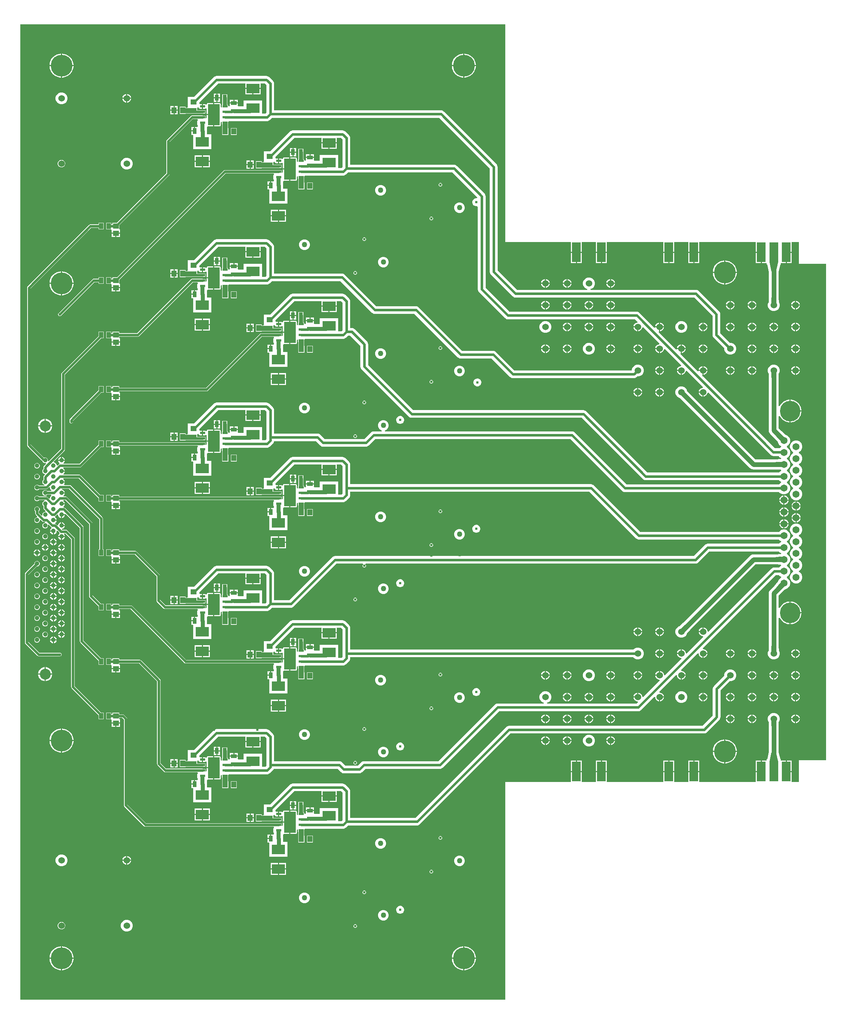
<source format=gbr>
%TF.GenerationSoftware,Altium Limited,Altium Designer,25.0.2 (28)*%
G04 Layer_Physical_Order=1*
G04 Layer_Color=255*
%FSLAX45Y45*%
%MOMM*%
%TF.SameCoordinates,97F7605E-EDA1-4B57-83DE-D803DCB7673D*%
%TF.FilePolarity,Positive*%
%TF.FileFunction,Copper,L1,Top,Signal*%
%TF.Part,Single*%
G01*
G75*
%TA.AperFunction,SMDPad,CuDef*%
%ADD10R,1.45000X1.20000*%
%ADD11R,1.20000X1.45000*%
%ADD12R,0.95000X1.40000*%
%ADD13R,2.03200X4.57200*%
%TA.AperFunction,SMDPad,SMDef*%
G04:AMPARAMS|DCode=14|XSize=2.74681mm|YSize=4.9mm|CornerRadius=0.05494mm|HoleSize=0mm|Usage=FLASHONLY|Rotation=0.000|XOffset=0mm|YOffset=0mm|HoleType=Round|Shape=RoundedRectangle|*
%AMROUNDEDRECTD14*
21,1,2.74681,4.79013,0,0,0.0*
21,1,2.63694,4.90000,0,0,0.0*
1,1,0.10987,1.31847,-2.39507*
1,1,0.10987,-1.31847,-2.39507*
1,1,0.10987,-1.31847,2.39507*
1,1,0.10987,1.31847,2.39507*
%
%ADD14ROUNDEDRECTD14*%
%TA.AperFunction,SMDPad,CuDef*%
G04:AMPARAMS|DCode=15|XSize=0.55mm|YSize=1.25mm|CornerRadius=0.0495mm|HoleSize=0mm|Usage=FLASHONLY|Rotation=90.000|XOffset=0mm|YOffset=0mm|HoleType=Round|Shape=RoundedRectangle|*
%AMROUNDEDRECTD15*
21,1,0.55000,1.15100,0,0,90.0*
21,1,0.45100,1.25000,0,0,90.0*
1,1,0.09900,0.57550,0.22550*
1,1,0.09900,0.57550,-0.22550*
1,1,0.09900,-0.57550,-0.22550*
1,1,0.09900,-0.57550,0.22550*
%
%ADD15ROUNDEDRECTD15*%
%ADD16R,3.04800X2.28600*%
%ADD17R,1.40000X0.95000*%
%ADD18R,1.45000X1.30000*%
%ADD19R,1.00000X1.35000*%
%TA.AperFunction,Conductor*%
%ADD20C,0.60960*%
%ADD21C,0.55880*%
%ADD22C,1.09220*%
%ADD23C,1.14300*%
%ADD24C,0.93980*%
%ADD25C,1.19380*%
%ADD26C,0.38100*%
%TA.AperFunction,ComponentPad*%
%ADD27C,1.06680*%
%ADD28C,2.54000*%
%ADD29C,1.52400*%
%TA.AperFunction,ViaPad*%
%ADD30C,1.52400*%
%TA.AperFunction,ComponentPad*%
%ADD31C,1.65000*%
%ADD32C,4.80000*%
%TA.AperFunction,ViaPad*%
%ADD33C,5.08000*%
%ADD34C,0.60960*%
%ADD35C,1.27000*%
%ADD36C,0.50000*%
G36*
X20247610Y20851164D02*
X20138390D01*
X20091705Y21069604D01*
X20294295D01*
X20247610Y20851164D01*
D02*
G37*
G36*
X20250226Y20116315D02*
X20135774D01*
X20136272Y20118098D01*
X20136716Y20122256D01*
X20137448Y20137703D01*
X20138390Y20241063D01*
X20247610D01*
X20250226Y20116315D01*
D02*
G37*
G36*
X20249728Y10361902D02*
X20249284Y10357743D01*
X20248552Y10342297D01*
X20247610Y10238937D01*
X20138390D01*
X20135774Y10363685D01*
X20250226D01*
X20249728Y10361902D01*
D02*
G37*
G36*
X20294295Y9410395D02*
X20091705D01*
X20138390Y9628835D01*
X20247610D01*
X20294295Y9410395D01*
D02*
G37*
G36*
X13919200Y21539200D02*
X15455901D01*
Y21310600D01*
X15582899D01*
X15709900D01*
Y21539200D01*
X16040100D01*
Y21310600D01*
X16167101D01*
X16294099D01*
Y21539200D01*
X17614900D01*
Y21310600D01*
X17741901D01*
X17868900D01*
Y21539200D01*
X18199100D01*
Y21310600D01*
X18326100D01*
X18453101D01*
Y21539200D01*
X19773900D01*
Y21310600D01*
X19900900D01*
Y21297900D01*
X19913600D01*
Y21043900D01*
X20027901D01*
X20030440Y21024632D01*
Y21008340D01*
X20041240D01*
X20076433Y20843675D01*
Y20242563D01*
X20076237Y20241629D01*
X20075308Y20139456D01*
X20075153Y20136205D01*
X20065187Y20118942D01*
X20055840Y20084058D01*
Y20047943D01*
X20065187Y20013058D01*
X20083244Y19981783D01*
X20108781Y19956245D01*
X20140057Y19938187D01*
X20174944Y19928841D01*
X20211057D01*
X20245943Y19938187D01*
X20277219Y19956245D01*
X20302756Y19981783D01*
X20320813Y20013058D01*
X20330161Y20047943D01*
Y20084058D01*
X20320813Y20118942D01*
X20312019Y20134174D01*
X20309750Y20242366D01*
X20309567Y20243198D01*
Y20843675D01*
X20344760Y21008340D01*
X20355560D01*
Y21024632D01*
X20358099Y21043900D01*
X20472400D01*
Y21297900D01*
X20485100D01*
Y21310600D01*
X20612100D01*
Y21539200D01*
X20777200D01*
Y21031200D01*
X21412199D01*
Y9448800D01*
X20777200D01*
Y8940800D01*
X20612100D01*
Y9169400D01*
X20485100D01*
Y9182100D01*
X20472400D01*
Y9436100D01*
X20358099D01*
X20355560Y9455368D01*
Y9471660D01*
X20344760D01*
X20309567Y9636325D01*
Y10237437D01*
X20309763Y10238371D01*
X20310692Y10340544D01*
X20310847Y10343796D01*
X20320813Y10361058D01*
X20330161Y10395943D01*
Y10432057D01*
X20320813Y10466942D01*
X20302756Y10498218D01*
X20277219Y10523755D01*
X20245943Y10541813D01*
X20211057Y10551160D01*
X20174944D01*
X20140057Y10541813D01*
X20108781Y10523755D01*
X20083244Y10498218D01*
X20065187Y10466942D01*
X20055840Y10432057D01*
Y10395943D01*
X20065187Y10361058D01*
X20073981Y10345827D01*
X20076250Y10237634D01*
X20076433Y10236803D01*
Y9636325D01*
X20041240Y9471660D01*
X20030440D01*
Y9455368D01*
X20027901Y9436100D01*
X19913600D01*
Y9182100D01*
X19900900D01*
Y9169400D01*
X19773900D01*
Y8940800D01*
X18453101D01*
Y9169400D01*
X18326100D01*
X18199100D01*
Y8940800D01*
X17868900D01*
Y9169400D01*
X17741901D01*
X17614900D01*
Y8940800D01*
X16294099D01*
Y9169400D01*
X16167099D01*
X16040099D01*
Y8940800D01*
X15709898D01*
Y9169400D01*
X15582899D01*
X15455899D01*
Y8940800D01*
X13919200D01*
Y3860800D01*
X2590800D01*
Y26619199D01*
X13919200D01*
Y21539200D01*
D02*
G37*
%LPC*%
G36*
X12975989Y25933401D02*
X12966701D01*
Y25666699D01*
X13233400D01*
Y25675989D01*
X13226520Y25719427D01*
X13212930Y25761252D01*
X13192964Y25800436D01*
X13167114Y25836017D01*
X13136017Y25867114D01*
X13100436Y25892963D01*
X13061252Y25912930D01*
X13019426Y25926520D01*
X12975989Y25933401D01*
D02*
G37*
G36*
X12941299D02*
X12932011D01*
X12888574Y25926520D01*
X12846748Y25912930D01*
X12807562Y25892963D01*
X12771983Y25867114D01*
X12740886Y25836017D01*
X12715036Y25800436D01*
X12695070Y25761252D01*
X12681480Y25719427D01*
X12674600Y25675989D01*
Y25666699D01*
X12941299D01*
Y25933401D01*
D02*
G37*
G36*
X3577989D02*
X3568700D01*
Y25666699D01*
X3835400D01*
Y25675989D01*
X3828520Y25719427D01*
X3814930Y25761252D01*
X3794964Y25800436D01*
X3769114Y25836017D01*
X3738017Y25867114D01*
X3702437Y25892963D01*
X3663252Y25912930D01*
X3621426Y25926520D01*
X3577989Y25933401D01*
D02*
G37*
G36*
X3543300D02*
X3534011D01*
X3490574Y25926520D01*
X3448748Y25912930D01*
X3409563Y25892963D01*
X3373983Y25867114D01*
X3342886Y25836017D01*
X3317036Y25800436D01*
X3297070Y25761252D01*
X3283480Y25719427D01*
X3276600Y25675989D01*
Y25666699D01*
X3543300D01*
Y25933401D01*
D02*
G37*
G36*
X13233400Y25641299D02*
X12966701D01*
Y25374600D01*
X12975989D01*
X13019426Y25381480D01*
X13061252Y25395070D01*
X13100436Y25415036D01*
X13136017Y25440886D01*
X13167114Y25471983D01*
X13192964Y25507562D01*
X13212930Y25546748D01*
X13226520Y25588574D01*
X13233400Y25632010D01*
Y25641299D01*
D02*
G37*
G36*
X12941299D02*
X12674600D01*
Y25632010D01*
X12681480Y25588574D01*
X12695070Y25546748D01*
X12715036Y25507562D01*
X12740886Y25471983D01*
X12771983Y25440886D01*
X12807562Y25415036D01*
X12846748Y25395070D01*
X12888574Y25381480D01*
X12932011Y25374600D01*
X12941299D01*
Y25641299D01*
D02*
G37*
G36*
X3835400D02*
X3568700D01*
Y25374600D01*
X3577989D01*
X3621426Y25381480D01*
X3663252Y25395070D01*
X3702437Y25415036D01*
X3738017Y25440886D01*
X3769114Y25471983D01*
X3794964Y25507562D01*
X3814930Y25546748D01*
X3828520Y25588574D01*
X3835400Y25632010D01*
Y25641299D01*
D02*
G37*
G36*
X3543300D02*
X3276600D01*
Y25632010D01*
X3283480Y25588574D01*
X3297070Y25546748D01*
X3317036Y25507562D01*
X3342886Y25471983D01*
X3373983Y25440886D01*
X3409563Y25415036D01*
X3448748Y25395070D01*
X3490574Y25381480D01*
X3534011Y25374600D01*
X3543300D01*
Y25641299D01*
D02*
G37*
G36*
X8204200Y25107899D02*
X8039100D01*
Y24980901D01*
X8204200D01*
Y25107899D01*
D02*
G37*
G36*
X8013700D02*
X7848600D01*
Y24980901D01*
X8013700D01*
Y25107899D01*
D02*
G37*
G36*
X7257500Y25000101D02*
X7197300D01*
Y24917400D01*
X7257500D01*
Y25000101D01*
D02*
G37*
G36*
X7171900D02*
X7111700D01*
Y24917400D01*
X7171900D01*
Y25000101D01*
D02*
G37*
G36*
X5093376Y24993600D02*
X5092700D01*
Y24904700D01*
X5181600D01*
Y24905376D01*
X5174676Y24931216D01*
X5161300Y24954384D01*
X5142384Y24973300D01*
X5119216Y24986676D01*
X5093376Y24993600D01*
D02*
G37*
G36*
X5067300D02*
X5066624D01*
X5040784Y24986676D01*
X5017616Y24973300D01*
X4998700Y24954384D01*
X4985324Y24931216D01*
X4978400Y24905376D01*
Y24904700D01*
X5067300D01*
Y24993600D01*
D02*
G37*
G36*
X7257500Y24892000D02*
X7197300D01*
Y24809300D01*
X7257500D01*
Y24892000D01*
D02*
G37*
G36*
X7171900D02*
X7111700D01*
Y24809300D01*
X7171900D01*
Y24892000D01*
D02*
G37*
G36*
X7677300Y24854201D02*
X7594601D01*
Y24794000D01*
X7677300D01*
Y24854201D01*
D02*
G37*
G36*
X7569201D02*
X7486500D01*
Y24794000D01*
X7569201D01*
Y24854201D01*
D02*
G37*
G36*
X5181600Y24879300D02*
X5092700D01*
Y24790401D01*
X5093376D01*
X5119216Y24797324D01*
X5142384Y24810699D01*
X5161300Y24829616D01*
X5174676Y24852785D01*
X5181600Y24878624D01*
Y24879300D01*
D02*
G37*
G36*
X5067300D02*
X4978400D01*
Y24878624D01*
X4985324Y24852785D01*
X4998700Y24829616D01*
X5017616Y24810699D01*
X5040784Y24797324D01*
X5066624Y24790401D01*
X5067300D01*
Y24879300D01*
D02*
G37*
G36*
X3574057Y25029160D02*
X3537943D01*
X3503058Y25019814D01*
X3471782Y25001755D01*
X3446245Y24976218D01*
X3428187Y24944942D01*
X3418840Y24910057D01*
Y24873943D01*
X3428187Y24839058D01*
X3446245Y24807782D01*
X3471782Y24782245D01*
X3503058Y24764188D01*
X3537943Y24754840D01*
X3574057D01*
X3608942Y24764188D01*
X3640218Y24782245D01*
X3665755Y24807782D01*
X3683813Y24839058D01*
X3693160Y24873943D01*
Y24910057D01*
X3683813Y24944942D01*
X3665755Y24976218D01*
X3640218Y25001755D01*
X3608942Y25019814D01*
X3574057Y25029160D01*
D02*
G37*
G36*
X7099300Y24782005D02*
X6980153D01*
X6968099Y24779608D01*
X6957880Y24772780D01*
X6951052Y24762561D01*
X6949035Y24752419D01*
X6943070Y24749211D01*
X6941330Y24748808D01*
X6928334Y24746330D01*
X6918892Y24752638D01*
X6907050Y24754994D01*
X6862200D01*
Y24701500D01*
Y24648006D01*
X6907050D01*
X6918892Y24650362D01*
X6928334Y24656670D01*
X6931997Y24655972D01*
X6948654Y24650012D01*
Y24523700D01*
X7099300D01*
Y24782005D01*
D02*
G37*
G36*
X6271900Y24710500D02*
X6199200D01*
Y24625301D01*
X6271900D01*
Y24710500D01*
D02*
G37*
G36*
X6173800D02*
X6101100D01*
Y24625301D01*
X6173800D01*
Y24710500D01*
D02*
G37*
G36*
X8343900Y25413467D02*
X7176900D01*
X7153692Y25410413D01*
X7132066Y25401454D01*
X7113496Y25387204D01*
X6648751Y24922459D01*
X6508640D01*
Y24692273D01*
X6508640Y24680540D01*
X6491877Y24671953D01*
X6456660D01*
Y24695261D01*
X6316340D01*
Y24529939D01*
X6456660D01*
Y24531047D01*
X6642100D01*
X6644325Y24531340D01*
X6724760D01*
Y24536093D01*
X6790747D01*
X6791950Y24535596D01*
X6907050D01*
X6918615Y24540385D01*
X6923405Y24551950D01*
Y24597050D01*
X6918615Y24608614D01*
X6907050Y24613405D01*
X6850979D01*
X6849060Y24613786D01*
X6724760D01*
X6724760Y24671660D01*
X6741402Y24680540D01*
X6759415D01*
X6761005Y24678951D01*
X6763361Y24667108D01*
X6770069Y24657069D01*
X6780108Y24650362D01*
X6791950Y24648006D01*
X6836800D01*
Y24701500D01*
Y24754994D01*
X6791950D01*
X6775560Y24772179D01*
Y24795651D01*
X7214041Y25234132D01*
X7848600D01*
Y25133299D01*
X8204200D01*
Y25234132D01*
X8306759D01*
X8343133Y25197758D01*
Y24560841D01*
X8319459Y24537167D01*
X8239760D01*
Y24838660D01*
X7813040D01*
Y24705692D01*
X7696498D01*
X7677300Y24708400D01*
X7677300Y24726012D01*
Y24768600D01*
X7581901D01*
X7486500D01*
X7486500Y24716362D01*
X7466987Y24706451D01*
X7449995Y24711945D01*
X7448405Y24724030D01*
Y24724049D01*
X7443615Y24735614D01*
X7432050Y24740405D01*
X7428380D01*
Y24904190D01*
X7427260Y24909819D01*
Y24984860D01*
X7311940D01*
Y24904691D01*
X7311840Y24904190D01*
Y24738287D01*
X7305385Y24735614D01*
X7300595Y24724049D01*
Y24680614D01*
X7297447Y24677579D01*
X7295666Y24676804D01*
X7275346Y24690114D01*
Y24750507D01*
X7272948Y24762561D01*
X7266120Y24772780D01*
X7255901Y24779608D01*
X7243847Y24782005D01*
X7124700D01*
Y24511000D01*
Y24239995D01*
X7243847D01*
X7255901Y24242392D01*
X7266120Y24249220D01*
X7272948Y24259439D01*
X7275346Y24271494D01*
Y24331886D01*
X7295666Y24345197D01*
X7297446Y24344421D01*
X7300595Y24341386D01*
Y24297951D01*
X7305385Y24286386D01*
X7310809Y24284138D01*
Y24199960D01*
X7310140D01*
Y24034641D01*
X7450460D01*
Y24199960D01*
X7446591D01*
Y24290021D01*
X7446236Y24292715D01*
X7448405Y24297951D01*
Y24343050D01*
X7464276Y24357832D01*
X8356600D01*
X8379807Y24360889D01*
X8401434Y24369846D01*
X8420004Y24384096D01*
X8469941Y24434033D01*
X12383459D01*
X13562833Y23254659D01*
Y20840700D01*
X13565887Y20817493D01*
X13574846Y20795866D01*
X13589096Y20777296D01*
X14097096Y20269296D01*
X14115666Y20255046D01*
X14137292Y20246088D01*
X14160500Y20243033D01*
X18339758D01*
X18764050Y19818742D01*
Y19373283D01*
X18767105Y19350076D01*
X18776064Y19328450D01*
X18790314Y19309879D01*
X19039841Y19060352D01*
Y19031943D01*
X19049187Y18997058D01*
X19067245Y18965782D01*
X19092783Y18940245D01*
X19124059Y18922186D01*
X19158943Y18912840D01*
X19195058D01*
X19229942Y18922186D01*
X19261218Y18940245D01*
X19286755Y18965782D01*
X19304813Y18997058D01*
X19314160Y19031943D01*
Y19068057D01*
X19304813Y19102942D01*
X19286755Y19134218D01*
X19261218Y19159755D01*
X19229942Y19177814D01*
X19195058Y19187160D01*
X19166647D01*
X18943384Y19410423D01*
Y19855882D01*
X18940329Y19879091D01*
X18931371Y19900717D01*
X18917120Y19919287D01*
X18440305Y20396104D01*
X18421735Y20410355D01*
X18400107Y20419312D01*
X18376900Y20422366D01*
X15917554D01*
X15914879Y20442686D01*
X15927942Y20446187D01*
X15959218Y20464246D01*
X15984755Y20489783D01*
X16002814Y20521059D01*
X16012160Y20555943D01*
Y20592056D01*
X16002814Y20626942D01*
X15984755Y20658218D01*
X15959218Y20683755D01*
X15927942Y20701813D01*
X15893057Y20711160D01*
X15856943D01*
X15822058Y20701813D01*
X15790782Y20683755D01*
X15765245Y20658218D01*
X15747186Y20626942D01*
X15737840Y20592056D01*
Y20555943D01*
X15747186Y20521059D01*
X15765245Y20489783D01*
X15790782Y20464246D01*
X15822058Y20446187D01*
X15835121Y20442686D01*
X15832446Y20422366D01*
X14197641D01*
X13742168Y20877841D01*
Y23291800D01*
X13739111Y23315007D01*
X13730154Y23336633D01*
X13715904Y23355203D01*
X12484004Y24587103D01*
X12465434Y24601353D01*
X12443807Y24610312D01*
X12420600Y24613367D01*
X8522467D01*
Y25234900D01*
X8519412Y25258107D01*
X8510454Y25279733D01*
X8496204Y25298305D01*
X8407304Y25387204D01*
X8388734Y25401454D01*
X8367107Y25410413D01*
X8343900Y25413467D01*
D02*
G37*
G36*
X6271900Y24599899D02*
X6199200D01*
Y24514700D01*
X6271900D01*
Y24599899D01*
D02*
G37*
G36*
X6173800D02*
X6101100D01*
Y24514700D01*
X6173800D01*
Y24599899D01*
D02*
G37*
G36*
X7099300Y24498300D02*
X6948654D01*
Y24436113D01*
X6928334Y24422803D01*
X6926553Y24423579D01*
X6923405Y24426613D01*
Y24470050D01*
X6918615Y24481615D01*
X6907050Y24486404D01*
X6862227D01*
X6849500Y24488936D01*
X6604000D01*
X6588143Y24485782D01*
X6574700Y24476801D01*
X6015900Y23917999D01*
X6006918Y23904556D01*
X6003764Y23888699D01*
Y23143864D01*
X4842560Y21982660D01*
X4743340D01*
Y21948936D01*
X4722160D01*
Y21985159D01*
X4601840D01*
Y21829840D01*
X4709047Y21829840D01*
X4722159Y21829839D01*
X4728100Y21811981D01*
Y21755202D01*
X4826000D01*
X4923900D01*
Y21832901D01*
X4908660D01*
Y21931560D01*
X6074500Y23097400D01*
X6083482Y23110843D01*
X6086637Y23126700D01*
X6086636Y23126701D01*
Y23871536D01*
X6621164Y24406064D01*
X6732506D01*
X6736955Y24400339D01*
X6741632Y24385744D01*
X6734378Y24376289D01*
X6727736Y24360255D01*
X6725471Y24343050D01*
Y24297951D01*
X6727736Y24280743D01*
X6734378Y24264711D01*
X6739508Y24258025D01*
Y24244598D01*
X6736800Y24225400D01*
X6676601D01*
Y24130000D01*
X6663901D01*
Y24117300D01*
X6591000D01*
Y24034599D01*
X6631940D01*
Y23700740D01*
X7058660D01*
Y24051260D01*
X6957781D01*
Y24130000D01*
X6957360Y24133202D01*
Y24225388D01*
X6959103Y24228146D01*
X6977680Y24240488D01*
X6980153Y24239995D01*
X7099300D01*
Y24498300D01*
D02*
G37*
G36*
X6651201Y24225400D02*
X6591000D01*
Y24142700D01*
X6651201D01*
Y24225400D01*
D02*
G37*
G36*
X7650460Y24199960D02*
X7510140D01*
Y24034641D01*
X7650460D01*
Y24199960D01*
D02*
G37*
G36*
X9982200Y23837900D02*
X9817100D01*
Y23710899D01*
X9982200D01*
Y23837900D01*
D02*
G37*
G36*
X9791700D02*
X9626600D01*
Y23710899D01*
X9791700D01*
Y23837900D01*
D02*
G37*
G36*
X9035500Y23730099D02*
X8975300D01*
Y23647400D01*
X9035500D01*
Y23730099D01*
D02*
G37*
G36*
X8949900D02*
X8889700D01*
Y23647400D01*
X8949900D01*
Y23730099D01*
D02*
G37*
G36*
X9035500Y23622000D02*
X8975300D01*
Y23539301D01*
X9035500D01*
Y23622000D01*
D02*
G37*
G36*
X8949900D02*
X8889700D01*
Y23539301D01*
X8949900D01*
Y23622000D01*
D02*
G37*
G36*
X9455300Y23584200D02*
X9372601D01*
Y23524001D01*
X9455300D01*
Y23584200D01*
D02*
G37*
G36*
X9347201D02*
X9264500D01*
Y23524001D01*
X9347201D01*
Y23584200D01*
D02*
G37*
G36*
X8877300Y23512006D02*
X8758153D01*
X8746099Y23509608D01*
X8735880Y23502780D01*
X8729052Y23492561D01*
X8727035Y23482419D01*
X8721070Y23479211D01*
X8719330Y23478807D01*
X8706334Y23476331D01*
X8696892Y23482639D01*
X8685050Y23484995D01*
X8640200D01*
Y23431500D01*
Y23378006D01*
X8685050D01*
X8696892Y23380360D01*
X8706334Y23386670D01*
X8709997Y23385973D01*
X8726654Y23380013D01*
Y23253700D01*
X8877300D01*
Y23512006D01*
D02*
G37*
G36*
X7023100Y23558501D02*
X6858000D01*
Y23431500D01*
X7023100D01*
Y23558501D01*
D02*
G37*
G36*
X6832600D02*
X6667500D01*
Y23431500D01*
X6832600D01*
Y23558501D01*
D02*
G37*
G36*
X8049900Y23440500D02*
X7977200D01*
Y23355299D01*
X8049900D01*
Y23440500D01*
D02*
G37*
G36*
X7951800D02*
X7879100D01*
Y23355299D01*
X7951800D01*
Y23440500D01*
D02*
G37*
G36*
X3567370Y23454359D02*
X3544630D01*
X3522666Y23448476D01*
X3502974Y23437105D01*
X3486895Y23421027D01*
X3475525Y23401334D01*
X3469640Y23379370D01*
Y23356630D01*
X3475525Y23334666D01*
X3486895Y23314973D01*
X3502974Y23298895D01*
X3522666Y23287524D01*
X3544630Y23281641D01*
X3567370D01*
X3589334Y23287524D01*
X3609026Y23298895D01*
X3625105Y23314973D01*
X3636475Y23334666D01*
X3642360Y23356630D01*
Y23379370D01*
X3636475Y23401334D01*
X3625105Y23421027D01*
X3609026Y23437105D01*
X3589334Y23448476D01*
X3567370Y23454359D01*
D02*
G37*
G36*
X7023100Y23406100D02*
X6858000D01*
Y23279100D01*
X7023100D01*
Y23406100D01*
D02*
G37*
G36*
X6832600D02*
X6667500D01*
Y23279100D01*
X6832600D01*
Y23406100D01*
D02*
G37*
G36*
X10121900Y24143468D02*
X8954900D01*
X8931692Y24140411D01*
X8910066Y24131454D01*
X8891496Y24117204D01*
X8426751Y23652460D01*
X8286640D01*
Y23422273D01*
X8286640Y23410539D01*
X8269877Y23401953D01*
X8234660D01*
Y23425259D01*
X8094340D01*
Y23259940D01*
X8234660D01*
Y23261047D01*
X8420100D01*
X8422325Y23261340D01*
X8502760D01*
Y23266093D01*
X8568747D01*
X8569950Y23265594D01*
X8685050D01*
X8696615Y23270386D01*
X8701405Y23281950D01*
Y23327049D01*
X8696615Y23338614D01*
X8685050Y23343405D01*
X8628979D01*
X8627060Y23343787D01*
X8502760D01*
X8502760Y23401660D01*
X8519402Y23410539D01*
X8537415D01*
X8539005Y23408949D01*
X8541361Y23397108D01*
X8548069Y23387070D01*
X8558108Y23380360D01*
X8569950Y23378006D01*
X8614800D01*
Y23431500D01*
Y23484995D01*
X8569950D01*
X8553560Y23502179D01*
Y23525652D01*
X8992041Y23964133D01*
X9626600D01*
Y23863300D01*
X9982200D01*
Y23964133D01*
X10084759D01*
X10121133Y23927759D01*
Y23290842D01*
X10097459Y23267168D01*
X10017760D01*
Y23568660D01*
X9591040D01*
Y23435692D01*
X9474498D01*
X9455300Y23438400D01*
X9455300Y23456012D01*
Y23498601D01*
X9359901D01*
X9264500D01*
X9264500Y23446362D01*
X9244987Y23436452D01*
X9227995Y23441943D01*
X9226405Y23454030D01*
Y23454050D01*
X9221615Y23465614D01*
X9210050Y23470406D01*
X9206380D01*
Y23634190D01*
X9205260Y23639819D01*
Y23714861D01*
X9089940D01*
Y23634691D01*
X9089840Y23634190D01*
Y23468288D01*
X9083385Y23465614D01*
X9078595Y23454050D01*
Y23410612D01*
X9075447Y23407579D01*
X9073666Y23406802D01*
X9053346Y23420114D01*
Y23480507D01*
X9050948Y23492561D01*
X9044120Y23502780D01*
X9033901Y23509608D01*
X9021847Y23512006D01*
X8902700D01*
Y23241000D01*
Y22969995D01*
X9021847D01*
X9033901Y22972392D01*
X9044120Y22979221D01*
X9050948Y22989439D01*
X9053346Y23001492D01*
Y23061887D01*
X9073666Y23075197D01*
X9075446Y23074422D01*
X9078595Y23071387D01*
Y23027950D01*
X9083385Y23016386D01*
X9088809Y23014139D01*
Y22929961D01*
X9088140D01*
Y22764639D01*
X9228460D01*
Y22929961D01*
X9224591D01*
Y23020020D01*
X9224236Y23022716D01*
X9226405Y23027950D01*
Y23073050D01*
X9242276Y23087833D01*
X10134600D01*
X10157807Y23090887D01*
X10179434Y23099846D01*
X10198004Y23114096D01*
X10247941Y23164034D01*
X12688259D01*
X13271132Y22581160D01*
X13269769Y22574962D01*
X13258138Y22557739D01*
X13234062D01*
X13210805Y22551508D01*
X13189955Y22539470D01*
X13172929Y22522446D01*
X13160892Y22501595D01*
X13154660Y22478339D01*
Y22454262D01*
X13160892Y22431004D01*
X13172929Y22410155D01*
X13189955Y22393130D01*
X13210805Y22381091D01*
X13234062Y22374860D01*
X13258138D01*
X13263113Y22376193D01*
X13283434Y22360600D01*
Y20434300D01*
X13286488Y20411093D01*
X13295445Y20389465D01*
X13309695Y20370895D01*
X13919296Y19761296D01*
X13937866Y19747046D01*
X13959492Y19738087D01*
X13982700Y19735033D01*
X13982703Y19735033D01*
X16955460D01*
X17012318Y19678174D01*
X17009119Y19670453D01*
X17002676Y19659077D01*
X16978784Y19652676D01*
X16955617Y19639301D01*
X16936700Y19620384D01*
X16923325Y19597215D01*
X16916400Y19571376D01*
Y19570700D01*
X17017999D01*
Y19558000D01*
X17030701D01*
Y19456400D01*
X17031377D01*
X17057216Y19463324D01*
X17080383Y19476700D01*
X17099300Y19495616D01*
X17112675Y19518784D01*
X17119078Y19542676D01*
X17130453Y19549120D01*
X17138174Y19552318D01*
X17520319Y19170174D01*
X17517119Y19162453D01*
X17510677Y19151077D01*
X17486784Y19144676D01*
X17463615Y19131300D01*
X17444701Y19112384D01*
X17431323Y19089217D01*
X17424400Y19063376D01*
Y19062700D01*
X17525999D01*
Y19050000D01*
X17538699D01*
Y18948399D01*
X17539375D01*
X17565216Y18955324D01*
X17588383Y18968700D01*
X17607300Y18987616D01*
X17620676Y19010783D01*
X17627078Y19034676D01*
X17638454Y19041119D01*
X17646175Y19044318D01*
X18028317Y18662173D01*
X18025119Y18654453D01*
X18018677Y18643079D01*
X17994785Y18636676D01*
X17971616Y18623300D01*
X17952699Y18604384D01*
X17939323Y18581216D01*
X17932401Y18555376D01*
Y18554700D01*
X18034000D01*
Y18542000D01*
X18046700D01*
Y18440401D01*
X18047375D01*
X18073216Y18447324D01*
X18096384Y18460699D01*
X18115300Y18479616D01*
X18128676Y18502785D01*
X18135078Y18526675D01*
X18146452Y18533119D01*
X18154173Y18536317D01*
X18536317Y18154173D01*
X18533119Y18146452D01*
X18526675Y18135078D01*
X18502785Y18128676D01*
X18479616Y18115300D01*
X18460699Y18096384D01*
X18447324Y18073216D01*
X18440401Y18047375D01*
Y18046700D01*
X18542000D01*
Y18034000D01*
X18554700D01*
Y17932401D01*
X18555376D01*
X18581216Y17939323D01*
X18604384Y17952699D01*
X18623300Y17971616D01*
X18636676Y17994785D01*
X18643079Y18018677D01*
X18654453Y18025119D01*
X18662173Y18028317D01*
X20118456Y16572035D01*
X20137027Y16557787D01*
X20158653Y16548828D01*
X20181860Y16545772D01*
X20312289D01*
X20317403Y16536914D01*
X20344113Y16510204D01*
X20364848Y16498232D01*
Y16474768D01*
X20358656Y16471193D01*
X20235089Y16464677D01*
X20234653Y16464568D01*
X19768285D01*
X18167635Y18065218D01*
X18161813Y18086942D01*
X18143755Y18118217D01*
X18118217Y18143755D01*
X18086942Y18161813D01*
X18052057Y18171159D01*
X18015942D01*
X17981058Y18161813D01*
X17949782Y18143755D01*
X17924245Y18118217D01*
X17906187Y18086942D01*
X17896840Y18052057D01*
Y18015942D01*
X17906187Y17981058D01*
X17924245Y17949782D01*
X17949782Y17924245D01*
X17981058Y17906187D01*
X18002783Y17900366D01*
X19637573Y16265576D01*
X19637573Y16265575D01*
X19661716Y16247050D01*
X19689830Y16235405D01*
X19720000Y16231433D01*
X19720003Y16231433D01*
X20237204D01*
X20238179Y16231236D01*
X20262518Y16231165D01*
X20335597Y16229454D01*
X20352908Y16228127D01*
X20364848Y16221233D01*
Y16197768D01*
X20344113Y16185797D01*
X20318983Y16160667D01*
X17240141D01*
X15811404Y17589404D01*
X15792834Y17603654D01*
X15771207Y17612611D01*
X15748000Y17615668D01*
X11771941D01*
X10719567Y18668040D01*
Y19151598D01*
X10719567Y19151601D01*
X10716512Y19174808D01*
X10707554Y19196434D01*
X10693304Y19215004D01*
X10401204Y19507104D01*
X10382634Y19521355D01*
X10361007Y19530312D01*
X10337800Y19533366D01*
X10300467D01*
Y20154900D01*
X10297412Y20178107D01*
X10288454Y20199734D01*
X10274204Y20218304D01*
X10185304Y20307204D01*
X10166734Y20321454D01*
X10145107Y20330412D01*
X10121900Y20333467D01*
X8954900D01*
X8931692Y20330412D01*
X8910066Y20321454D01*
X8891496Y20307204D01*
X8426751Y19842461D01*
X8286640D01*
Y19612273D01*
X8286640Y19600540D01*
X8269877Y19591953D01*
X8234660D01*
Y19615260D01*
X8094340D01*
Y19449940D01*
X8234660D01*
Y19451047D01*
X8420100D01*
X8422325Y19451340D01*
X8502760D01*
Y19456093D01*
X8568747D01*
X8569950Y19455595D01*
X8685050D01*
X8696615Y19460387D01*
X8701405Y19471950D01*
Y19517050D01*
X8696615Y19528613D01*
X8685050Y19533405D01*
X8628979D01*
X8627060Y19533786D01*
X8502760D01*
X8502760Y19591660D01*
X8519402Y19600540D01*
X8537415D01*
X8539005Y19598950D01*
X8541361Y19587108D01*
X8548069Y19577069D01*
X8558108Y19570361D01*
X8569950Y19568005D01*
X8614800D01*
Y19621500D01*
Y19674994D01*
X8569950D01*
X8553560Y19692178D01*
Y19715652D01*
X8992041Y20154134D01*
X9626600D01*
Y20053300D01*
X9982200D01*
Y20154134D01*
X10084759D01*
X10121133Y20117760D01*
Y19480841D01*
X10097459Y19457167D01*
X10017760D01*
Y19758659D01*
X9591040D01*
Y19625693D01*
X9474498D01*
X9455300Y19628400D01*
X9455300Y19646011D01*
Y19688602D01*
X9359901D01*
X9264500D01*
X9264500Y19636362D01*
X9244987Y19626453D01*
X9227995Y19631946D01*
X9226405Y19644031D01*
Y19644051D01*
X9221615Y19655614D01*
X9210050Y19660405D01*
X9206380D01*
Y19824190D01*
X9205260Y19829819D01*
Y19904860D01*
X9089940D01*
Y19824690D01*
X9089840Y19824190D01*
Y19658289D01*
X9083385Y19655614D01*
X9078595Y19644051D01*
Y19600613D01*
X9075447Y19597578D01*
X9073666Y19596803D01*
X9053346Y19610114D01*
Y19670506D01*
X9050948Y19682561D01*
X9044120Y19692780D01*
X9033901Y19699608D01*
X9021847Y19702005D01*
X8902700D01*
Y19431000D01*
Y19159995D01*
X9021847D01*
X9033901Y19162392D01*
X9044120Y19169220D01*
X9050948Y19179439D01*
X9053346Y19191493D01*
Y19251888D01*
X9073666Y19265198D01*
X9075446Y19264421D01*
X9078595Y19261388D01*
Y19217950D01*
X9083385Y19206386D01*
X9088809Y19204140D01*
Y19119960D01*
X9088140D01*
Y18954640D01*
X9228460D01*
Y19119960D01*
X9224591D01*
Y19210020D01*
X9224236Y19212715D01*
X9226405Y19217950D01*
Y19263049D01*
X9242276Y19277834D01*
X10134600D01*
X10157807Y19280888D01*
X10179434Y19289845D01*
X10198004Y19304095D01*
X10247941Y19354033D01*
X10300659D01*
X10540233Y19114459D01*
Y18630901D01*
X10543288Y18607693D01*
X10552246Y18586066D01*
X10566496Y18567496D01*
X11671396Y17462596D01*
X11689966Y17448346D01*
X11711593Y17439388D01*
X11734800Y17436333D01*
X15710860D01*
X17139597Y16007596D01*
X17158167Y15993346D01*
X17179791Y15984389D01*
X17203000Y15981332D01*
X17203001Y15981332D01*
X20318983D01*
X20344113Y15956204D01*
X20364848Y15944232D01*
Y15920769D01*
X20344113Y15908797D01*
X20318983Y15883667D01*
X16755141D01*
X15544704Y17094104D01*
X15526134Y17108354D01*
X15504507Y17117313D01*
X15481300Y17120367D01*
X11115282D01*
X11112607Y17140688D01*
X11122440Y17143323D01*
X11150820Y17159708D01*
X11173993Y17182880D01*
X11190378Y17211259D01*
X11198860Y17242914D01*
Y17275687D01*
X11190378Y17307339D01*
X11173993Y17335719D01*
X11150820Y17358893D01*
X11122440Y17375278D01*
X11090786Y17383760D01*
X11058014D01*
X11026360Y17375278D01*
X10997980Y17358893D01*
X10974807Y17335719D01*
X10958422Y17307339D01*
X10949940Y17275687D01*
Y17242914D01*
X10958422Y17211259D01*
X10974807Y17182880D01*
X10997980Y17159708D01*
X11026360Y17143323D01*
X11036193Y17140688D01*
X11033518Y17120367D01*
X10845800D01*
X10822593Y17117313D01*
X10800966Y17108354D01*
X10782396Y17094104D01*
X10782395Y17094102D01*
X10630859Y16942567D01*
X9701841D01*
X9601104Y17043304D01*
X9582534Y17057555D01*
X9560907Y17066512D01*
X9537700Y17069566D01*
X8522467D01*
Y17614900D01*
X8519412Y17638107D01*
X8510454Y17659734D01*
X8496204Y17678304D01*
X8407304Y17767204D01*
X8388734Y17781454D01*
X8367107Y17790411D01*
X8343900Y17793468D01*
X7176900D01*
X7153692Y17790411D01*
X7132066Y17781454D01*
X7113496Y17767204D01*
X6648751Y17302460D01*
X6508640D01*
Y17072273D01*
X6508640Y17060539D01*
X6491877Y17051953D01*
X6456660D01*
Y17075259D01*
X6316340D01*
Y16994826D01*
X6316047Y16992599D01*
Y16981810D01*
X6316340Y16979585D01*
Y16909940D01*
X6456660D01*
Y16911047D01*
X6642100D01*
X6644325Y16911340D01*
X6724760D01*
Y16916093D01*
X6790747D01*
X6791950Y16915594D01*
X6907050D01*
X6918615Y16920386D01*
X6923405Y16931950D01*
Y16977049D01*
X6918615Y16988614D01*
X6907050Y16993405D01*
X6850979D01*
X6849060Y16993787D01*
X6724760D01*
X6724760Y17051660D01*
X6741402Y17060539D01*
X6759415D01*
X6761005Y17058949D01*
X6763361Y17047108D01*
X6770069Y17037070D01*
X6780108Y17030360D01*
X6791950Y17028006D01*
X6836800D01*
Y17081500D01*
Y17134995D01*
X6791950D01*
X6775560Y17152179D01*
Y17175652D01*
X7214041Y17614133D01*
X7848600D01*
Y17513300D01*
X8204200D01*
Y17614133D01*
X8306759D01*
X8343133Y17577759D01*
Y16979900D01*
Y16940842D01*
X8319459Y16917168D01*
X8239760D01*
Y17218660D01*
X7813040D01*
Y17085692D01*
X7696498D01*
X7677300Y17088400D01*
X7677300Y17106012D01*
Y17148601D01*
X7581901D01*
X7486500D01*
X7486500Y17096362D01*
X7466987Y17086452D01*
X7449995Y17091946D01*
X7448405Y17104030D01*
Y17104050D01*
X7443615Y17115614D01*
X7432050Y17120406D01*
X7428380D01*
Y17284190D01*
X7427260Y17289819D01*
Y17364861D01*
X7311940D01*
Y17287766D01*
X7311330Y17284700D01*
X7311840Y17282137D01*
Y17118288D01*
X7305385Y17115614D01*
X7300595Y17104050D01*
Y17060612D01*
X7297447Y17057579D01*
X7295666Y17056802D01*
X7275346Y17070114D01*
Y17130507D01*
X7272948Y17142561D01*
X7266120Y17152780D01*
X7255901Y17159608D01*
X7243847Y17162006D01*
X7124700D01*
Y16891000D01*
Y16619995D01*
X7243847D01*
X7255901Y16622392D01*
X7266120Y16629221D01*
X7272948Y16639439D01*
X7275346Y16651492D01*
Y16711887D01*
X7295666Y16725197D01*
X7297446Y16724422D01*
X7300595Y16721387D01*
Y16677950D01*
X7305385Y16666386D01*
X7310809Y16664139D01*
Y16579961D01*
X7310140D01*
Y16414639D01*
X7450460D01*
Y16579961D01*
X7446591D01*
Y16670020D01*
X7446236Y16672716D01*
X7448405Y16677950D01*
Y16723050D01*
X7464276Y16737833D01*
X8356600D01*
X8379807Y16740887D01*
X8401434Y16749846D01*
X8420004Y16764096D01*
X8496204Y16840295D01*
X8510454Y16858865D01*
X8519412Y16880493D01*
X8520694Y16890233D01*
X9500559D01*
X9601296Y16789496D01*
X9619866Y16775246D01*
X9641493Y16766289D01*
X9664700Y16763232D01*
X10668000D01*
X10691207Y16766289D01*
X10712834Y16775246D01*
X10731404Y16789496D01*
X10882941Y16941032D01*
X15444159D01*
X16654596Y15730595D01*
X16673166Y15716347D01*
X16694792Y15707388D01*
X16717999Y15704333D01*
X20318983D01*
X20344113Y15679204D01*
X20376826Y15660316D01*
X20413313Y15650540D01*
X20451086D01*
X20487573Y15660316D01*
X20520287Y15679204D01*
X20546996Y15705914D01*
X20565883Y15738628D01*
X20575661Y15775113D01*
Y15812888D01*
X20565883Y15849374D01*
X20546996Y15882088D01*
X20520287Y15908797D01*
X20499551Y15920769D01*
Y15944232D01*
X20520287Y15956204D01*
X20546996Y15982915D01*
X20565883Y16015627D01*
X20575661Y16052113D01*
Y16089886D01*
X20565883Y16126373D01*
X20546996Y16159087D01*
X20520287Y16185797D01*
X20499551Y16197768D01*
Y16221233D01*
X20520287Y16233203D01*
X20546996Y16259914D01*
X20565883Y16292627D01*
X20575661Y16329112D01*
Y16366887D01*
X20565883Y16403374D01*
X20546996Y16436087D01*
X20520287Y16462798D01*
X20499551Y16474768D01*
Y16498232D01*
X20520287Y16510204D01*
X20546996Y16536914D01*
X20565883Y16569626D01*
X20575661Y16606113D01*
Y16643887D01*
X20565883Y16680374D01*
X20546996Y16713086D01*
X20520287Y16739796D01*
X20499551Y16751768D01*
Y16775232D01*
X20520287Y16787202D01*
X20546996Y16813914D01*
X20565883Y16846626D01*
X20575661Y16883113D01*
Y16920888D01*
X20565883Y16957375D01*
X20546996Y16990086D01*
X20520287Y17016797D01*
X20487573Y17035683D01*
X20467307Y17041113D01*
X20375327Y17123882D01*
X20374939Y17124112D01*
X20309567Y17189484D01*
Y17475198D01*
X20313133Y17478020D01*
X20338794Y17472417D01*
X20347209Y17455901D01*
X20371764Y17422104D01*
X20401303Y17392564D01*
X20435100Y17368010D01*
X20472322Y17349043D01*
X20512051Y17336134D01*
X20553313Y17329601D01*
X20561501D01*
Y17595001D01*
Y17860400D01*
X20553313D01*
X20512051Y17853865D01*
X20472322Y17840956D01*
X20435100Y17821991D01*
X20401303Y17797437D01*
X20371764Y17767897D01*
X20347209Y17734100D01*
X20338794Y17717584D01*
X20313133Y17711980D01*
X20309567Y17714803D01*
Y18365437D01*
X20309763Y18366371D01*
X20310692Y18468544D01*
X20310847Y18471796D01*
X20320813Y18489058D01*
X20330161Y18523943D01*
Y18560057D01*
X20320813Y18594942D01*
X20302756Y18626218D01*
X20277219Y18651755D01*
X20245943Y18669814D01*
X20211057Y18679160D01*
X20174944D01*
X20140057Y18669814D01*
X20108781Y18651755D01*
X20083244Y18626218D01*
X20065187Y18594942D01*
X20055840Y18560057D01*
Y18523943D01*
X20065187Y18489058D01*
X20073981Y18473827D01*
X20076250Y18365634D01*
X20076433Y18364803D01*
Y17141200D01*
X20080405Y17111031D01*
X20092050Y17082916D01*
X20110574Y17058774D01*
X20211893Y16957457D01*
X20212440Y16956628D01*
X20229607Y16939363D01*
X20280067Y16886484D01*
X20291370Y16873303D01*
X20298515Y16846626D01*
X20317403Y16813914D01*
X20344113Y16787202D01*
X20364848Y16775232D01*
Y16751768D01*
X20344113Y16739796D01*
X20329424Y16725107D01*
X20219002D01*
X18523326Y18420782D01*
X18526128Y18431155D01*
X18529300Y18435799D01*
Y18529300D01*
X18435799D01*
X18431155Y18526128D01*
X18420782Y18523326D01*
X18015326Y18928783D01*
X18018127Y18939156D01*
X18021300Y18943797D01*
Y19037300D01*
X17927798D01*
X17923155Y19034126D01*
X17912782Y19031326D01*
X17507326Y19436783D01*
X17510127Y19447156D01*
X17513300Y19451797D01*
Y19545300D01*
X17419798D01*
X17415155Y19542126D01*
X17404784Y19539326D01*
X17056004Y19888104D01*
X17037434Y19902354D01*
X17015807Y19911311D01*
X16992599Y19914368D01*
X14019841D01*
X13462767Y20471442D01*
Y22605998D01*
X13462767Y22606000D01*
X13459712Y22629207D01*
X13450754Y22650835D01*
X13436504Y22669405D01*
X12788804Y23317104D01*
X12770234Y23331354D01*
X12748607Y23340312D01*
X12725400Y23343367D01*
X10300467D01*
Y23964900D01*
X10297412Y23988107D01*
X10288454Y24009734D01*
X10274204Y24028304D01*
X10185304Y24117204D01*
X10166734Y24131454D01*
X10145107Y24140411D01*
X10121900Y24143468D01*
D02*
G37*
G36*
X8049900Y23329900D02*
X7977200D01*
Y23244701D01*
X8049900D01*
Y23329900D01*
D02*
G37*
G36*
X7951800D02*
X7879100D01*
Y23244701D01*
X7951800D01*
Y23329900D01*
D02*
G37*
G36*
X5098057Y23505161D02*
X5061943D01*
X5027058Y23495813D01*
X4995782Y23477756D01*
X4970245Y23452219D01*
X4952187Y23420943D01*
X4942840Y23386057D01*
Y23349944D01*
X4952187Y23315057D01*
X4970245Y23283781D01*
X4995782Y23258244D01*
X5027058Y23240187D01*
X5061943Y23230840D01*
X5098057D01*
X5132942Y23240187D01*
X5164218Y23258244D01*
X5189755Y23283781D01*
X5207813Y23315057D01*
X5217160Y23349944D01*
Y23386057D01*
X5207813Y23420943D01*
X5189755Y23452219D01*
X5164218Y23477756D01*
X5132942Y23495813D01*
X5098057Y23505161D01*
D02*
G37*
G36*
X8877300Y23228300D02*
X8726654D01*
Y23166113D01*
X8706334Y23152802D01*
X8704553Y23153580D01*
X8701405Y23156613D01*
Y23200050D01*
X8696615Y23211613D01*
X8685050Y23216405D01*
X8569950D01*
X8569809Y23216347D01*
X7373499D01*
X7358633Y23213390D01*
X7346031Y23204968D01*
X4853723Y20712662D01*
X4743340D01*
Y20678937D01*
X4722160D01*
Y20715160D01*
X4601840D01*
Y20559840D01*
X4709047Y20559840D01*
X4722159Y20559839D01*
X4728100Y20541982D01*
Y20485202D01*
X4826000D01*
X4923900D01*
Y20562901D01*
X4908660D01*
Y20657724D01*
X7389590Y23138654D01*
X8513798D01*
X8520162Y23125711D01*
X8521619Y23118333D01*
X8512378Y23106290D01*
X8505736Y23090256D01*
X8503471Y23073050D01*
Y23027950D01*
X8505736Y23010744D01*
X8512378Y22994711D01*
X8517508Y22988023D01*
Y22974599D01*
X8514800Y22955400D01*
X8454601D01*
Y22860001D01*
X8441901D01*
Y22847301D01*
X8369000D01*
Y22764600D01*
X8409940D01*
Y22430740D01*
X8836660D01*
Y22781261D01*
X8735781D01*
Y22860001D01*
X8735360Y22863200D01*
Y22955386D01*
X8737103Y22958147D01*
X8755680Y22970486D01*
X8758153Y22969995D01*
X8877300D01*
Y23228300D01*
D02*
G37*
G36*
X8429201Y22955400D02*
X8369000D01*
Y22872701D01*
X8429201D01*
Y22955400D01*
D02*
G37*
G36*
X12414384Y22913341D02*
X12398216D01*
X12383279Y22907153D01*
X12371847Y22895721D01*
X12365660Y22880785D01*
Y22864616D01*
X12371847Y22849680D01*
X12383279Y22838248D01*
X12398216Y22832060D01*
X12414384D01*
X12429321Y22838248D01*
X12440753Y22849680D01*
X12446940Y22864616D01*
Y22880785D01*
X12440753Y22895721D01*
X12429321Y22907153D01*
X12414384Y22913341D01*
D02*
G37*
G36*
X9428460Y22929961D02*
X9288140D01*
Y22764639D01*
X9428460D01*
Y22929961D01*
D02*
G37*
G36*
X11027286Y22870160D02*
X10994514D01*
X10962860Y22861678D01*
X10934480Y22845293D01*
X10911307Y22822121D01*
X10894922Y22793739D01*
X10886440Y22762086D01*
Y22729314D01*
X10894922Y22697659D01*
X10911307Y22669279D01*
X10934480Y22646107D01*
X10962860Y22629723D01*
X10994514Y22621240D01*
X11027286D01*
X11058940Y22629723D01*
X11087320Y22646107D01*
X11110493Y22669279D01*
X11126878Y22697659D01*
X11135360Y22729314D01*
Y22762086D01*
X11126878Y22793739D01*
X11110493Y22822121D01*
X11087320Y22845293D01*
X11058940Y22861678D01*
X11027286Y22870160D01*
D02*
G37*
G36*
X12868787Y22463760D02*
X12836014D01*
X12804359Y22455278D01*
X12775980Y22438893D01*
X12752807Y22415720D01*
X12736422Y22387340D01*
X12727940Y22355685D01*
Y22322914D01*
X12736422Y22291260D01*
X12752807Y22262880D01*
X12775980Y22239706D01*
X12804359Y22223322D01*
X12836014Y22214841D01*
X12868787D01*
X12900439Y22223322D01*
X12928819Y22239706D01*
X12951993Y22262880D01*
X12968378Y22291260D01*
X12976860Y22322914D01*
Y22355685D01*
X12968378Y22387340D01*
X12951993Y22415720D01*
X12928819Y22438893D01*
X12900439Y22455278D01*
X12868787Y22463760D01*
D02*
G37*
G36*
X8801100Y22288499D02*
X8636000D01*
Y22161501D01*
X8801100D01*
Y22288499D01*
D02*
G37*
G36*
X8610600D02*
X8445500D01*
Y22161501D01*
X8610600D01*
Y22288499D01*
D02*
G37*
G36*
X12203684Y22125940D02*
X12187516D01*
X12172579Y22119753D01*
X12161147Y22108321D01*
X12154960Y22093384D01*
Y22077216D01*
X12161147Y22062279D01*
X12172579Y22050847D01*
X12187516Y22044659D01*
X12203684D01*
X12218621Y22050847D01*
X12230053Y22062279D01*
X12236240Y22077216D01*
Y22093384D01*
X12230053Y22108321D01*
X12218621Y22119753D01*
X12203684Y22125940D01*
D02*
G37*
G36*
X8801100Y22136099D02*
X8636000D01*
Y22009100D01*
X8801100D01*
Y22136099D01*
D02*
G37*
G36*
X8610600D02*
X8445500D01*
Y22009100D01*
X8610600D01*
Y22136099D01*
D02*
G37*
G36*
X4542160Y21985159D02*
X4421840D01*
Y21948936D01*
X4229100D01*
X4213243Y21945782D01*
X4199800Y21936800D01*
X2764700Y20501700D01*
X2755718Y20488257D01*
X2752564Y20472400D01*
Y16802098D01*
X2755718Y16786243D01*
X2764700Y16772800D01*
X3097439Y16440060D01*
X3110882Y16431078D01*
X3112815Y16430693D01*
X3121167Y16410530D01*
X3139030Y16392667D01*
X3162369Y16383000D01*
X3187631D01*
X3190418Y16384154D01*
X3201928Y16366928D01*
X3145700Y16310699D01*
X3136718Y16297256D01*
X3133564Y16281400D01*
Y16240866D01*
X3121167Y16228470D01*
X3111500Y16205132D01*
Y16179869D01*
X3121167Y16156531D01*
X3139030Y16138667D01*
X3162369Y16128999D01*
X3163863D01*
X3172280Y16108681D01*
X3145700Y16082100D01*
X3136718Y16068657D01*
X3133564Y16052800D01*
Y15986867D01*
X3121167Y15974471D01*
X3111500Y15951131D01*
Y15925870D01*
X3121167Y15902530D01*
X3139030Y15884666D01*
X3155823Y15877711D01*
X3164246Y15859764D01*
X3164873Y15854680D01*
X3163708Y15852936D01*
X3032866D01*
X3020470Y15865334D01*
X2997131Y15875000D01*
X2971869D01*
X2948530Y15865334D01*
X2930667Y15847470D01*
X2921000Y15824130D01*
Y15798869D01*
X2930667Y15775529D01*
X2948530Y15757668D01*
X2971869Y15748000D01*
X2997131D01*
X3020470Y15757668D01*
X3032866Y15770064D01*
X3200400D01*
X3216257Y15773218D01*
X3229700Y15782201D01*
X3266440Y15818941D01*
X3286760Y15810522D01*
Y15801134D01*
X3292126Y15781107D01*
X3302492Y15763153D01*
X3317153Y15748492D01*
X3321025Y15746255D01*
X3315580Y15725935D01*
X3223366D01*
X3210970Y15738333D01*
X3187631Y15748000D01*
X3162369D01*
X3139030Y15738333D01*
X3121167Y15720470D01*
X3111500Y15697131D01*
Y15671869D01*
X3121167Y15648531D01*
X3139030Y15630667D01*
X3162369Y15621001D01*
X3187631D01*
X3210970Y15630667D01*
X3223366Y15643063D01*
X3315580D01*
X3321025Y15622745D01*
X3317153Y15620508D01*
X3302492Y15605847D01*
X3292126Y15587894D01*
X3286760Y15567867D01*
Y15558476D01*
X3266440Y15550060D01*
X3229700Y15586800D01*
X3216257Y15595782D01*
X3200400Y15598936D01*
X3032866D01*
X3020470Y15611333D01*
X2997131Y15621001D01*
X2971869D01*
X2948530Y15611333D01*
X2930667Y15593469D01*
X2921000Y15570131D01*
Y15544868D01*
X2930667Y15521530D01*
X2948530Y15503667D01*
X2971869Y15494000D01*
X2997131D01*
X3020470Y15503667D01*
X3032866Y15516064D01*
X3163708D01*
X3164873Y15514320D01*
X3164246Y15509236D01*
X3155823Y15491289D01*
X3139030Y15484332D01*
X3121167Y15466470D01*
X3111500Y15443130D01*
Y15417870D01*
X3121167Y15394530D01*
X3133564Y15382133D01*
Y15328900D01*
X3136718Y15313043D01*
X3145700Y15299600D01*
X3184980Y15260320D01*
X3176563Y15239999D01*
X3162369D01*
X3139030Y15230333D01*
X3121167Y15212469D01*
X3111500Y15189131D01*
Y15163869D01*
X3112654Y15161082D01*
X3095428Y15149573D01*
X3025936Y15219064D01*
Y15255135D01*
X3038333Y15267529D01*
X3048000Y15290869D01*
Y15316132D01*
X3038333Y15339470D01*
X3020470Y15357333D01*
X2997131Y15367000D01*
X2971869D01*
X2948530Y15357333D01*
X2930667Y15339470D01*
X2921000Y15316132D01*
Y15290869D01*
X2930667Y15267529D01*
X2943064Y15255135D01*
Y15201900D01*
X2946218Y15186043D01*
X2955200Y15172600D01*
X2994480Y15133321D01*
X2986063Y15113000D01*
X2971869D01*
X2948530Y15103333D01*
X2930667Y15085471D01*
X2921000Y15062131D01*
Y15036868D01*
X2930667Y15013530D01*
X2948530Y14995667D01*
X2971869Y14986000D01*
X2997131D01*
X3020470Y14995667D01*
X3038333Y15013530D01*
X3048000Y15036868D01*
Y15051064D01*
X3068320Y15059480D01*
X3107600Y15020200D01*
X3121043Y15011218D01*
X3136900Y15008064D01*
X3181492D01*
X3182424Y15006320D01*
X3170245Y14986000D01*
X3162369D01*
X3139030Y14976334D01*
X3121167Y14958470D01*
X3111500Y14935130D01*
Y14909869D01*
X3121167Y14886530D01*
X3139030Y14868668D01*
X3162369Y14859000D01*
X3187631D01*
X3210970Y14868668D01*
X3228833Y14886530D01*
X3238500Y14909869D01*
Y14935130D01*
X3237346Y14937918D01*
X3254572Y14949428D01*
X3310800Y14893201D01*
X3322760Y14885210D01*
X3324653Y14876794D01*
X3325400Y14863269D01*
X3317153Y14858508D01*
X3302492Y14843848D01*
X3292126Y14825893D01*
X3287385Y14808200D01*
X3365500D01*
Y14795500D01*
X3378200D01*
Y14717384D01*
X3395893Y14722125D01*
X3413847Y14732492D01*
X3428508Y14747153D01*
X3438874Y14765108D01*
X3444240Y14785133D01*
Y14794524D01*
X3464560Y14802940D01*
X3510744Y14756757D01*
X3511511Y14742764D01*
X3509094Y14732339D01*
X3507653Y14731508D01*
X3492992Y14716847D01*
X3482626Y14698894D01*
X3477885Y14681200D01*
X3556000D01*
X3634115D01*
X3629374Y14698894D01*
X3619008Y14716847D01*
X3616210Y14719646D01*
X3623425Y14737796D01*
X3642002Y14739799D01*
X3781264Y14600536D01*
Y11154300D01*
X3784418Y11138443D01*
X3793400Y11125000D01*
X4421840Y10496560D01*
Y10399840D01*
X4542160D01*
Y10555160D01*
X4480440D01*
X3864136Y11171463D01*
Y14617700D01*
X3860982Y14633557D01*
X3852000Y14647000D01*
X3686900Y14812100D01*
X3673457Y14821082D01*
X3657600Y14824236D01*
X3572013D01*
X3569338Y14844556D01*
X3586393Y14849126D01*
X3604347Y14859492D01*
X3619008Y14874153D01*
X3629374Y14892107D01*
X3634115Y14909801D01*
X3556000D01*
Y14922501D01*
X3543300D01*
Y15000615D01*
X3525607Y14995874D01*
X3507653Y14985509D01*
X3492992Y14970847D01*
X3482626Y14952893D01*
X3477960Y14935477D01*
X3469548Y14930928D01*
X3456940Y14927760D01*
X3432900Y14951801D01*
X3419457Y14960782D01*
X3412391Y14962189D01*
X3408854Y14983609D01*
X3413847Y14986491D01*
X3428508Y15001154D01*
X3438874Y15019107D01*
X3443615Y15036800D01*
X3365500D01*
Y15062199D01*
X3443615D01*
X3438874Y15079893D01*
X3428508Y15097847D01*
X3413847Y15112508D01*
X3405600Y15117268D01*
X3406347Y15130794D01*
X3408240Y15139209D01*
X3420200Y15147200D01*
X3456940Y15183940D01*
X3477260Y15175523D01*
Y15166135D01*
X3482626Y15146107D01*
X3492992Y15128152D01*
X3507653Y15113492D01*
X3525607Y15103127D01*
X3543300Y15098386D01*
Y15176500D01*
X3556000D01*
Y15189200D01*
X3635075D01*
X3652462Y15199239D01*
X3984464Y14867236D01*
Y12221100D01*
X3987618Y12205243D01*
X3996600Y12191800D01*
X4421840Y11766560D01*
Y11669840D01*
X4542160D01*
Y11825160D01*
X4480440D01*
X4067336Y12238263D01*
Y14884399D01*
X4064182Y14900256D01*
X4055200Y14913699D01*
X3636100Y15332800D01*
X3622657Y15341782D01*
X3606800Y15344936D01*
X3605920D01*
X3600475Y15365256D01*
X3604347Y15367493D01*
X3619008Y15382153D01*
X3629374Y15400107D01*
X3634115Y15417799D01*
X3556000D01*
Y15443201D01*
X3634115D01*
X3629374Y15460893D01*
X3619008Y15478847D01*
X3604347Y15493507D01*
X3600475Y15495744D01*
X3605920Y15516064D01*
X3640436D01*
X4200364Y14956136D01*
Y13275200D01*
X4203518Y13259343D01*
X4212500Y13245900D01*
X4421840Y13036560D01*
Y12939841D01*
X4542160D01*
Y13095160D01*
X4480440D01*
X4283236Y13292363D01*
Y14973300D01*
X4280082Y14989157D01*
X4271100Y15002600D01*
X3686900Y15586800D01*
X3673457Y15595782D01*
X3657600Y15598936D01*
X3605920D01*
X3600475Y15619257D01*
X3604347Y15621492D01*
X3619008Y15636153D01*
X3629374Y15654108D01*
X3634115Y15671800D01*
X3556000D01*
Y15697200D01*
X3634115D01*
X3629374Y15714893D01*
X3619008Y15732848D01*
X3604347Y15747508D01*
X3586393Y15757874D01*
X3569338Y15762444D01*
X3572013Y15782764D01*
X3729336D01*
X4440564Y15071536D01*
Y14365160D01*
X4421840D01*
Y14209840D01*
X4542160D01*
Y14365160D01*
X4523436D01*
Y15088699D01*
X4520282Y15104556D01*
X4511300Y15117999D01*
X3775800Y15853500D01*
X3762357Y15862482D01*
X3746500Y15865636D01*
X3623228D01*
X3614811Y15885956D01*
X3619008Y15890154D01*
X3629374Y15908107D01*
X3634115Y15925800D01*
X3556000D01*
Y15951199D01*
X3634115D01*
X3629374Y15968893D01*
X3619008Y15986847D01*
X3604347Y16001508D01*
X3600475Y16003745D01*
X3605920Y16024065D01*
X3956836D01*
X4415680Y15565221D01*
X4421840Y15561104D01*
Y15479840D01*
X4542160D01*
Y15635159D01*
X4466483D01*
X4462480Y15635956D01*
X4462143D01*
X4003300Y16094800D01*
X3989857Y16103783D01*
X3974000Y16106937D01*
X3605920D01*
X3600475Y16127255D01*
X3604347Y16129492D01*
X3619008Y16144153D01*
X3629374Y16162106D01*
X3634115Y16179800D01*
X3556000D01*
Y16205200D01*
X3634115D01*
X3629374Y16222893D01*
X3619008Y16240846D01*
X3604347Y16255508D01*
X3600475Y16257744D01*
X3605920Y16278064D01*
X3987800D01*
X4003657Y16281218D01*
X4017100Y16290199D01*
X4476740Y16749840D01*
X4542160D01*
Y16905161D01*
X4421840D01*
Y16812140D01*
X3970636Y16360936D01*
X3605920D01*
X3600475Y16381256D01*
X3604347Y16383492D01*
X3619008Y16398154D01*
X3629374Y16416107D01*
X3634115Y16433800D01*
X3556000D01*
X3477885D01*
X3482626Y16416107D01*
X3492992Y16398154D01*
X3507653Y16383492D01*
X3512646Y16380609D01*
X3509109Y16359187D01*
X3502043Y16357782D01*
X3488600Y16348801D01*
X3464560Y16324760D01*
X3451952Y16327928D01*
X3443540Y16332477D01*
X3438874Y16349893D01*
X3428508Y16367847D01*
X3413847Y16382507D01*
X3395893Y16392874D01*
X3378477Y16397540D01*
X3373928Y16405952D01*
X3370760Y16418559D01*
X3623400Y16671201D01*
X3632382Y16684644D01*
X3635536Y16700500D01*
Y18444937D01*
X4480440Y19289841D01*
X4542160D01*
Y19445160D01*
X4421840D01*
Y19348441D01*
X3564800Y18491400D01*
X3555818Y18477957D01*
X3552664Y18462100D01*
Y16717664D01*
X3254572Y16419572D01*
X3237346Y16431082D01*
X3238500Y16433868D01*
Y16459131D01*
X3228833Y16482471D01*
X3210970Y16500333D01*
X3187631Y16510001D01*
X3162369D01*
X3156027Y16507373D01*
X3155625Y16507642D01*
X3144928Y16509770D01*
X2835436Y16819263D01*
Y20455235D01*
X4246264Y21866064D01*
X4421840D01*
Y21829840D01*
X4542160D01*
Y21985159D01*
D02*
G37*
G36*
X4923900Y21729802D02*
X4838700D01*
Y21652101D01*
X4923900D01*
Y21729802D01*
D02*
G37*
G36*
X4813300D02*
X4728100D01*
Y21652101D01*
X4813300D01*
Y21729802D01*
D02*
G37*
G36*
X10636384Y21643340D02*
X10620216D01*
X10605279Y21637154D01*
X10593847Y21625722D01*
X10587660Y21610783D01*
Y21594617D01*
X10593847Y21579678D01*
X10605279Y21568246D01*
X10620216Y21562061D01*
X10636384D01*
X10651321Y21568246D01*
X10662753Y21579678D01*
X10668940Y21594617D01*
Y21610783D01*
X10662753Y21625722D01*
X10651321Y21637154D01*
X10636384Y21643340D01*
D02*
G37*
G36*
X9249286Y21600160D02*
X9216514D01*
X9184860Y21591678D01*
X9156480Y21575293D01*
X9133307Y21552119D01*
X9116922Y21523740D01*
X9108440Y21492085D01*
Y21459314D01*
X9116922Y21427660D01*
X9133307Y21399280D01*
X9156480Y21376106D01*
X9184860Y21359721D01*
X9216514Y21351241D01*
X9249286D01*
X9280940Y21359721D01*
X9309320Y21376106D01*
X9332493Y21399280D01*
X9348878Y21427660D01*
X9357360Y21459314D01*
Y21492085D01*
X9348878Y21523740D01*
X9332493Y21552119D01*
X9309320Y21575293D01*
X9280940Y21591678D01*
X9249286Y21600160D01*
D02*
G37*
G36*
X8204200Y21297900D02*
X8039100D01*
Y21170900D01*
X8204200D01*
Y21297900D01*
D02*
G37*
G36*
X8013700D02*
X7848600D01*
Y21170900D01*
X8013700D01*
Y21297900D01*
D02*
G37*
G36*
X7257500Y21190100D02*
X7197300D01*
Y21107401D01*
X7257500D01*
Y21190100D01*
D02*
G37*
G36*
X7171900D02*
X7111700D01*
Y21107401D01*
X7171900D01*
Y21190100D01*
D02*
G37*
G36*
X20612100Y21285201D02*
X20497800D01*
Y21043900D01*
X20612100D01*
Y21285201D01*
D02*
G37*
G36*
X18453101D02*
X18338800D01*
Y21043900D01*
X18453101D01*
Y21285201D01*
D02*
G37*
G36*
X18313400D02*
X18199100D01*
Y21043900D01*
X18313400D01*
Y21285201D01*
D02*
G37*
G36*
X17868900D02*
X17754601D01*
Y21043900D01*
X17868900D01*
Y21285201D01*
D02*
G37*
G36*
X17729201D02*
X17614900D01*
Y21043900D01*
X17729201D01*
Y21285201D01*
D02*
G37*
G36*
X16294099D02*
X16179800D01*
Y21043900D01*
X16294099D01*
Y21285201D01*
D02*
G37*
G36*
X16154401D02*
X16040100D01*
Y21043900D01*
X16154401D01*
Y21285201D01*
D02*
G37*
G36*
X15709900D02*
X15595599D01*
Y21043900D01*
X15709900D01*
Y21285201D01*
D02*
G37*
G36*
X15570200D02*
X15455901D01*
Y21043900D01*
X15570200D01*
Y21285201D01*
D02*
G37*
G36*
X19888200D02*
X19773900D01*
Y21043900D01*
X19888200D01*
Y21285201D01*
D02*
G37*
G36*
X7257500Y21082001D02*
X7197300D01*
Y20999300D01*
X7257500D01*
Y21082001D01*
D02*
G37*
G36*
X7171900D02*
X7111700D01*
Y20999300D01*
X7171900D01*
Y21082001D01*
D02*
G37*
G36*
X7677300Y21044200D02*
X7594601D01*
Y20984001D01*
X7677300D01*
Y21044200D01*
D02*
G37*
G36*
X7569201D02*
X7486500D01*
Y20984001D01*
X7569201D01*
Y21044200D01*
D02*
G37*
G36*
X11090786Y21193761D02*
X11058014D01*
X11026360Y21185278D01*
X10997980Y21168893D01*
X10974807Y21145720D01*
X10958422Y21117340D01*
X10949940Y21085686D01*
Y21052914D01*
X10958422Y21021260D01*
X10974807Y20992880D01*
X10997980Y20969707D01*
X11026360Y20953322D01*
X11058014Y20944839D01*
X11090786D01*
X11122440Y20953322D01*
X11150820Y20969707D01*
X11173993Y20992880D01*
X11190378Y21021260D01*
X11198860Y21052914D01*
Y21085686D01*
X11190378Y21117340D01*
X11173993Y21145720D01*
X11150820Y21168893D01*
X11122440Y21185278D01*
X11090786Y21193761D01*
D02*
G37*
G36*
X7099300Y20972005D02*
X6980153D01*
X6968099Y20969608D01*
X6957880Y20962781D01*
X6951052Y20952560D01*
X6949035Y20942419D01*
X6943070Y20939211D01*
X6941330Y20938808D01*
X6928334Y20936330D01*
X6918892Y20942639D01*
X6907050Y20944994D01*
X6862200D01*
Y20891499D01*
Y20838007D01*
X6907050D01*
X6918892Y20840361D01*
X6928334Y20846671D01*
X6931997Y20845972D01*
X6948654Y20840012D01*
Y20713699D01*
X7099300D01*
Y20972005D01*
D02*
G37*
G36*
X19071989Y21107401D02*
X19062700D01*
Y20840700D01*
X19329401D01*
Y20849989D01*
X19322520Y20893427D01*
X19308929Y20935252D01*
X19288963Y20974437D01*
X19263113Y21010017D01*
X19232018Y21041113D01*
X19196437Y21066965D01*
X19157253Y21086929D01*
X19115427Y21100520D01*
X19071989Y21107401D01*
D02*
G37*
G36*
X19037300D02*
X19028011D01*
X18984573Y21100520D01*
X18942747Y21086929D01*
X18903563Y21066965D01*
X18867982Y21041113D01*
X18836887Y21010017D01*
X18811037Y20974437D01*
X18791071Y20935252D01*
X18777480Y20893427D01*
X18770599Y20849989D01*
Y20840700D01*
X19037300D01*
Y21107401D01*
D02*
G37*
G36*
X6271900Y20900500D02*
X6199200D01*
Y20815300D01*
X6271900D01*
Y20900500D01*
D02*
G37*
G36*
X6173800D02*
X6101100D01*
Y20815300D01*
X6173800D01*
Y20900500D01*
D02*
G37*
G36*
X10425684Y20855940D02*
X10409516D01*
X10394579Y20849753D01*
X10383147Y20838321D01*
X10376960Y20823384D01*
Y20807216D01*
X10383147Y20792279D01*
X10394579Y20780847D01*
X10409516Y20774660D01*
X10425684D01*
X10440621Y20780847D01*
X10452053Y20792279D01*
X10458240Y20807216D01*
Y20823384D01*
X10452053Y20838321D01*
X10440621Y20849753D01*
X10425684Y20855940D01*
D02*
G37*
G36*
X8343900Y21603467D02*
X7176900D01*
X7153692Y21600412D01*
X7132066Y21591454D01*
X7113496Y21577203D01*
X6648751Y21112460D01*
X6508640D01*
Y20882272D01*
X6508640Y20870540D01*
X6491877Y20861954D01*
X6456660D01*
Y20885260D01*
X6316340D01*
Y20719940D01*
X6456660D01*
Y20721046D01*
X6642100D01*
X6644325Y20721339D01*
X6724760D01*
Y20726093D01*
X6790747D01*
X6791950Y20725595D01*
X6907050D01*
X6918615Y20730386D01*
X6923405Y20741949D01*
Y20787050D01*
X6918615Y20798615D01*
X6907050Y20803406D01*
X6850979D01*
X6849060Y20803786D01*
X6724760D01*
X6724760Y20861659D01*
X6741402Y20870540D01*
X6759415D01*
X6761005Y20868950D01*
X6763361Y20857108D01*
X6770069Y20847069D01*
X6780108Y20840361D01*
X6791950Y20838007D01*
X6836800D01*
Y20891499D01*
Y20944994D01*
X6791950D01*
X6775560Y20962180D01*
Y20985652D01*
X7214041Y21424133D01*
X7848600D01*
Y21323300D01*
X8204200D01*
Y21424133D01*
X8306759D01*
X8343133Y21387759D01*
Y20750841D01*
X8319459Y20727167D01*
X8239760D01*
Y21028661D01*
X7813040D01*
Y20895692D01*
X7696498D01*
X7677300Y20898399D01*
X7677300Y20916013D01*
Y20958601D01*
X7581901D01*
X7486500D01*
X7486500Y20906361D01*
X7466987Y20896452D01*
X7449995Y20901944D01*
X7448405Y20914030D01*
Y20914050D01*
X7443615Y20925613D01*
X7432050Y20930405D01*
X7428380D01*
Y21094189D01*
X7427260Y21099818D01*
Y21174860D01*
X7311940D01*
Y21094691D01*
X7311840Y21094189D01*
Y20928288D01*
X7305385Y20925613D01*
X7300595Y20914050D01*
Y20870613D01*
X7297447Y20867580D01*
X7295666Y20866803D01*
X7275346Y20880115D01*
Y20940508D01*
X7272948Y20952560D01*
X7266120Y20962781D01*
X7255901Y20969608D01*
X7243847Y20972005D01*
X7124700D01*
Y20700999D01*
Y20429996D01*
X7243847D01*
X7255901Y20432391D01*
X7266120Y20439220D01*
X7272948Y20449438D01*
X7275346Y20461493D01*
Y20521887D01*
X7295666Y20535197D01*
X7297446Y20534421D01*
X7300595Y20531387D01*
Y20487950D01*
X7305385Y20476385D01*
X7310809Y20474139D01*
Y20389960D01*
X7310140D01*
Y20224640D01*
X7450460D01*
Y20389960D01*
X7446591D01*
Y20480020D01*
X7446236Y20482715D01*
X7448405Y20487950D01*
Y20533051D01*
X7464276Y20547833D01*
X8356600D01*
X8379807Y20550888D01*
X8401434Y20559846D01*
X8420004Y20574097D01*
X8469941Y20624033D01*
X10072059D01*
X10807796Y19888297D01*
X10826366Y19874046D01*
X10847993Y19865088D01*
X10871200Y19862033D01*
X11799259D01*
X12814397Y18846896D01*
X12832967Y18832646D01*
X12854593Y18823688D01*
X12877800Y18820633D01*
X12877802Y18820633D01*
X13602660D01*
X14033595Y18389696D01*
X14052167Y18375446D01*
X14073793Y18366489D01*
X14097000Y18363432D01*
X16929100D01*
X16952307Y18366489D01*
X16973933Y18375446D01*
X16992503Y18389696D01*
X17007648Y18404840D01*
X17036057D01*
X17070943Y18414188D01*
X17102219Y18432245D01*
X17127756Y18457782D01*
X17145813Y18489058D01*
X17155161Y18523943D01*
Y18560057D01*
X17145813Y18594942D01*
X17127756Y18626218D01*
X17102219Y18651755D01*
X17070943Y18669814D01*
X17036057Y18679160D01*
X16999944D01*
X16965057Y18669814D01*
X16933781Y18651755D01*
X16908244Y18626218D01*
X16890187Y18594942D01*
X16880840Y18560057D01*
Y18542767D01*
X14134142D01*
X13703204Y18973705D01*
X13684634Y18987955D01*
X13663007Y18996912D01*
X13639799Y18999966D01*
X12914941D01*
X11899804Y20015105D01*
X11881234Y20029353D01*
X11859607Y20038312D01*
X11836400Y20041367D01*
X10908341D01*
X10172604Y20777104D01*
X10154034Y20791354D01*
X10132407Y20800311D01*
X10109200Y20803368D01*
X8522467D01*
Y21424899D01*
X8519412Y21448106D01*
X8510454Y21469734D01*
X8496204Y21488304D01*
X8407304Y21577203D01*
X8388734Y21591454D01*
X8367107Y21600412D01*
X8343900Y21603467D01*
D02*
G37*
G36*
X6271900Y20789900D02*
X6199200D01*
Y20704700D01*
X6271900D01*
Y20789900D01*
D02*
G37*
G36*
X6173800D02*
X6101100D01*
Y20704700D01*
X6173800D01*
Y20789900D01*
D02*
G37*
G36*
X7099300Y20688300D02*
X6948654D01*
Y20626112D01*
X6928334Y20612802D01*
X6926553Y20613579D01*
X6923405Y20616612D01*
Y20660049D01*
X6918615Y20671614D01*
X6907050Y20676405D01*
X6862227D01*
X6849500Y20678935D01*
X6604000D01*
X6588143Y20675781D01*
X6574700Y20666800D01*
X5316837Y19408937D01*
X4908660D01*
Y19442661D01*
X4743340D01*
Y19408937D01*
X4722160D01*
Y19445160D01*
X4601840D01*
Y19289841D01*
X4709047Y19289841D01*
X4722159Y19289839D01*
X4728100Y19271980D01*
Y19215202D01*
X4826000D01*
X4923900D01*
Y19292902D01*
X4908660D01*
Y19326064D01*
X5334001D01*
X5349858Y19329219D01*
X5363301Y19338200D01*
X6621164Y20596065D01*
X6732506D01*
X6736955Y20590338D01*
X6741632Y20575745D01*
X6734378Y20566289D01*
X6727736Y20550256D01*
X6725471Y20533051D01*
Y20487950D01*
X6727736Y20470744D01*
X6734378Y20454710D01*
X6739508Y20448024D01*
Y20434598D01*
X6736800Y20415401D01*
X6676601D01*
Y20320000D01*
X6663901D01*
Y20307300D01*
X6591000D01*
Y20224600D01*
X6631940D01*
Y19890739D01*
X7058660D01*
Y20241260D01*
X6957781D01*
Y20320000D01*
X6957360Y20323201D01*
Y20415387D01*
X6959103Y20418147D01*
X6977680Y20430487D01*
X6980153Y20429996D01*
X7099300D01*
Y20688300D01*
D02*
G37*
G36*
X16396376Y20675600D02*
X16395700D01*
Y20586700D01*
X16484599D01*
Y20587376D01*
X16477676Y20613216D01*
X16464301Y20636385D01*
X16445384Y20655299D01*
X16422215Y20668677D01*
X16396376Y20675600D01*
D02*
G37*
G36*
X15380376D02*
X15379700D01*
Y20586700D01*
X15468600D01*
Y20587376D01*
X15461676Y20613216D01*
X15448300Y20636385D01*
X15429384Y20655299D01*
X15406216Y20668677D01*
X15380376Y20675600D01*
D02*
G37*
G36*
X14872375D02*
X14871700D01*
Y20586700D01*
X14960600D01*
Y20587376D01*
X14953676Y20613216D01*
X14940300Y20636385D01*
X14921384Y20655299D01*
X14898216Y20668677D01*
X14872375Y20675600D01*
D02*
G37*
G36*
X3577989Y20853400D02*
X3568700D01*
Y20586700D01*
X3835400D01*
Y20595988D01*
X3828520Y20639426D01*
X3814930Y20681252D01*
X3794964Y20720438D01*
X3769114Y20756017D01*
X3738017Y20787114D01*
X3702437Y20812964D01*
X3663252Y20832930D01*
X3621426Y20846519D01*
X3577989Y20853400D01*
D02*
G37*
G36*
X3543300D02*
X3534011D01*
X3490574Y20846519D01*
X3448748Y20832930D01*
X3409563Y20812964D01*
X3373983Y20787114D01*
X3342886Y20756017D01*
X3317036Y20720438D01*
X3297070Y20681252D01*
X3283480Y20639426D01*
X3276600Y20595988D01*
Y20586700D01*
X3543300D01*
Y20853400D01*
D02*
G37*
G36*
X16370300Y20675600D02*
X16369624D01*
X16343784Y20668677D01*
X16320616Y20655299D01*
X16301700Y20636385D01*
X16288324Y20613216D01*
X16281400Y20587376D01*
Y20586700D01*
X16370300D01*
Y20675600D01*
D02*
G37*
G36*
X15354300D02*
X15353624D01*
X15327785Y20668677D01*
X15304616Y20655299D01*
X15285699Y20636385D01*
X15272324Y20613216D01*
X15265401Y20587376D01*
Y20586700D01*
X15354300D01*
Y20675600D01*
D02*
G37*
G36*
X14846300D02*
X14845624D01*
X14819785Y20668677D01*
X14796616Y20655299D01*
X14777699Y20636385D01*
X14764323Y20613216D01*
X14757401Y20587376D01*
Y20586700D01*
X14846300D01*
Y20675600D01*
D02*
G37*
G36*
X4542160Y20715160D02*
X4421840D01*
Y20678935D01*
X4305300D01*
X4289443Y20675781D01*
X4276000Y20666800D01*
X3488600Y19879401D01*
X3486333Y19876007D01*
X3483447Y19873122D01*
X3481885Y19869350D01*
X3479618Y19865958D01*
X3478822Y19861954D01*
X3477260Y19858183D01*
Y19854103D01*
X3476464Y19850101D01*
X3477260Y19846097D01*
Y19842017D01*
X3478822Y19838246D01*
X3479618Y19834242D01*
X3481885Y19830850D01*
X3483447Y19827078D01*
X3486333Y19824193D01*
X3488600Y19820799D01*
X3491993Y19818533D01*
X3494879Y19815646D01*
X3498650Y19814085D01*
X3502043Y19811818D01*
X3506046Y19811021D01*
X3509816Y19809460D01*
X3513897D01*
X3517900Y19808664D01*
X3521903Y19809460D01*
X3525984D01*
X3529754Y19811021D01*
X3533757Y19811818D01*
X3537150Y19814085D01*
X3540921Y19815646D01*
X3543807Y19818533D01*
X3547200Y19820799D01*
X4322464Y20596065D01*
X4421840D01*
Y20559840D01*
X4542160D01*
Y20715160D01*
D02*
G37*
G36*
X19329401Y20815300D02*
X19062700D01*
Y20548599D01*
X19071989D01*
X19115427Y20555479D01*
X19157253Y20569070D01*
X19196437Y20589037D01*
X19232018Y20614886D01*
X19263113Y20645982D01*
X19288963Y20681563D01*
X19308929Y20720747D01*
X19322520Y20762573D01*
X19329401Y20806010D01*
Y20815300D01*
D02*
G37*
G36*
X19037300D02*
X18770599D01*
Y20806010D01*
X18777480Y20762573D01*
X18791071Y20720747D01*
X18811037Y20681563D01*
X18836887Y20645982D01*
X18867982Y20614886D01*
X18903563Y20589037D01*
X18942747Y20569070D01*
X18984573Y20555479D01*
X19028011Y20548599D01*
X19037300D01*
Y20815300D01*
D02*
G37*
G36*
X16484599Y20561301D02*
X16395700D01*
Y20472400D01*
X16396376D01*
X16422215Y20479324D01*
X16445384Y20492700D01*
X16464301Y20511617D01*
X16477676Y20534784D01*
X16484599Y20560625D01*
Y20561301D01*
D02*
G37*
G36*
X16370300D02*
X16281400D01*
Y20560625D01*
X16288324Y20534784D01*
X16301700Y20511617D01*
X16320616Y20492700D01*
X16343784Y20479324D01*
X16369624Y20472400D01*
X16370300D01*
Y20561301D01*
D02*
G37*
G36*
X15468600D02*
X15379700D01*
Y20472400D01*
X15380376D01*
X15406216Y20479324D01*
X15429384Y20492700D01*
X15448300Y20511617D01*
X15461676Y20534784D01*
X15468600Y20560625D01*
Y20561301D01*
D02*
G37*
G36*
X15354300D02*
X15265401D01*
Y20560625D01*
X15272324Y20534784D01*
X15285699Y20511617D01*
X15304616Y20492700D01*
X15327785Y20479324D01*
X15353624Y20472400D01*
X15354300D01*
Y20561301D01*
D02*
G37*
G36*
X14960600D02*
X14871700D01*
Y20472400D01*
X14872375D01*
X14898216Y20479324D01*
X14921384Y20492700D01*
X14940300Y20511617D01*
X14953676Y20534784D01*
X14960600Y20560625D01*
Y20561301D01*
D02*
G37*
G36*
X14846300D02*
X14757401D01*
Y20560625D01*
X14764323Y20534784D01*
X14777699Y20511617D01*
X14796616Y20492700D01*
X14819785Y20479324D01*
X14845624Y20472400D01*
X14846300D01*
Y20561301D01*
D02*
G37*
G36*
X4923900Y20459802D02*
X4838700D01*
Y20382101D01*
X4923900D01*
Y20459802D01*
D02*
G37*
G36*
X4813300D02*
X4728100D01*
Y20382101D01*
X4813300D01*
Y20459802D01*
D02*
G37*
G36*
X6651201Y20415401D02*
X6591000D01*
Y20332700D01*
X6651201D01*
Y20415401D01*
D02*
G37*
G36*
X3835400Y20561301D02*
X3568700D01*
Y20294600D01*
X3577989D01*
X3621426Y20301480D01*
X3663252Y20315070D01*
X3702437Y20335036D01*
X3738017Y20360886D01*
X3769114Y20391983D01*
X3794964Y20427563D01*
X3814930Y20466748D01*
X3828520Y20508574D01*
X3835400Y20552011D01*
Y20561301D01*
D02*
G37*
G36*
X3543300D02*
X3276600D01*
Y20552011D01*
X3283480Y20508574D01*
X3297070Y20466748D01*
X3317036Y20427563D01*
X3342886Y20391983D01*
X3373983Y20360886D01*
X3409563Y20335036D01*
X3448748Y20315070D01*
X3490574Y20301480D01*
X3534011Y20294600D01*
X3543300D01*
Y20561301D01*
D02*
G37*
G36*
X7650460Y20389960D02*
X7510140D01*
Y20224640D01*
X7650460D01*
Y20389960D01*
D02*
G37*
G36*
X20714375Y20167599D02*
X20713699D01*
Y20078700D01*
X20802600D01*
Y20079376D01*
X20795676Y20105215D01*
X20782300Y20128384D01*
X20763383Y20147301D01*
X20740216Y20160677D01*
X20714375Y20167599D01*
D02*
G37*
G36*
X19698376D02*
X19697701D01*
Y20078700D01*
X19786600D01*
Y20079376D01*
X19779675Y20105215D01*
X19766299Y20128384D01*
X19747385Y20147301D01*
X19724216Y20160677D01*
X19698376Y20167599D01*
D02*
G37*
G36*
X19190376D02*
X19189700D01*
Y20078700D01*
X19278600D01*
Y20079376D01*
X19271677Y20105215D01*
X19258299Y20128384D01*
X19239384Y20147301D01*
X19216216Y20160677D01*
X19190376Y20167599D01*
D02*
G37*
G36*
X16396376D02*
X16395700D01*
Y20078700D01*
X16484599D01*
Y20079376D01*
X16477676Y20105215D01*
X16464301Y20128384D01*
X16445384Y20147301D01*
X16422215Y20160677D01*
X16396376Y20167599D01*
D02*
G37*
G36*
X15888376D02*
X15887700D01*
Y20078700D01*
X15976601D01*
Y20079376D01*
X15969676Y20105215D01*
X15956300Y20128384D01*
X15937384Y20147301D01*
X15914217Y20160677D01*
X15888376Y20167599D01*
D02*
G37*
G36*
X15380376D02*
X15379700D01*
Y20078700D01*
X15468600D01*
Y20079376D01*
X15461676Y20105215D01*
X15448300Y20128384D01*
X15429384Y20147301D01*
X15406216Y20160677D01*
X15380376Y20167599D01*
D02*
G37*
G36*
X14872375D02*
X14871700D01*
Y20078700D01*
X14960600D01*
Y20079376D01*
X14953676Y20105215D01*
X14940300Y20128384D01*
X14921384Y20147301D01*
X14898216Y20160677D01*
X14872375Y20167599D01*
D02*
G37*
G36*
X20688300D02*
X20687624D01*
X20661784Y20160677D01*
X20638615Y20147301D01*
X20619701Y20128384D01*
X20606323Y20105215D01*
X20599400Y20079376D01*
Y20078700D01*
X20688300D01*
Y20167599D01*
D02*
G37*
G36*
X19672301D02*
X19671625D01*
X19645784Y20160677D01*
X19622617Y20147301D01*
X19603700Y20128384D01*
X19590324Y20105215D01*
X19583400Y20079376D01*
Y20078700D01*
X19672301D01*
Y20167599D01*
D02*
G37*
G36*
X19164301D02*
X19163625D01*
X19137784Y20160677D01*
X19114616Y20147301D01*
X19095700Y20128384D01*
X19082324Y20105215D01*
X19075400Y20079376D01*
Y20078700D01*
X19164301D01*
Y20167599D01*
D02*
G37*
G36*
X16370300D02*
X16369624D01*
X16343784Y20160677D01*
X16320616Y20147301D01*
X16301700Y20128384D01*
X16288324Y20105215D01*
X16281400Y20079376D01*
Y20078700D01*
X16370300D01*
Y20167599D01*
D02*
G37*
G36*
X15862300D02*
X15861624D01*
X15835783Y20160677D01*
X15812616Y20147301D01*
X15793700Y20128384D01*
X15780324Y20105215D01*
X15773399Y20079376D01*
Y20078700D01*
X15862300D01*
Y20167599D01*
D02*
G37*
G36*
X15354300D02*
X15353624D01*
X15327785Y20160677D01*
X15304616Y20147301D01*
X15285699Y20128384D01*
X15272324Y20105215D01*
X15265401Y20079376D01*
Y20078700D01*
X15354300D01*
Y20167599D01*
D02*
G37*
G36*
X14846300D02*
X14845624D01*
X14819785Y20160677D01*
X14796616Y20147301D01*
X14777699Y20128384D01*
X14764323Y20105215D01*
X14757401Y20079376D01*
Y20078700D01*
X14846300D01*
Y20167599D01*
D02*
G37*
G36*
X20802600Y20053300D02*
X20713699D01*
Y19964400D01*
X20714375D01*
X20740216Y19971324D01*
X20763383Y19984700D01*
X20782300Y20003616D01*
X20795676Y20026784D01*
X20802600Y20052625D01*
Y20053300D01*
D02*
G37*
G36*
X20688300D02*
X20599400D01*
Y20052625D01*
X20606323Y20026784D01*
X20619701Y20003616D01*
X20638615Y19984700D01*
X20661784Y19971324D01*
X20687624Y19964400D01*
X20688300D01*
Y20053300D01*
D02*
G37*
G36*
X19786600D02*
X19697701D01*
Y19964400D01*
X19698376D01*
X19724216Y19971324D01*
X19747385Y19984700D01*
X19766299Y20003616D01*
X19779675Y20026784D01*
X19786600Y20052625D01*
Y20053300D01*
D02*
G37*
G36*
X19672301D02*
X19583400D01*
Y20052625D01*
X19590324Y20026784D01*
X19603700Y20003616D01*
X19622617Y19984700D01*
X19645784Y19971324D01*
X19671625Y19964400D01*
X19672301D01*
Y20053300D01*
D02*
G37*
G36*
X19278600D02*
X19189700D01*
Y19964400D01*
X19190376D01*
X19216216Y19971324D01*
X19239384Y19984700D01*
X19258299Y20003616D01*
X19271677Y20026784D01*
X19278600Y20052625D01*
Y20053300D01*
D02*
G37*
G36*
X19164301D02*
X19075400D01*
Y20052625D01*
X19082324Y20026784D01*
X19095700Y20003616D01*
X19114616Y19984700D01*
X19137784Y19971324D01*
X19163625Y19964400D01*
X19164301D01*
Y20053300D01*
D02*
G37*
G36*
X16484599D02*
X16395700D01*
Y19964400D01*
X16396376D01*
X16422215Y19971324D01*
X16445384Y19984700D01*
X16464301Y20003616D01*
X16477676Y20026784D01*
X16484599Y20052625D01*
Y20053300D01*
D02*
G37*
G36*
X16370300D02*
X16281400D01*
Y20052625D01*
X16288324Y20026784D01*
X16301700Y20003616D01*
X16320616Y19984700D01*
X16343784Y19971324D01*
X16369624Y19964400D01*
X16370300D01*
Y20053300D01*
D02*
G37*
G36*
X15976601D02*
X15887700D01*
Y19964400D01*
X15888376D01*
X15914217Y19971324D01*
X15937384Y19984700D01*
X15956300Y20003616D01*
X15969676Y20026784D01*
X15976601Y20052625D01*
Y20053300D01*
D02*
G37*
G36*
X15862300D02*
X15773399D01*
Y20052625D01*
X15780324Y20026784D01*
X15793700Y20003616D01*
X15812616Y19984700D01*
X15835783Y19971324D01*
X15861624Y19964400D01*
X15862300D01*
Y20053300D01*
D02*
G37*
G36*
X15468600D02*
X15379700D01*
Y19964400D01*
X15380376D01*
X15406216Y19971324D01*
X15429384Y19984700D01*
X15448300Y20003616D01*
X15461676Y20026784D01*
X15468600Y20052625D01*
Y20053300D01*
D02*
G37*
G36*
X15354300D02*
X15265401D01*
Y20052625D01*
X15272324Y20026784D01*
X15285699Y20003616D01*
X15304616Y19984700D01*
X15327785Y19971324D01*
X15353624Y19964400D01*
X15354300D01*
Y20053300D01*
D02*
G37*
G36*
X14960600D02*
X14871700D01*
Y19964400D01*
X14872375D01*
X14898216Y19971324D01*
X14921384Y19984700D01*
X14940300Y20003616D01*
X14953676Y20026784D01*
X14960600Y20052625D01*
Y20053300D01*
D02*
G37*
G36*
X14846300D02*
X14757401D01*
Y20052625D01*
X14764323Y20026784D01*
X14777699Y20003616D01*
X14796616Y19984700D01*
X14819785Y19971324D01*
X14845624Y19964400D01*
X14846300D01*
Y20053300D01*
D02*
G37*
G36*
X9982200Y20027901D02*
X9817100D01*
Y19900900D01*
X9982200D01*
Y20027901D01*
D02*
G37*
G36*
X9791700D02*
X9626600D01*
Y19900900D01*
X9791700D01*
Y20027901D01*
D02*
G37*
G36*
X9035500Y19920100D02*
X8975300D01*
Y19837399D01*
X9035500D01*
Y19920100D01*
D02*
G37*
G36*
X8949900D02*
X8889700D01*
Y19837399D01*
X8949900D01*
Y19920100D01*
D02*
G37*
G36*
X9035500Y19812000D02*
X8975300D01*
Y19729300D01*
X9035500D01*
Y19812000D01*
D02*
G37*
G36*
X8949900D02*
X8889700D01*
Y19729300D01*
X8949900D01*
Y19812000D01*
D02*
G37*
G36*
X9455300Y19774200D02*
X9372601D01*
Y19714001D01*
X9455300D01*
Y19774200D01*
D02*
G37*
G36*
X9347201D02*
X9264500D01*
Y19714001D01*
X9347201D01*
Y19774200D01*
D02*
G37*
G36*
X8877300Y19702005D02*
X8758153D01*
X8746099Y19699608D01*
X8735880Y19692780D01*
X8729052Y19682561D01*
X8727035Y19672420D01*
X8721070Y19669211D01*
X8719330Y19668806D01*
X8706334Y19666330D01*
X8696892Y19672639D01*
X8685050Y19674994D01*
X8640200D01*
Y19621500D01*
Y19568005D01*
X8685050D01*
X8696892Y19570361D01*
X8706334Y19576669D01*
X8709997Y19575972D01*
X8726654Y19570012D01*
Y19443700D01*
X8877300D01*
Y19702005D01*
D02*
G37*
G36*
X7023100Y19748500D02*
X6858000D01*
Y19621500D01*
X7023100D01*
Y19748500D01*
D02*
G37*
G36*
X6832600D02*
X6667500D01*
Y19621500D01*
X6832600D01*
Y19748500D01*
D02*
G37*
G36*
X20714375Y19659599D02*
X20713699D01*
Y19570700D01*
X20802600D01*
Y19571376D01*
X20795676Y19597215D01*
X20782300Y19620384D01*
X20763383Y19639301D01*
X20740216Y19652676D01*
X20714375Y19659599D01*
D02*
G37*
G36*
X20206377D02*
X20205701D01*
Y19570700D01*
X20294600D01*
Y19571376D01*
X20287675Y19597215D01*
X20274300Y19620384D01*
X20255383Y19639301D01*
X20232216Y19652676D01*
X20206377Y19659599D01*
D02*
G37*
G36*
X19698376D02*
X19697701D01*
Y19570700D01*
X19786600D01*
Y19571376D01*
X19779675Y19597215D01*
X19766299Y19620384D01*
X19747385Y19639301D01*
X19724216Y19652676D01*
X19698376Y19659599D01*
D02*
G37*
G36*
X19190376D02*
X19189700D01*
Y19570700D01*
X19278600D01*
Y19571376D01*
X19271677Y19597215D01*
X19258299Y19620384D01*
X19239384Y19639301D01*
X19216216Y19652676D01*
X19190376Y19659599D01*
D02*
G37*
G36*
X18555376D02*
X18554700D01*
Y19570700D01*
X18643600D01*
Y19571376D01*
X18636676Y19597215D01*
X18623300Y19620384D01*
X18604384Y19639301D01*
X18581216Y19652676D01*
X18555376Y19659599D01*
D02*
G37*
G36*
X17539375D02*
X17538699D01*
Y19570700D01*
X17627600D01*
Y19571376D01*
X17620676Y19597215D01*
X17607300Y19620384D01*
X17588383Y19639301D01*
X17565216Y19652676D01*
X17539375Y19659599D01*
D02*
G37*
G36*
X16396376D02*
X16395700D01*
Y19570700D01*
X16484599D01*
Y19571376D01*
X16477676Y19597215D01*
X16464301Y19620384D01*
X16445384Y19639301D01*
X16422215Y19652676D01*
X16396376Y19659599D01*
D02*
G37*
G36*
X15888376D02*
X15887700D01*
Y19570700D01*
X15976601D01*
Y19571376D01*
X15969676Y19597215D01*
X15956300Y19620384D01*
X15937384Y19639301D01*
X15914217Y19652676D01*
X15888376Y19659599D01*
D02*
G37*
G36*
X15380376D02*
X15379700D01*
Y19570700D01*
X15468600D01*
Y19571376D01*
X15461676Y19597215D01*
X15448300Y19620384D01*
X15429384Y19639301D01*
X15406216Y19652676D01*
X15380376Y19659599D01*
D02*
G37*
G36*
X20688300D02*
X20687624D01*
X20661784Y19652676D01*
X20638615Y19639301D01*
X20619701Y19620384D01*
X20606323Y19597215D01*
X20599400Y19571376D01*
Y19570700D01*
X20688300D01*
Y19659599D01*
D02*
G37*
G36*
X20180299D02*
X20179623D01*
X20153784Y19652676D01*
X20130617Y19639301D01*
X20111700Y19620384D01*
X20098325Y19597215D01*
X20091400Y19571376D01*
Y19570700D01*
X20180299D01*
Y19659599D01*
D02*
G37*
G36*
X19672301D02*
X19671625D01*
X19645784Y19652676D01*
X19622617Y19639301D01*
X19603700Y19620384D01*
X19590324Y19597215D01*
X19583400Y19571376D01*
Y19570700D01*
X19672301D01*
Y19659599D01*
D02*
G37*
G36*
X19164301D02*
X19163625D01*
X19137784Y19652676D01*
X19114616Y19639301D01*
X19095700Y19620384D01*
X19082324Y19597215D01*
X19075400Y19571376D01*
Y19570700D01*
X19164301D01*
Y19659599D01*
D02*
G37*
G36*
X18529300D02*
X18528624D01*
X18502785Y19652676D01*
X18479616Y19639301D01*
X18460699Y19620384D01*
X18447324Y19597215D01*
X18440401Y19571376D01*
Y19570700D01*
X18529300D01*
Y19659599D01*
D02*
G37*
G36*
X17513300D02*
X17512624D01*
X17486784Y19652676D01*
X17463615Y19639301D01*
X17444701Y19620384D01*
X17431323Y19597215D01*
X17424400Y19571376D01*
Y19570700D01*
X17513300D01*
Y19659599D01*
D02*
G37*
G36*
X16370300D02*
X16369624D01*
X16343784Y19652676D01*
X16320616Y19639301D01*
X16301700Y19620384D01*
X16288324Y19597215D01*
X16281400Y19571376D01*
Y19570700D01*
X16370300D01*
Y19659599D01*
D02*
G37*
G36*
X15862300D02*
X15861624D01*
X15835783Y19652676D01*
X15812616Y19639301D01*
X15793700Y19620384D01*
X15780324Y19597215D01*
X15773399Y19571376D01*
Y19570700D01*
X15862300D01*
Y19659599D01*
D02*
G37*
G36*
X15354300D02*
X15353624D01*
X15327785Y19652676D01*
X15304616Y19639301D01*
X15285699Y19620384D01*
X15272324Y19597215D01*
X15265401Y19571376D01*
Y19570700D01*
X15354300D01*
Y19659599D01*
D02*
G37*
G36*
X8049900Y19630499D02*
X7977200D01*
Y19545300D01*
X8049900D01*
Y19630499D01*
D02*
G37*
G36*
X7951800D02*
X7879100D01*
Y19545300D01*
X7951800D01*
Y19630499D01*
D02*
G37*
G36*
X7023100Y19596100D02*
X6858000D01*
Y19469099D01*
X7023100D01*
Y19596100D01*
D02*
G37*
G36*
X6832600D02*
X6667500D01*
Y19469099D01*
X6832600D01*
Y19596100D01*
D02*
G37*
G36*
X20802600Y19545300D02*
X20713699D01*
Y19456400D01*
X20714375D01*
X20740216Y19463324D01*
X20763383Y19476700D01*
X20782300Y19495616D01*
X20795676Y19518784D01*
X20802600Y19544624D01*
Y19545300D01*
D02*
G37*
G36*
X20688300D02*
X20599400D01*
Y19544624D01*
X20606323Y19518784D01*
X20619701Y19495616D01*
X20638615Y19476700D01*
X20661784Y19463324D01*
X20687624Y19456400D01*
X20688300D01*
Y19545300D01*
D02*
G37*
G36*
X20294600D02*
X20205701D01*
Y19456400D01*
X20206377D01*
X20232216Y19463324D01*
X20255383Y19476700D01*
X20274300Y19495616D01*
X20287675Y19518784D01*
X20294600Y19544624D01*
Y19545300D01*
D02*
G37*
G36*
X20180299D02*
X20091400D01*
Y19544624D01*
X20098325Y19518784D01*
X20111700Y19495616D01*
X20130617Y19476700D01*
X20153784Y19463324D01*
X20179623Y19456400D01*
X20180299D01*
Y19545300D01*
D02*
G37*
G36*
X19786600D02*
X19697701D01*
Y19456400D01*
X19698376D01*
X19724216Y19463324D01*
X19747385Y19476700D01*
X19766299Y19495616D01*
X19779675Y19518784D01*
X19786600Y19544624D01*
Y19545300D01*
D02*
G37*
G36*
X19672301D02*
X19583400D01*
Y19544624D01*
X19590324Y19518784D01*
X19603700Y19495616D01*
X19622617Y19476700D01*
X19645784Y19463324D01*
X19671625Y19456400D01*
X19672301D01*
Y19545300D01*
D02*
G37*
G36*
X19278600D02*
X19189700D01*
Y19456400D01*
X19190376D01*
X19216216Y19463324D01*
X19239384Y19476700D01*
X19258299Y19495616D01*
X19271677Y19518784D01*
X19278600Y19544624D01*
Y19545300D01*
D02*
G37*
G36*
X19164301D02*
X19075400D01*
Y19544624D01*
X19082324Y19518784D01*
X19095700Y19495616D01*
X19114616Y19476700D01*
X19137784Y19463324D01*
X19163625Y19456400D01*
X19164301D01*
Y19545300D01*
D02*
G37*
G36*
X18643600D02*
X18554700D01*
Y19456400D01*
X18555376D01*
X18581216Y19463324D01*
X18604384Y19476700D01*
X18623300Y19495616D01*
X18636676Y19518784D01*
X18643600Y19544624D01*
Y19545300D01*
D02*
G37*
G36*
X18529300D02*
X18440401D01*
Y19544624D01*
X18447324Y19518784D01*
X18460699Y19495616D01*
X18479616Y19476700D01*
X18502785Y19463324D01*
X18528624Y19456400D01*
X18529300D01*
Y19545300D01*
D02*
G37*
G36*
X17627600D02*
X17538699D01*
Y19456400D01*
X17539375D01*
X17565216Y19463324D01*
X17588383Y19476700D01*
X17607300Y19495616D01*
X17620676Y19518784D01*
X17627600Y19544624D01*
Y19545300D01*
D02*
G37*
G36*
X17005299D02*
X16916400D01*
Y19544624D01*
X16923325Y19518784D01*
X16936700Y19495616D01*
X16955617Y19476700D01*
X16978784Y19463324D01*
X17004623Y19456400D01*
X17005299D01*
Y19545300D01*
D02*
G37*
G36*
X16484599D02*
X16395700D01*
Y19456400D01*
X16396376D01*
X16422215Y19463324D01*
X16445384Y19476700D01*
X16464301Y19495616D01*
X16477676Y19518784D01*
X16484599Y19544624D01*
Y19545300D01*
D02*
G37*
G36*
X16370300D02*
X16281400D01*
Y19544624D01*
X16288324Y19518784D01*
X16301700Y19495616D01*
X16320616Y19476700D01*
X16343784Y19463324D01*
X16369624Y19456400D01*
X16370300D01*
Y19545300D01*
D02*
G37*
G36*
X15976601D02*
X15887700D01*
Y19456400D01*
X15888376D01*
X15914217Y19463324D01*
X15937384Y19476700D01*
X15956300Y19495616D01*
X15969676Y19518784D01*
X15976601Y19544624D01*
Y19545300D01*
D02*
G37*
G36*
X15862300D02*
X15773399D01*
Y19544624D01*
X15780324Y19518784D01*
X15793700Y19495616D01*
X15812616Y19476700D01*
X15835783Y19463324D01*
X15861624Y19456400D01*
X15862300D01*
Y19545300D01*
D02*
G37*
G36*
X15468600D02*
X15379700D01*
Y19456400D01*
X15380376D01*
X15406216Y19463324D01*
X15429384Y19476700D01*
X15448300Y19495616D01*
X15461676Y19518784D01*
X15468600Y19544624D01*
Y19545300D01*
D02*
G37*
G36*
X15354300D02*
X15265401D01*
Y19544624D01*
X15272324Y19518784D01*
X15285699Y19495616D01*
X15304616Y19476700D01*
X15327785Y19463324D01*
X15353624Y19456400D01*
X15354300D01*
Y19545300D01*
D02*
G37*
G36*
X8049900Y19519901D02*
X7977200D01*
Y19434700D01*
X8049900D01*
Y19519901D01*
D02*
G37*
G36*
X7951800D02*
X7879100D01*
Y19434700D01*
X7951800D01*
Y19519901D01*
D02*
G37*
G36*
X18052057Y19695160D02*
X18015942D01*
X17981058Y19685812D01*
X17949782Y19667755D01*
X17924245Y19642218D01*
X17906187Y19610942D01*
X17896840Y19576057D01*
Y19539943D01*
X17906187Y19505058D01*
X17924245Y19473782D01*
X17949782Y19448245D01*
X17981058Y19430186D01*
X18015942Y19420840D01*
X18052057D01*
X18086942Y19430186D01*
X18118217Y19448245D01*
X18143755Y19473782D01*
X18161813Y19505058D01*
X18171159Y19539943D01*
Y19576057D01*
X18161813Y19610942D01*
X18143755Y19642218D01*
X18118217Y19667755D01*
X18086942Y19685812D01*
X18052057Y19695160D01*
D02*
G37*
G36*
X14877057D02*
X14840942D01*
X14806058Y19685812D01*
X14774782Y19667755D01*
X14749245Y19642218D01*
X14731187Y19610942D01*
X14721840Y19576057D01*
Y19539943D01*
X14731187Y19505058D01*
X14749245Y19473782D01*
X14774782Y19448245D01*
X14806058Y19430186D01*
X14840942Y19420840D01*
X14877057D01*
X14911942Y19430186D01*
X14943217Y19448245D01*
X14968755Y19473782D01*
X14986813Y19505058D01*
X14996159Y19539943D01*
Y19576057D01*
X14986813Y19610942D01*
X14968755Y19642218D01*
X14943217Y19667755D01*
X14911942Y19685812D01*
X14877057Y19695160D01*
D02*
G37*
G36*
X8877300Y19418300D02*
X8726654D01*
Y19356113D01*
X8706334Y19342802D01*
X8704553Y19343579D01*
X8701405Y19346613D01*
Y19390050D01*
X8696615Y19401614D01*
X8685050Y19406406D01*
X8569950D01*
X8569809Y19406348D01*
X8216898D01*
X8202033Y19403389D01*
X8189430Y19394969D01*
X6930809Y18136346D01*
X4908660D01*
Y18172661D01*
X4743340D01*
Y18138937D01*
X4722160D01*
Y18175160D01*
X4601840D01*
Y18019839D01*
X4709047Y18019839D01*
X4722159Y18019839D01*
X4728100Y18001981D01*
Y17945203D01*
X4826000D01*
X4923900D01*
Y18022900D01*
X4908660D01*
Y18058653D01*
X6946899D01*
X6961765Y18061610D01*
X6974368Y18070032D01*
X8232989Y19328653D01*
X8513798D01*
X8520162Y19315710D01*
X8521619Y19308333D01*
X8512378Y19296289D01*
X8505736Y19280257D01*
X8503471Y19263049D01*
Y19217950D01*
X8505736Y19200745D01*
X8512378Y19184711D01*
X8517508Y19178024D01*
Y19164598D01*
X8514800Y19145399D01*
X8454601D01*
Y19050000D01*
X8441901D01*
Y19037300D01*
X8369000D01*
Y18954601D01*
X8409940D01*
Y18620740D01*
X8836660D01*
Y18971260D01*
X8735781D01*
Y19050000D01*
X8735360Y19053201D01*
Y19145387D01*
X8737103Y19148148D01*
X8755680Y19160487D01*
X8758153Y19159995D01*
X8877300D01*
Y19418300D01*
D02*
G37*
G36*
X4923900Y19189803D02*
X4838700D01*
Y19112102D01*
X4923900D01*
Y19189803D01*
D02*
G37*
G36*
X4813300D02*
X4728100D01*
Y19112102D01*
X4813300D01*
Y19189803D01*
D02*
G37*
G36*
X20714375Y19151601D02*
X20713699D01*
Y19062700D01*
X20802600D01*
Y19063376D01*
X20795676Y19089217D01*
X20782300Y19112384D01*
X20763383Y19131300D01*
X20740216Y19144676D01*
X20714375Y19151601D01*
D02*
G37*
G36*
X20206377D02*
X20205701D01*
Y19062700D01*
X20294600D01*
Y19063376D01*
X20287675Y19089217D01*
X20274300Y19112384D01*
X20255383Y19131300D01*
X20232216Y19144676D01*
X20206377Y19151601D01*
D02*
G37*
G36*
X19698376D02*
X19697701D01*
Y19062700D01*
X19786600D01*
Y19063376D01*
X19779675Y19089217D01*
X19766299Y19112384D01*
X19747385Y19131300D01*
X19724216Y19144676D01*
X19698376Y19151601D01*
D02*
G37*
G36*
X18555376D02*
X18554700D01*
Y19062700D01*
X18643600D01*
Y19063376D01*
X18636676Y19089217D01*
X18623300Y19112384D01*
X18604384Y19131300D01*
X18581216Y19144676D01*
X18555376Y19151601D01*
D02*
G37*
G36*
X18047375D02*
X18046700D01*
Y19062700D01*
X18135600D01*
Y19063376D01*
X18128676Y19089217D01*
X18115300Y19112384D01*
X18096384Y19131300D01*
X18073216Y19144676D01*
X18047375Y19151601D01*
D02*
G37*
G36*
X17031377D02*
X17030701D01*
Y19062700D01*
X17119600D01*
Y19063376D01*
X17112675Y19089217D01*
X17099300Y19112384D01*
X17080383Y19131300D01*
X17057216Y19144676D01*
X17031377Y19151601D01*
D02*
G37*
G36*
X16396376D02*
X16395700D01*
Y19062700D01*
X16484599D01*
Y19063376D01*
X16477676Y19089217D01*
X16464301Y19112384D01*
X16445384Y19131300D01*
X16422215Y19144676D01*
X16396376Y19151601D01*
D02*
G37*
G36*
X15380376D02*
X15379700D01*
Y19062700D01*
X15468600D01*
Y19063376D01*
X15461676Y19089217D01*
X15448300Y19112384D01*
X15429384Y19131300D01*
X15406216Y19144676D01*
X15380376Y19151601D01*
D02*
G37*
G36*
X14872375D02*
X14871700D01*
Y19062700D01*
X14960600D01*
Y19063376D01*
X14953676Y19089217D01*
X14940300Y19112384D01*
X14921384Y19131300D01*
X14898216Y19144676D01*
X14872375Y19151601D01*
D02*
G37*
G36*
X20688300D02*
X20687624D01*
X20661784Y19144676D01*
X20638615Y19131300D01*
X20619701Y19112384D01*
X20606323Y19089217D01*
X20599400Y19063376D01*
Y19062700D01*
X20688300D01*
Y19151601D01*
D02*
G37*
G36*
X20180299D02*
X20179623D01*
X20153784Y19144676D01*
X20130617Y19131300D01*
X20111700Y19112384D01*
X20098325Y19089217D01*
X20091400Y19063376D01*
Y19062700D01*
X20180299D01*
Y19151601D01*
D02*
G37*
G36*
X19672301D02*
X19671625D01*
X19645784Y19144676D01*
X19622617Y19131300D01*
X19603700Y19112384D01*
X19590324Y19089217D01*
X19583400Y19063376D01*
Y19062700D01*
X19672301D01*
Y19151601D01*
D02*
G37*
G36*
X18529300D02*
X18528624D01*
X18502785Y19144676D01*
X18479616Y19131300D01*
X18460699Y19112384D01*
X18447324Y19089217D01*
X18440401Y19063376D01*
Y19062700D01*
X18529300D01*
Y19151601D01*
D02*
G37*
G36*
X18021300D02*
X18020624D01*
X17994785Y19144676D01*
X17971616Y19131300D01*
X17952699Y19112384D01*
X17939323Y19089217D01*
X17932401Y19063376D01*
Y19062700D01*
X18021300D01*
Y19151601D01*
D02*
G37*
G36*
X17005299D02*
X17004623D01*
X16978784Y19144676D01*
X16955617Y19131300D01*
X16936700Y19112384D01*
X16923325Y19089217D01*
X16916400Y19063376D01*
Y19062700D01*
X17005299D01*
Y19151601D01*
D02*
G37*
G36*
X16370300D02*
X16369624D01*
X16343784Y19144676D01*
X16320616Y19131300D01*
X16301700Y19112384D01*
X16288324Y19089217D01*
X16281400Y19063376D01*
Y19062700D01*
X16370300D01*
Y19151601D01*
D02*
G37*
G36*
X15354300D02*
X15353624D01*
X15327785Y19144676D01*
X15304616Y19131300D01*
X15285699Y19112384D01*
X15272324Y19089217D01*
X15265401Y19063376D01*
Y19062700D01*
X15354300D01*
Y19151601D01*
D02*
G37*
G36*
X14846300D02*
X14845624D01*
X14819785Y19144676D01*
X14796616Y19131300D01*
X14777699Y19112384D01*
X14764323Y19089217D01*
X14757401Y19063376D01*
Y19062700D01*
X14846300D01*
Y19151601D01*
D02*
G37*
G36*
X8429201Y19145399D02*
X8369000D01*
Y19062700D01*
X8429201D01*
Y19145399D01*
D02*
G37*
G36*
X12414384Y19103340D02*
X12398216D01*
X12383279Y19097153D01*
X12371847Y19085721D01*
X12365660Y19070784D01*
Y19054616D01*
X12371847Y19039679D01*
X12383279Y19028247D01*
X12398216Y19022060D01*
X12414384D01*
X12429321Y19028247D01*
X12440753Y19039679D01*
X12446940Y19054616D01*
Y19070784D01*
X12440753Y19085721D01*
X12429321Y19097153D01*
X12414384Y19103340D01*
D02*
G37*
G36*
X9428460Y19119960D02*
X9288140D01*
Y18954640D01*
X9428460D01*
Y19119960D01*
D02*
G37*
G36*
X20802600Y19037300D02*
X20713699D01*
Y18948399D01*
X20714375D01*
X20740216Y18955324D01*
X20763383Y18968700D01*
X20782300Y18987616D01*
X20795676Y19010783D01*
X20802600Y19036624D01*
Y19037300D01*
D02*
G37*
G36*
X20688300D02*
X20599400D01*
Y19036624D01*
X20606323Y19010783D01*
X20619701Y18987616D01*
X20638615Y18968700D01*
X20661784Y18955324D01*
X20687624Y18948399D01*
X20688300D01*
Y19037300D01*
D02*
G37*
G36*
X20294600D02*
X20205701D01*
Y18948399D01*
X20206377D01*
X20232216Y18955324D01*
X20255383Y18968700D01*
X20274300Y18987616D01*
X20287675Y19010783D01*
X20294600Y19036624D01*
Y19037300D01*
D02*
G37*
G36*
X20180299D02*
X20091400D01*
Y19036624D01*
X20098325Y19010783D01*
X20111700Y18987616D01*
X20130617Y18968700D01*
X20153784Y18955324D01*
X20179623Y18948399D01*
X20180299D01*
Y19037300D01*
D02*
G37*
G36*
X19786600D02*
X19697701D01*
Y18948399D01*
X19698376D01*
X19724216Y18955324D01*
X19747385Y18968700D01*
X19766299Y18987616D01*
X19779675Y19010783D01*
X19786600Y19036624D01*
Y19037300D01*
D02*
G37*
G36*
X19672301D02*
X19583400D01*
Y19036624D01*
X19590324Y19010783D01*
X19603700Y18987616D01*
X19622617Y18968700D01*
X19645784Y18955324D01*
X19671625Y18948399D01*
X19672301D01*
Y19037300D01*
D02*
G37*
G36*
X18643600D02*
X18554700D01*
Y18948399D01*
X18555376D01*
X18581216Y18955324D01*
X18604384Y18968700D01*
X18623300Y18987616D01*
X18636676Y19010783D01*
X18643600Y19036624D01*
Y19037300D01*
D02*
G37*
G36*
X18529300D02*
X18440401D01*
Y19036624D01*
X18447324Y19010783D01*
X18460699Y18987616D01*
X18479616Y18968700D01*
X18502785Y18955324D01*
X18528624Y18948399D01*
X18529300D01*
Y19037300D01*
D02*
G37*
G36*
X18135600D02*
X18046700D01*
Y18948399D01*
X18047375D01*
X18073216Y18955324D01*
X18096384Y18968700D01*
X18115300Y18987616D01*
X18128676Y19010783D01*
X18135600Y19036624D01*
Y19037300D01*
D02*
G37*
G36*
X17513300D02*
X17424400D01*
Y19036624D01*
X17431323Y19010783D01*
X17444701Y18987616D01*
X17463615Y18968700D01*
X17486784Y18955324D01*
X17512624Y18948399D01*
X17513300D01*
Y19037300D01*
D02*
G37*
G36*
X17119600D02*
X17030701D01*
Y18948399D01*
X17031377D01*
X17057216Y18955324D01*
X17080383Y18968700D01*
X17099300Y18987616D01*
X17112675Y19010783D01*
X17119600Y19036624D01*
Y19037300D01*
D02*
G37*
G36*
X17005299D02*
X16916400D01*
Y19036624D01*
X16923325Y19010783D01*
X16936700Y18987616D01*
X16955617Y18968700D01*
X16978784Y18955324D01*
X17004623Y18948399D01*
X17005299D01*
Y19037300D01*
D02*
G37*
G36*
X16484599D02*
X16395700D01*
Y18948399D01*
X16396376D01*
X16422215Y18955324D01*
X16445384Y18968700D01*
X16464301Y18987616D01*
X16477676Y19010783D01*
X16484599Y19036624D01*
Y19037300D01*
D02*
G37*
G36*
X16370300D02*
X16281400D01*
Y19036624D01*
X16288324Y19010783D01*
X16301700Y18987616D01*
X16320616Y18968700D01*
X16343784Y18955324D01*
X16369624Y18948399D01*
X16370300D01*
Y19037300D01*
D02*
G37*
G36*
X15468600D02*
X15379700D01*
Y18948399D01*
X15380376D01*
X15406216Y18955324D01*
X15429384Y18968700D01*
X15448300Y18987616D01*
X15461676Y19010783D01*
X15468600Y19036624D01*
Y19037300D01*
D02*
G37*
G36*
X15354300D02*
X15265401D01*
Y19036624D01*
X15272324Y19010783D01*
X15285699Y18987616D01*
X15304616Y18968700D01*
X15327785Y18955324D01*
X15353624Y18948399D01*
X15354300D01*
Y19037300D01*
D02*
G37*
G36*
X14960600D02*
X14871700D01*
Y18948399D01*
X14872375D01*
X14898216Y18955324D01*
X14921384Y18968700D01*
X14940300Y18987616D01*
X14953676Y19010783D01*
X14960600Y19036624D01*
Y19037300D01*
D02*
G37*
G36*
X14846300D02*
X14757401D01*
Y19036624D01*
X14764323Y19010783D01*
X14777699Y18987616D01*
X14796616Y18968700D01*
X14819785Y18955324D01*
X14845624Y18948399D01*
X14846300D01*
Y19037300D01*
D02*
G37*
G36*
X15893057Y19187160D02*
X15856943D01*
X15822058Y19177814D01*
X15790782Y19159755D01*
X15765245Y19134218D01*
X15747186Y19102942D01*
X15737840Y19068057D01*
Y19031943D01*
X15747186Y18997058D01*
X15765245Y18965782D01*
X15790782Y18940245D01*
X15822058Y18922186D01*
X15856943Y18912840D01*
X15893057D01*
X15927942Y18922186D01*
X15959218Y18940245D01*
X15984755Y18965782D01*
X16002814Y18997058D01*
X16012160Y19031943D01*
Y19068057D01*
X16002814Y19102942D01*
X15984755Y19134218D01*
X15959218Y19159755D01*
X15927942Y19177814D01*
X15893057Y19187160D01*
D02*
G37*
G36*
X11027286Y19060159D02*
X10994514D01*
X10962860Y19051678D01*
X10934480Y19035294D01*
X10911307Y19012120D01*
X10894922Y18983740D01*
X10886440Y18952086D01*
Y18919315D01*
X10894922Y18887660D01*
X10911307Y18859280D01*
X10934480Y18836107D01*
X10962860Y18819722D01*
X10994514Y18811240D01*
X11027286D01*
X11058940Y18819722D01*
X11087320Y18836107D01*
X11110493Y18859280D01*
X11126878Y18887660D01*
X11135360Y18919315D01*
Y18952086D01*
X11126878Y18983740D01*
X11110493Y19012120D01*
X11087320Y19035294D01*
X11058940Y19051678D01*
X11027286Y19060159D01*
D02*
G37*
G36*
X20714375Y18643600D02*
X20713699D01*
Y18554700D01*
X20802600D01*
Y18555376D01*
X20795676Y18581216D01*
X20782300Y18604384D01*
X20763383Y18623300D01*
X20740216Y18636676D01*
X20714375Y18643600D01*
D02*
G37*
G36*
X19698376D02*
X19697701D01*
Y18554700D01*
X19786600D01*
Y18555376D01*
X19779675Y18581216D01*
X19766299Y18604384D01*
X19747385Y18623300D01*
X19724216Y18636676D01*
X19698376Y18643600D01*
D02*
G37*
G36*
X19190376D02*
X19189700D01*
Y18554700D01*
X19278600D01*
Y18555376D01*
X19271677Y18581216D01*
X19258299Y18604384D01*
X19239384Y18623300D01*
X19216216Y18636676D01*
X19190376Y18643600D01*
D02*
G37*
G36*
X18555376D02*
X18554700D01*
Y18554700D01*
X18643600D01*
Y18555376D01*
X18636676Y18581216D01*
X18623300Y18604384D01*
X18604384Y18623300D01*
X18581216Y18636676D01*
X18555376Y18643600D01*
D02*
G37*
G36*
X17539375D02*
X17538699D01*
Y18554700D01*
X17627600D01*
Y18555376D01*
X17620676Y18581216D01*
X17607300Y18604384D01*
X17588383Y18623300D01*
X17565216Y18636676D01*
X17539375Y18643600D01*
D02*
G37*
G36*
X20688300D02*
X20687624D01*
X20661784Y18636676D01*
X20638615Y18623300D01*
X20619701Y18604384D01*
X20606323Y18581216D01*
X20599400Y18555376D01*
Y18554700D01*
X20688300D01*
Y18643600D01*
D02*
G37*
G36*
X19672301D02*
X19671625D01*
X19645784Y18636676D01*
X19622617Y18623300D01*
X19603700Y18604384D01*
X19590324Y18581216D01*
X19583400Y18555376D01*
Y18554700D01*
X19672301D01*
Y18643600D01*
D02*
G37*
G36*
X19164301D02*
X19163625D01*
X19137784Y18636676D01*
X19114616Y18623300D01*
X19095700Y18604384D01*
X19082324Y18581216D01*
X19075400Y18555376D01*
Y18554700D01*
X19164301D01*
Y18643600D01*
D02*
G37*
G36*
X18529300D02*
X18528624D01*
X18502785Y18636676D01*
X18479616Y18623300D01*
X18460699Y18604384D01*
X18447324Y18581216D01*
X18440401Y18555376D01*
Y18554700D01*
X18529300D01*
Y18643600D01*
D02*
G37*
G36*
X17513300D02*
X17512624D01*
X17486784Y18636676D01*
X17463615Y18623300D01*
X17444701Y18604384D01*
X17431323Y18581216D01*
X17424400Y18555376D01*
Y18554700D01*
X17513300D01*
Y18643600D01*
D02*
G37*
G36*
X20802600Y18529300D02*
X20713699D01*
Y18440401D01*
X20714375D01*
X20740216Y18447324D01*
X20763383Y18460699D01*
X20782300Y18479616D01*
X20795676Y18502785D01*
X20802600Y18528624D01*
Y18529300D01*
D02*
G37*
G36*
X20688300D02*
X20599400D01*
Y18528624D01*
X20606323Y18502785D01*
X20619701Y18479616D01*
X20638615Y18460699D01*
X20661784Y18447324D01*
X20687624Y18440401D01*
X20688300D01*
Y18529300D01*
D02*
G37*
G36*
X19786600D02*
X19697701D01*
Y18440401D01*
X19698376D01*
X19724216Y18447324D01*
X19747385Y18460699D01*
X19766299Y18479616D01*
X19779675Y18502785D01*
X19786600Y18528624D01*
Y18529300D01*
D02*
G37*
G36*
X19672301D02*
X19583400D01*
Y18528624D01*
X19590324Y18502785D01*
X19603700Y18479616D01*
X19622617Y18460699D01*
X19645784Y18447324D01*
X19671625Y18440401D01*
X19672301D01*
Y18529300D01*
D02*
G37*
G36*
X19278600D02*
X19189700D01*
Y18440401D01*
X19190376D01*
X19216216Y18447324D01*
X19239384Y18460699D01*
X19258299Y18479616D01*
X19271677Y18502785D01*
X19278600Y18528624D01*
Y18529300D01*
D02*
G37*
G36*
X19164301D02*
X19075400D01*
Y18528624D01*
X19082324Y18502785D01*
X19095700Y18479616D01*
X19114616Y18460699D01*
X19137784Y18447324D01*
X19163625Y18440401D01*
X19164301D01*
Y18529300D01*
D02*
G37*
G36*
X18643600D02*
X18554700D01*
Y18440401D01*
X18555376D01*
X18581216Y18447324D01*
X18604384Y18460699D01*
X18623300Y18479616D01*
X18636676Y18502785D01*
X18643600Y18528624D01*
Y18529300D01*
D02*
G37*
G36*
X18021300D02*
X17932401D01*
Y18528624D01*
X17939323Y18502785D01*
X17952699Y18479616D01*
X17971616Y18460699D01*
X17994785Y18447324D01*
X18020624Y18440401D01*
X18021300D01*
Y18529300D01*
D02*
G37*
G36*
X17627600D02*
X17538699D01*
Y18440401D01*
X17539375D01*
X17565216Y18447324D01*
X17588383Y18460699D01*
X17607300Y18479616D01*
X17620676Y18502785D01*
X17627600Y18528624D01*
Y18529300D01*
D02*
G37*
G36*
X17513300D02*
X17424400D01*
Y18528624D01*
X17431323Y18502785D01*
X17444701Y18479616D01*
X17463615Y18460699D01*
X17486784Y18447324D01*
X17512624Y18440401D01*
X17513300D01*
Y18529300D01*
D02*
G37*
G36*
X12868787Y18653760D02*
X12836014D01*
X12804359Y18645277D01*
X12775980Y18628893D01*
X12752807Y18605721D01*
X12736422Y18577341D01*
X12727940Y18545686D01*
Y18512914D01*
X12736422Y18481261D01*
X12752807Y18452879D01*
X12775980Y18429707D01*
X12804359Y18413322D01*
X12836014Y18404840D01*
X12868787D01*
X12900439Y18413322D01*
X12928819Y18429707D01*
X12951993Y18452879D01*
X12968378Y18481261D01*
X12976860Y18512914D01*
Y18545686D01*
X12968378Y18577341D01*
X12951993Y18605721D01*
X12928819Y18628893D01*
X12900439Y18645277D01*
X12868787Y18653760D01*
D02*
G37*
G36*
X8801100Y18478500D02*
X8636000D01*
Y18351500D01*
X8801100D01*
Y18478500D01*
D02*
G37*
G36*
X8610600D02*
X8445500D01*
Y18351500D01*
X8610600D01*
Y18478500D01*
D02*
G37*
G36*
X12203174Y18316451D02*
X12187006D01*
X12172069Y18310263D01*
X12160637Y18298831D01*
X12154450Y18283894D01*
Y18267726D01*
X12160637Y18252789D01*
X12172069Y18241357D01*
X12187006Y18235170D01*
X12203174D01*
X12218111Y18241357D01*
X12229543Y18252789D01*
X12235730Y18267726D01*
Y18283894D01*
X12229543Y18298831D01*
X12218111Y18310263D01*
X12203174Y18316451D01*
D02*
G37*
G36*
X8801100Y18326100D02*
X8636000D01*
Y18199100D01*
X8801100D01*
Y18326100D01*
D02*
G37*
G36*
X8610600D02*
X8445500D01*
Y18199100D01*
X8610600D01*
Y18326100D01*
D02*
G37*
G36*
X13283537Y18354041D02*
X13259462D01*
X13236205Y18347807D01*
X13215355Y18335770D01*
X13198331Y18318745D01*
X13186292Y18297894D01*
X13180060Y18274638D01*
Y18250562D01*
X13186292Y18227306D01*
X13198331Y18206454D01*
X13215355Y18189430D01*
X13236205Y18177393D01*
X13259462Y18171159D01*
X13283537D01*
X13306795Y18177393D01*
X13327644Y18189430D01*
X13344670Y18206454D01*
X13356708Y18227306D01*
X13362939Y18250562D01*
Y18274638D01*
X13356708Y18297894D01*
X13344670Y18318745D01*
X13327644Y18335770D01*
X13306795Y18347807D01*
X13283537Y18354041D01*
D02*
G37*
G36*
X17539375Y18135600D02*
X17538699D01*
Y18046700D01*
X17627600D01*
Y18047375D01*
X17620676Y18073216D01*
X17607300Y18096384D01*
X17588383Y18115300D01*
X17565216Y18128676D01*
X17539375Y18135600D01*
D02*
G37*
G36*
X17031377D02*
X17030701D01*
Y18046700D01*
X17119600D01*
Y18047375D01*
X17112675Y18073216D01*
X17099300Y18096384D01*
X17080383Y18115300D01*
X17057216Y18128676D01*
X17031377Y18135600D01*
D02*
G37*
G36*
X17005299D02*
X17004623D01*
X16978784Y18128676D01*
X16955617Y18115300D01*
X16936700Y18096384D01*
X16923325Y18073216D01*
X16916400Y18047375D01*
Y18046700D01*
X17005299D01*
Y18135600D01*
D02*
G37*
G36*
X17513300D02*
X17512624D01*
X17486784Y18128676D01*
X17463615Y18115300D01*
X17444701Y18096384D01*
X17431323Y18073216D01*
X17424400Y18047375D01*
Y18046700D01*
X17513300D01*
Y18135600D01*
D02*
G37*
G36*
X18529300Y18021300D02*
X18440401D01*
Y18020624D01*
X18447324Y17994785D01*
X18460699Y17971616D01*
X18479616Y17952699D01*
X18502785Y17939323D01*
X18528624Y17932401D01*
X18529300D01*
Y18021300D01*
D02*
G37*
G36*
X17627600D02*
X17538699D01*
Y17932401D01*
X17539375D01*
X17565216Y17939323D01*
X17588383Y17952699D01*
X17607300Y17971616D01*
X17620676Y17994785D01*
X17627600Y18020624D01*
Y18021300D01*
D02*
G37*
G36*
X17513300D02*
X17424400D01*
Y18020624D01*
X17431323Y17994785D01*
X17444701Y17971616D01*
X17463615Y17952699D01*
X17486784Y17939323D01*
X17512624Y17932401D01*
X17513300D01*
Y18021300D01*
D02*
G37*
G36*
X17119600D02*
X17030701D01*
Y17932401D01*
X17031377D01*
X17057216Y17939323D01*
X17080383Y17952699D01*
X17099300Y17971616D01*
X17112675Y17994785D01*
X17119600Y18020624D01*
Y18021300D01*
D02*
G37*
G36*
X17005299D02*
X16916400D01*
Y18020624D01*
X16923325Y17994785D01*
X16936700Y17971616D01*
X16955617Y17952699D01*
X16978784Y17939323D01*
X17004623Y17932401D01*
X17005299D01*
Y18021300D01*
D02*
G37*
G36*
X4923900Y17919801D02*
X4838700D01*
Y17842101D01*
X4923900D01*
Y17919801D01*
D02*
G37*
G36*
X4813300D02*
X4728100D01*
Y17842101D01*
X4813300D01*
Y17919801D01*
D02*
G37*
G36*
X10636384Y17833340D02*
X10620216D01*
X10605279Y17827153D01*
X10593847Y17815721D01*
X10587660Y17800784D01*
Y17784616D01*
X10593847Y17769679D01*
X10605279Y17758247D01*
X10620216Y17752060D01*
X10636384D01*
X10651321Y17758247D01*
X10662753Y17769679D01*
X10668940Y17784616D01*
Y17800784D01*
X10662753Y17815721D01*
X10651321Y17827153D01*
X10636384Y17833340D01*
D02*
G37*
G36*
X20595087Y17860400D02*
X20586900D01*
Y17607701D01*
X20839600D01*
Y17615887D01*
X20833064Y17657149D01*
X20820155Y17696878D01*
X20801190Y17734100D01*
X20776636Y17767897D01*
X20747096Y17797437D01*
X20713300Y17821991D01*
X20676077Y17840956D01*
X20636348Y17853865D01*
X20595087Y17860400D01*
D02*
G37*
G36*
X9249286Y17790160D02*
X9216514D01*
X9184860Y17781677D01*
X9156480Y17765292D01*
X9133307Y17742120D01*
X9116922Y17713741D01*
X9108440Y17682086D01*
Y17649313D01*
X9116922Y17617661D01*
X9133307Y17589281D01*
X9156480Y17566107D01*
X9184860Y17549722D01*
X9216514Y17541240D01*
X9249286D01*
X9280940Y17549722D01*
X9309320Y17566107D01*
X9332493Y17589281D01*
X9348878Y17617661D01*
X9357360Y17649313D01*
Y17682086D01*
X9348878Y17713741D01*
X9332493Y17742120D01*
X9309320Y17765292D01*
X9280940Y17781677D01*
X9249286Y17790160D01*
D02*
G37*
G36*
X8204200Y17487900D02*
X8039100D01*
Y17360899D01*
X8204200D01*
Y17487900D01*
D02*
G37*
G36*
X8013700D02*
X7848600D01*
Y17360899D01*
X8013700D01*
Y17487900D01*
D02*
G37*
G36*
X20839600Y17582301D02*
X20586900D01*
Y17329601D01*
X20595087D01*
X20636348Y17336134D01*
X20676077Y17349043D01*
X20713300Y17368010D01*
X20747096Y17392564D01*
X20776636Y17422104D01*
X20801190Y17455901D01*
X20820155Y17493121D01*
X20833064Y17532852D01*
X20839600Y17574113D01*
Y17582301D01*
D02*
G37*
G36*
X4542160Y18175160D02*
X4421840D01*
Y18078439D01*
X3755300Y17411900D01*
X3746318Y17398457D01*
X3743164Y17382600D01*
Y17348199D01*
X3743960Y17344197D01*
Y17340115D01*
X3745522Y17336346D01*
X3746318Y17332343D01*
X3748585Y17328951D01*
X3750147Y17325179D01*
X3753033Y17322293D01*
X3755300Y17318900D01*
X3758693Y17316634D01*
X3761579Y17313747D01*
X3765350Y17312186D01*
X3768743Y17309918D01*
X3772746Y17309122D01*
X3776516Y17307561D01*
X3780597D01*
X3784600Y17306764D01*
X3788603Y17307561D01*
X3792684D01*
X3796454Y17309122D01*
X3800457Y17309918D01*
X3803850Y17312186D01*
X3807621Y17313747D01*
X3810507Y17316634D01*
X3813900Y17318900D01*
X3816167Y17322293D01*
X3819053Y17325179D01*
X3820615Y17328951D01*
X3822882Y17332343D01*
X3823678Y17336346D01*
X3825240Y17340115D01*
Y17344197D01*
X3826036Y17348199D01*
Y17365437D01*
X4480440Y18019839D01*
X4542160D01*
Y18175160D01*
D02*
G37*
G36*
X7257500Y17380099D02*
X7197300D01*
Y17297400D01*
X7257500D01*
Y17380099D01*
D02*
G37*
G36*
X7171900D02*
X7111700D01*
Y17297400D01*
X7171900D01*
Y17380099D01*
D02*
G37*
G36*
X11480138Y17477740D02*
X11456062D01*
X11432805Y17471507D01*
X11411955Y17459470D01*
X11394930Y17442445D01*
X11382892Y17421594D01*
X11376660Y17398338D01*
Y17374261D01*
X11382892Y17351006D01*
X11394930Y17330154D01*
X11411955Y17313130D01*
X11432805Y17301093D01*
X11456062Y17294859D01*
X11480138D01*
X11503395Y17301093D01*
X11524245Y17313130D01*
X11541270Y17330154D01*
X11553308Y17351006D01*
X11559540Y17374261D01*
Y17398338D01*
X11553308Y17421594D01*
X11541270Y17442445D01*
X11524245Y17459470D01*
X11503395Y17471507D01*
X11480138Y17477740D01*
D02*
G37*
G36*
X3191136Y17410429D02*
X3187700D01*
Y17259300D01*
X3338830D01*
Y17262737D01*
X3332534Y17294388D01*
X3320184Y17324203D01*
X3302255Y17351036D01*
X3279436Y17373856D01*
X3252603Y17391785D01*
X3222788Y17404134D01*
X3191136Y17410429D01*
D02*
G37*
G36*
X3162300D02*
X3158864D01*
X3127212Y17404134D01*
X3097397Y17391785D01*
X3070564Y17373856D01*
X3047745Y17351036D01*
X3029816Y17324203D01*
X3017466Y17294388D01*
X3011170Y17262737D01*
Y17259300D01*
X3162300D01*
Y17410429D01*
D02*
G37*
G36*
X7257500Y17272000D02*
X7197300D01*
Y17189301D01*
X7257500D01*
Y17272000D01*
D02*
G37*
G36*
X7171900D02*
X7111700D01*
Y17189301D01*
X7171900D01*
Y17272000D01*
D02*
G37*
G36*
X7677300Y17234200D02*
X7594601D01*
Y17174001D01*
X7677300D01*
Y17234200D01*
D02*
G37*
G36*
X7569201D02*
X7486500D01*
Y17174001D01*
X7569201D01*
Y17234200D01*
D02*
G37*
G36*
X7099300Y17162006D02*
X6980153D01*
X6968099Y17159608D01*
X6957880Y17152780D01*
X6951052Y17142561D01*
X6949035Y17132419D01*
X6943070Y17129211D01*
X6941330Y17128807D01*
X6928334Y17126331D01*
X6918892Y17132639D01*
X6907050Y17134995D01*
X6862200D01*
Y17081500D01*
Y17028006D01*
X6907050D01*
X6918892Y17030360D01*
X6928334Y17036670D01*
X6931997Y17035973D01*
X6948654Y17030013D01*
Y16903700D01*
X7099300D01*
Y17162006D01*
D02*
G37*
G36*
X3338830Y17233900D02*
X3187700D01*
Y17082770D01*
X3191136D01*
X3222788Y17089066D01*
X3252603Y17101416D01*
X3279436Y17119345D01*
X3302255Y17142165D01*
X3320184Y17168997D01*
X3332534Y17198811D01*
X3338830Y17230464D01*
Y17233900D01*
D02*
G37*
G36*
X3162300D02*
X3011170D01*
Y17230464D01*
X3017466Y17198811D01*
X3029816Y17168997D01*
X3047745Y17142165D01*
X3070564Y17119345D01*
X3097397Y17101416D01*
X3127212Y17089066D01*
X3158864Y17082770D01*
X3162300D01*
Y17233900D01*
D02*
G37*
G36*
X6271900Y17090500D02*
X6199200D01*
Y17005299D01*
X6271900D01*
Y17090500D01*
D02*
G37*
G36*
X6173800D02*
X6101100D01*
Y17005299D01*
X6173800D01*
Y17090500D01*
D02*
G37*
G36*
X10425174Y17046449D02*
X10409006D01*
X10394069Y17040263D01*
X10382637Y17028831D01*
X10376450Y17013895D01*
Y16997726D01*
X10382637Y16982790D01*
X10394069Y16971358D01*
X10409006Y16965170D01*
X10425174D01*
X10440111Y16971358D01*
X10451543Y16982790D01*
X10457730Y16997726D01*
Y17013895D01*
X10451543Y17028831D01*
X10440111Y17040263D01*
X10425174Y17046449D01*
D02*
G37*
G36*
X6271900Y16979900D02*
X6199200D01*
Y16894701D01*
X6271900D01*
Y16979900D01*
D02*
G37*
G36*
X6173800D02*
X6101100D01*
Y16894701D01*
X6173800D01*
Y16979900D01*
D02*
G37*
G36*
X4722160Y16905161D02*
X4601840D01*
Y16749840D01*
X4709047Y16749840D01*
X4722159Y16749838D01*
X4728100Y16731981D01*
Y16675200D01*
X4826000D01*
X4923900D01*
Y16752901D01*
X4908660D01*
Y16788654D01*
X6735798D01*
X6742162Y16775711D01*
X6743620Y16768333D01*
X6734378Y16756290D01*
X6727736Y16740256D01*
X6725471Y16723050D01*
Y16677950D01*
X6727736Y16660744D01*
X6734378Y16644711D01*
X6739508Y16638023D01*
Y16624599D01*
X6736800Y16605400D01*
X6676601D01*
Y16510001D01*
X6663901D01*
Y16497301D01*
X6591000D01*
Y16414600D01*
X6631940D01*
Y16080740D01*
X7058660D01*
Y16431261D01*
X6957781D01*
Y16510001D01*
X6957360Y16513200D01*
Y16605386D01*
X6959103Y16608147D01*
X6977680Y16620486D01*
X6980153Y16619995D01*
X7099300D01*
Y16878300D01*
X6948654D01*
Y16816113D01*
X6928334Y16802802D01*
X6926553Y16803580D01*
X6923405Y16806613D01*
Y16850050D01*
X6918615Y16861613D01*
X6907050Y16866405D01*
X6791950D01*
X6791810Y16866347D01*
X4908660D01*
Y16902661D01*
X4743340D01*
Y16868938D01*
X4722160D01*
Y16905161D01*
D02*
G37*
G36*
X4923900Y16649800D02*
X4838700D01*
Y16572101D01*
X4923900D01*
Y16649800D01*
D02*
G37*
G36*
X4813300D02*
X4728100D01*
Y16572101D01*
X4813300D01*
Y16649800D01*
D02*
G37*
G36*
X6651201Y16605400D02*
X6591000D01*
Y16522701D01*
X6651201D01*
Y16605400D01*
D02*
G37*
G36*
X3568700Y16524615D02*
Y16459200D01*
X3634115D01*
X3629374Y16476894D01*
X3619008Y16494847D01*
X3604347Y16509508D01*
X3586393Y16519875D01*
X3568700Y16524615D01*
D02*
G37*
G36*
X3543300D02*
X3525607Y16519875D01*
X3507653Y16509508D01*
X3492992Y16494847D01*
X3482626Y16476894D01*
X3477885Y16459200D01*
X3543300D01*
Y16524615D01*
D02*
G37*
G36*
X7650460Y16579961D02*
X7510140D01*
Y16414639D01*
X7650460D01*
Y16579961D01*
D02*
G37*
G36*
X2997131Y16383000D02*
X2971869D01*
X2948530Y16373334D01*
X2930667Y16355470D01*
X2921000Y16332130D01*
Y16306870D01*
X2930667Y16283530D01*
X2948530Y16265668D01*
X2971869Y16256000D01*
X2997131D01*
X3020470Y16265668D01*
X3038333Y16283530D01*
X3048000Y16306870D01*
Y16332130D01*
X3038333Y16355470D01*
X3020470Y16373334D01*
X2997131Y16383000D01*
D02*
G37*
G36*
X9982200Y16217900D02*
X9817100D01*
Y16090900D01*
X9982200D01*
Y16217900D01*
D02*
G37*
G36*
X9791700D02*
X9626600D01*
Y16090900D01*
X9791700D01*
Y16217900D01*
D02*
G37*
G36*
X9035500Y16110100D02*
X8975300D01*
Y16027400D01*
X9035500D01*
Y16110100D01*
D02*
G37*
G36*
X8949900D02*
X8889700D01*
Y16027400D01*
X8949900D01*
Y16110100D01*
D02*
G37*
G36*
X2997131Y16128999D02*
X2971869D01*
X2948530Y16119333D01*
X2930667Y16101469D01*
X2921000Y16078131D01*
Y16052869D01*
X2930667Y16029530D01*
X2948530Y16011667D01*
X2971869Y16002000D01*
X2997131D01*
X3020470Y16011667D01*
X3038333Y16029530D01*
X3048000Y16052869D01*
Y16078131D01*
X3038333Y16101469D01*
X3020470Y16119333D01*
X2997131Y16128999D01*
D02*
G37*
G36*
X9035500Y16002000D02*
X8975300D01*
Y15919299D01*
X9035500D01*
Y16002000D01*
D02*
G37*
G36*
X8949900D02*
X8889700D01*
Y15919299D01*
X8949900D01*
Y16002000D01*
D02*
G37*
G36*
X9455300Y15964200D02*
X9372600D01*
Y15903999D01*
X9455300D01*
Y15964200D01*
D02*
G37*
G36*
X9347200D02*
X9264500D01*
Y15903999D01*
X9347200D01*
Y15964200D01*
D02*
G37*
G36*
X8877300Y15892004D02*
X8758153D01*
X8746099Y15889607D01*
X8735880Y15882780D01*
X8729052Y15872562D01*
X8727035Y15862419D01*
X8721070Y15859212D01*
X8719330Y15858807D01*
X8706334Y15856329D01*
X8696892Y15862639D01*
X8685050Y15864993D01*
X8640200D01*
Y15811501D01*
Y15758006D01*
X8685050D01*
X8696892Y15760361D01*
X8706334Y15766670D01*
X8709997Y15765971D01*
X8726654Y15760011D01*
Y15633701D01*
X8877300D01*
Y15892004D01*
D02*
G37*
G36*
X7023100Y15938499D02*
X6858000D01*
Y15811501D01*
X7023100D01*
Y15938499D01*
D02*
G37*
G36*
X6832600D02*
X6667500D01*
Y15811501D01*
X6832600D01*
Y15938499D01*
D02*
G37*
G36*
X8049900Y15820500D02*
X7977200D01*
Y15735300D01*
X8049900D01*
Y15820500D01*
D02*
G37*
G36*
X7951800D02*
X7879100D01*
Y15735300D01*
X7951800D01*
Y15820500D01*
D02*
G37*
G36*
X7023100Y15786099D02*
X6858000D01*
Y15659100D01*
X7023100D01*
Y15786099D01*
D02*
G37*
G36*
X6832600D02*
X6667500D01*
Y15659100D01*
X6832600D01*
Y15786099D01*
D02*
G37*
G36*
X10121900Y16523466D02*
X8954900D01*
X8931692Y16520412D01*
X8910066Y16511453D01*
X8891496Y16497205D01*
X8426751Y16032460D01*
X8286640D01*
Y15802274D01*
X8286640Y15790540D01*
X8269877Y15781953D01*
X8234660D01*
Y15805260D01*
X8094340D01*
Y15639940D01*
X8234660D01*
Y15641048D01*
X8420100D01*
X8422325Y15641341D01*
X8502760D01*
Y15646094D01*
X8568747D01*
X8569950Y15645595D01*
X8685050D01*
X8696615Y15650386D01*
X8701405Y15661951D01*
Y15707050D01*
X8696615Y15718614D01*
X8685050Y15723405D01*
X8628979D01*
X8627060Y15723785D01*
X8502760D01*
X8502760Y15781660D01*
X8519402Y15790540D01*
X8537415D01*
X8539005Y15788950D01*
X8541361Y15777107D01*
X8548069Y15767068D01*
X8558108Y15760361D01*
X8569950Y15758006D01*
X8614800D01*
Y15811501D01*
Y15864993D01*
X8569950D01*
X8553560Y15882179D01*
Y15905652D01*
X8992041Y16344133D01*
X9626600D01*
Y16243300D01*
X9982200D01*
Y16344133D01*
X10084759D01*
X10121133Y16307759D01*
Y15798801D01*
Y15670840D01*
X10097459Y15647166D01*
X10017760D01*
Y15948660D01*
X9591040D01*
Y15815692D01*
X9474498D01*
X9455300Y15818401D01*
X9455300Y15836012D01*
Y15878600D01*
X9359900D01*
X9264500D01*
X9264500Y15826363D01*
X9244987Y15816452D01*
X9227995Y15821944D01*
X9226405Y15834030D01*
Y15834050D01*
X9221615Y15845615D01*
X9210050Y15850404D01*
X9206380D01*
Y16014191D01*
X9205260Y16019820D01*
Y16094859D01*
X9089940D01*
Y16014691D01*
X9089840Y16014191D01*
Y15848288D01*
X9083385Y15845615D01*
X9078595Y15834050D01*
Y15790613D01*
X9075447Y15787579D01*
X9073666Y15786803D01*
X9053346Y15800114D01*
Y15860507D01*
X9050948Y15872562D01*
X9044120Y15882780D01*
X9033901Y15889607D01*
X9021847Y15892004D01*
X8902700D01*
Y15621001D01*
Y15349995D01*
X9021847D01*
X9033901Y15352393D01*
X9044120Y15359219D01*
X9050948Y15369440D01*
X9053346Y15381493D01*
Y15441887D01*
X9073666Y15455197D01*
X9075446Y15454420D01*
X9078595Y15451387D01*
Y15407950D01*
X9083385Y15396387D01*
X9088809Y15394139D01*
Y15309959D01*
X9088140D01*
Y15144640D01*
X9228460D01*
Y15309959D01*
X9224591D01*
Y15400020D01*
X9224236Y15402715D01*
X9226405Y15407950D01*
Y15453050D01*
X9242276Y15467833D01*
X10134600D01*
X10157807Y15470888D01*
X10179434Y15479846D01*
X10198004Y15494096D01*
X10274204Y15570296D01*
X10288454Y15588866D01*
X10297412Y15610493D01*
X10300467Y15633701D01*
Y15709132D01*
X15888660D01*
X16975195Y14622597D01*
X16993765Y14608347D01*
X17015392Y14599388D01*
X17038600Y14596333D01*
X20318983D01*
X20344113Y14571204D01*
X20364848Y14559232D01*
Y14535768D01*
X20344113Y14523798D01*
X20318983Y14498666D01*
X18650800D01*
X18627592Y14495612D01*
X18605968Y14486655D01*
X18587396Y14472404D01*
X18327058Y14212067D01*
X9944100D01*
X9920893Y14209012D01*
X9899266Y14200053D01*
X9880696Y14185805D01*
X8878259Y13183366D01*
X8522467D01*
Y13804900D01*
X8519412Y13828107D01*
X8510454Y13849734D01*
X8496204Y13868304D01*
X8407304Y13957204D01*
X8388734Y13971454D01*
X8367107Y13980412D01*
X8343900Y13983467D01*
X7176900D01*
X7153692Y13980412D01*
X7132066Y13971454D01*
X7113496Y13957204D01*
X6648751Y13492461D01*
X6508640D01*
Y13262273D01*
X6508640Y13250540D01*
X6491877Y13241953D01*
X6456660D01*
Y13265260D01*
X6316340D01*
Y13099940D01*
X6456660D01*
Y13101047D01*
X6642100D01*
X6644325Y13101340D01*
X6724760D01*
Y13106093D01*
X6790747D01*
X6791950Y13105595D01*
X6907050D01*
X6918615Y13110387D01*
X6923405Y13121950D01*
Y13167050D01*
X6918615Y13178613D01*
X6907050Y13183405D01*
X6850979D01*
X6849060Y13183786D01*
X6724760D01*
X6724760Y13241660D01*
X6741402Y13250540D01*
X6759415D01*
X6761005Y13248950D01*
X6763361Y13237108D01*
X6770069Y13227069D01*
X6780108Y13220361D01*
X6791950Y13218005D01*
X6836800D01*
Y13271500D01*
Y13324994D01*
X6791950D01*
X6775560Y13342178D01*
Y13365652D01*
X7214041Y13804134D01*
X7848600D01*
Y13703300D01*
X8204200D01*
Y13804134D01*
X8306759D01*
X8343133Y13767760D01*
Y13130841D01*
X8319459Y13107167D01*
X8239760D01*
Y13408659D01*
X7813040D01*
Y13275693D01*
X7696498D01*
X7677300Y13278400D01*
X7677300Y13296011D01*
Y13338600D01*
X7581900D01*
X7486500D01*
X7486500Y13286362D01*
X7466987Y13276453D01*
X7449995Y13281946D01*
X7448405Y13294031D01*
Y13294051D01*
X7443615Y13305614D01*
X7432050Y13310405D01*
X7428380D01*
Y13474190D01*
X7427260Y13479819D01*
Y13554860D01*
X7311940D01*
Y13474690D01*
X7311840Y13474190D01*
Y13308289D01*
X7305385Y13305614D01*
X7300595Y13294051D01*
Y13250613D01*
X7297447Y13247578D01*
X7295666Y13246803D01*
X7275346Y13260114D01*
Y13320506D01*
X7272948Y13332561D01*
X7266120Y13342780D01*
X7255901Y13349608D01*
X7243847Y13352005D01*
X7124700D01*
Y13081000D01*
Y12809995D01*
X7243847D01*
X7255901Y12812392D01*
X7266120Y12819220D01*
X7272948Y12829439D01*
X7275346Y12841493D01*
Y12901888D01*
X7295666Y12915198D01*
X7297446Y12914421D01*
X7300595Y12911388D01*
Y12867950D01*
X7305385Y12856386D01*
X7310809Y12854140D01*
Y12769960D01*
X7310140D01*
Y12604640D01*
X7450460D01*
Y12769960D01*
X7446591D01*
Y12860020D01*
X7446236Y12862715D01*
X7448405Y12867950D01*
Y12913049D01*
X7464276Y12927834D01*
X8356600D01*
X8379807Y12930888D01*
X8401434Y12939845D01*
X8420004Y12954095D01*
X8469941Y13004033D01*
X8915400D01*
X8938607Y13007088D01*
X8960234Y13016046D01*
X8978804Y13030296D01*
X9981241Y14032733D01*
X10593835D01*
X10600539Y14012413D01*
X10593847Y14005721D01*
X10587660Y13990784D01*
Y13974615D01*
X10593847Y13959679D01*
X10605279Y13948247D01*
X10620216Y13942059D01*
X10636384D01*
X10651321Y13948247D01*
X10662753Y13959679D01*
X10668940Y13974615D01*
Y13990784D01*
X10662753Y14005721D01*
X10656061Y14012413D01*
X10662765Y14032733D01*
X18364200D01*
X18387407Y14035788D01*
X18409035Y14044746D01*
X18427605Y14058997D01*
X18687943Y14319333D01*
X20318983D01*
X20344113Y14294205D01*
X20364848Y14282233D01*
Y14258768D01*
X20358656Y14255193D01*
X20235089Y14248679D01*
X20234653Y14248567D01*
X19720003D01*
X19720000Y14248567D01*
X19689830Y14244595D01*
X19661716Y14232950D01*
X19637573Y14214426D01*
X19637573Y14214424D01*
X18076422Y12653273D01*
X18075626Y12652752D01*
X18002721Y12581163D01*
X18000311Y12578972D01*
X17981058Y12573813D01*
X17949782Y12555755D01*
X17924245Y12530218D01*
X17906187Y12498942D01*
X17896840Y12464057D01*
Y12427943D01*
X17906187Y12393058D01*
X17924245Y12361782D01*
X17949782Y12336245D01*
X17981058Y12318187D01*
X18015942Y12308840D01*
X18052057D01*
X18086942Y12318187D01*
X18118217Y12336245D01*
X18143755Y12361782D01*
X18161813Y12393058D01*
X18166364Y12410045D01*
X18241264Y12488155D01*
X18241722Y12488871D01*
X19768285Y14015433D01*
X20237204D01*
X20238179Y14015236D01*
X20262518Y14015164D01*
X20335597Y14013454D01*
X20352908Y14012125D01*
X20364848Y14005232D01*
Y13981767D01*
X20344113Y13969797D01*
X20318983Y13944667D01*
X20205000D01*
X20181793Y13941612D01*
X20160167Y13932654D01*
X20141595Y13918404D01*
X18663921Y12440728D01*
X18643600Y12449146D01*
Y12459376D01*
X18636676Y12485216D01*
X18623300Y12508384D01*
X18604384Y12527300D01*
X18581216Y12540676D01*
X18555376Y12547600D01*
X18554700D01*
Y12446000D01*
X18542000D01*
Y12433300D01*
X18440401D01*
Y12432624D01*
X18447324Y12406784D01*
X18460699Y12383616D01*
X18479616Y12364700D01*
X18502785Y12351324D01*
X18528624Y12344400D01*
X18538853D01*
X18547272Y12324080D01*
X18155920Y11932728D01*
X18135600Y11941146D01*
Y11951376D01*
X18128676Y11977216D01*
X18115300Y12000384D01*
X18096384Y12019300D01*
X18073216Y12032676D01*
X18047375Y12039600D01*
X18046700D01*
Y11938000D01*
X18034000D01*
Y11925300D01*
X17932401D01*
Y11924624D01*
X17939323Y11898784D01*
X17952699Y11875616D01*
X17971616Y11856700D01*
X17994785Y11843324D01*
X18020624Y11836400D01*
X18030853D01*
X18039272Y11816080D01*
X17647920Y11424728D01*
X17627600Y11433146D01*
Y11443376D01*
X17620676Y11469216D01*
X17607300Y11492384D01*
X17588383Y11511300D01*
X17565216Y11524676D01*
X17539375Y11531600D01*
X17538699D01*
Y11430000D01*
X17525999D01*
Y11417300D01*
X17424400D01*
Y11416624D01*
X17431323Y11390784D01*
X17444701Y11367616D01*
X17463615Y11348700D01*
X17486784Y11335324D01*
X17512624Y11328400D01*
X17522855D01*
X17531271Y11308080D01*
X17139920Y10916728D01*
X17119600Y10925146D01*
Y10935376D01*
X17112675Y10961216D01*
X17099300Y10984384D01*
X17080383Y11003300D01*
X17057216Y11016676D01*
X17031377Y11023600D01*
X17030701D01*
Y10922000D01*
X17017999D01*
Y10909300D01*
X16916400D01*
Y10908624D01*
X16923325Y10882784D01*
X16936700Y10859616D01*
X16955617Y10840700D01*
X16978784Y10827324D01*
X17004623Y10820400D01*
X17014854D01*
X17023273Y10800080D01*
X16993559Y10770367D01*
X14901553D01*
X14898878Y10790687D01*
X14911942Y10794187D01*
X14943217Y10812245D01*
X14968755Y10837782D01*
X14986813Y10869058D01*
X14996159Y10903943D01*
Y10940057D01*
X14986813Y10974942D01*
X14968755Y11006218D01*
X14943217Y11031755D01*
X14911942Y11049813D01*
X14877057Y11059160D01*
X14840942D01*
X14806058Y11049813D01*
X14774782Y11031755D01*
X14749245Y11006218D01*
X14731187Y10974942D01*
X14721840Y10940057D01*
Y10903943D01*
X14731187Y10869058D01*
X14749245Y10837782D01*
X14774782Y10812245D01*
X14806058Y10794187D01*
X14819121Y10790687D01*
X14816446Y10770367D01*
X13741400D01*
X13718193Y10767312D01*
X13696565Y10758354D01*
X13677995Y10744104D01*
X12358059Y9424167D01*
X10617200D01*
X10593993Y9421112D01*
X10572366Y9412154D01*
X10553796Y9397904D01*
X10478459Y9322567D01*
X10184441D01*
X10109104Y9397904D01*
X10090534Y9412154D01*
X10068907Y9421112D01*
X10045700Y9424167D01*
X8522467D01*
Y9994900D01*
X8519412Y10018107D01*
X8510454Y10039734D01*
X8496204Y10058304D01*
X8407304Y10147204D01*
X8388734Y10161454D01*
X8367107Y10170412D01*
X8343900Y10173467D01*
X7176900D01*
X7153692Y10170412D01*
X7132066Y10161454D01*
X7113496Y10147204D01*
X6648751Y9682460D01*
X6508640D01*
Y9452273D01*
X6508640Y9440540D01*
X6491877Y9431953D01*
X6456660D01*
Y9455260D01*
X6316340D01*
Y9289940D01*
X6456660D01*
Y9291047D01*
X6642100D01*
X6644325Y9291340D01*
X6724760D01*
Y9296093D01*
X6790747D01*
X6791950Y9295595D01*
X6907050D01*
X6918615Y9300386D01*
X6923405Y9311950D01*
Y9357050D01*
X6918615Y9368614D01*
X6907050Y9373405D01*
X6850979D01*
X6849060Y9373786D01*
X6724760D01*
X6724760Y9431660D01*
X6741402Y9440540D01*
X6759415D01*
X6761005Y9438950D01*
X6763361Y9427108D01*
X6770069Y9417069D01*
X6780108Y9410361D01*
X6791950Y9408006D01*
X6836800D01*
Y9461500D01*
Y9514994D01*
X6791950D01*
X6775560Y9532179D01*
Y9555652D01*
X7214041Y9994133D01*
X7848600D01*
Y9893300D01*
X8204200D01*
Y9994133D01*
X8306759D01*
X8343133Y9957759D01*
Y9334500D01*
Y9320841D01*
X8319459Y9297167D01*
X8239760D01*
Y9598660D01*
X7813040D01*
Y9465692D01*
X7696498D01*
X7677300Y9468400D01*
X7677300Y9486012D01*
Y9528600D01*
X7581900D01*
X7486500D01*
X7486500Y9476362D01*
X7466987Y9466452D01*
X7449995Y9471946D01*
X7448405Y9484030D01*
Y9484050D01*
X7443615Y9495614D01*
X7432050Y9500405D01*
X7428380D01*
Y9664190D01*
X7427260Y9669819D01*
Y9744860D01*
X7311940D01*
Y9664691D01*
X7311840Y9664190D01*
Y9498288D01*
X7305385Y9495614D01*
X7300595Y9484050D01*
Y9440613D01*
X7297447Y9437579D01*
X7295666Y9436803D01*
X7275346Y9450114D01*
Y9510507D01*
X7272948Y9522561D01*
X7266120Y9532780D01*
X7255901Y9539608D01*
X7243847Y9542005D01*
X7124700D01*
Y9271000D01*
Y8999995D01*
X7243847D01*
X7255901Y9002392D01*
X7266120Y9009220D01*
X7272948Y9019439D01*
X7275346Y9031493D01*
Y9091887D01*
X7295666Y9105197D01*
X7297446Y9104421D01*
X7300595Y9101387D01*
Y9057950D01*
X7305385Y9046386D01*
X7310809Y9044139D01*
Y8959960D01*
X7310140D01*
Y8794640D01*
X7450460D01*
Y8959960D01*
X7446591D01*
Y9050020D01*
X7446236Y9052715D01*
X7448405Y9057950D01*
Y9103050D01*
X7464276Y9117833D01*
X8356600D01*
X8379807Y9120888D01*
X8401434Y9129846D01*
X8420004Y9144096D01*
X8496204Y9220296D01*
X8510454Y9238866D01*
X8512925Y9244833D01*
X10008559D01*
X10083896Y9169496D01*
X10102466Y9155246D01*
X10124093Y9146288D01*
X10147300Y9143233D01*
X10515600D01*
X10538807Y9146288D01*
X10560434Y9155246D01*
X10579004Y9169496D01*
X10654341Y9244833D01*
X12395200D01*
X12418407Y9247888D01*
X12440034Y9256846D01*
X12458604Y9271096D01*
X13778542Y10591033D01*
X17030701D01*
X17053906Y10594088D01*
X17075534Y10603046D01*
X17094104Y10617296D01*
X17404080Y10927272D01*
X17424400Y10918854D01*
Y10908624D01*
X17431323Y10882784D01*
X17444701Y10859616D01*
X17463615Y10840700D01*
X17486784Y10827324D01*
X17512624Y10820400D01*
X17513300D01*
Y10922000D01*
X17525999D01*
Y10934700D01*
X17627600D01*
Y10935376D01*
X17620676Y10961216D01*
X17607300Y10984384D01*
X17588383Y11003300D01*
X17565216Y11016676D01*
X17539375Y11023600D01*
X17529146D01*
X17520728Y11043920D01*
X17912080Y11435272D01*
X17932401Y11426854D01*
Y11416624D01*
X17939323Y11390784D01*
X17952699Y11367616D01*
X17971616Y11348700D01*
X17994785Y11335324D01*
X18020624Y11328400D01*
X18021300D01*
Y11430000D01*
X18034000D01*
Y11442700D01*
X18135600D01*
Y11443376D01*
X18128676Y11469216D01*
X18115300Y11492384D01*
X18096384Y11511300D01*
X18073216Y11524676D01*
X18047375Y11531600D01*
X18037146D01*
X18028728Y11551920D01*
X18420081Y11943272D01*
X18440401Y11934854D01*
Y11924624D01*
X18447324Y11898784D01*
X18460699Y11875616D01*
X18479616Y11856700D01*
X18502785Y11843324D01*
X18528624Y11836400D01*
X18529300D01*
Y11938000D01*
X18542000D01*
Y11950700D01*
X18643600D01*
Y11951376D01*
X18636676Y11977216D01*
X18623300Y12000384D01*
X18604384Y12019300D01*
X18581216Y12032676D01*
X18555376Y12039600D01*
X18545146D01*
X18536728Y12059920D01*
X20242142Y13765334D01*
X20318983D01*
X20344113Y13740204D01*
X20364848Y13728232D01*
Y13704768D01*
X20344113Y13692796D01*
X20317403Y13666086D01*
X20298515Y13633374D01*
X20293086Y13613107D01*
X20210318Y13521126D01*
X20210088Y13520740D01*
X20110574Y13421227D01*
X20092050Y13397084D01*
X20080405Y13368970D01*
X20076433Y13338800D01*
Y12114563D01*
X20076237Y12113629D01*
X20075308Y12011456D01*
X20075153Y12008204D01*
X20065187Y11990942D01*
X20055840Y11956057D01*
Y11919943D01*
X20065187Y11885058D01*
X20083244Y11853782D01*
X20108781Y11828245D01*
X20140057Y11810187D01*
X20174944Y11800840D01*
X20211057D01*
X20245943Y11810187D01*
X20277219Y11828245D01*
X20302756Y11853782D01*
X20320813Y11885058D01*
X20330161Y11919943D01*
Y11956057D01*
X20320813Y11990942D01*
X20312019Y12006173D01*
X20309750Y12114366D01*
X20309567Y12115197D01*
Y12765198D01*
X20313133Y12768020D01*
X20338794Y12762416D01*
X20347209Y12745900D01*
X20371764Y12712103D01*
X20401303Y12682564D01*
X20435100Y12658009D01*
X20472322Y12639044D01*
X20512051Y12626135D01*
X20553313Y12619600D01*
X20561499D01*
Y12885001D01*
Y13150400D01*
X20553313D01*
X20512051Y13143864D01*
X20472322Y13130956D01*
X20435100Y13111990D01*
X20401303Y13087436D01*
X20371764Y13057896D01*
X20347209Y13024100D01*
X20338794Y13007584D01*
X20313133Y13001981D01*
X20309567Y13004802D01*
Y13290517D01*
X20376743Y13357692D01*
X20377571Y13358241D01*
X20394836Y13375407D01*
X20447716Y13425867D01*
X20460896Y13437169D01*
X20487573Y13444318D01*
X20520287Y13463203D01*
X20546996Y13489914D01*
X20565883Y13522626D01*
X20575661Y13559113D01*
Y13596887D01*
X20565883Y13633374D01*
X20546996Y13666086D01*
X20520287Y13692796D01*
X20499551Y13704768D01*
Y13728232D01*
X20520287Y13740204D01*
X20546996Y13766914D01*
X20565883Y13799628D01*
X20575661Y13836113D01*
Y13873888D01*
X20565883Y13910374D01*
X20546996Y13943086D01*
X20520287Y13969797D01*
X20499551Y13981767D01*
Y14005232D01*
X20520287Y14017203D01*
X20546996Y14043913D01*
X20565883Y14076627D01*
X20575661Y14113113D01*
Y14150887D01*
X20565883Y14187373D01*
X20546996Y14220087D01*
X20520287Y14246796D01*
X20499551Y14258768D01*
Y14282233D01*
X20520287Y14294205D01*
X20546996Y14320914D01*
X20565883Y14353627D01*
X20575661Y14390112D01*
Y14427887D01*
X20565883Y14464374D01*
X20546996Y14497087D01*
X20520287Y14523798D01*
X20499551Y14535768D01*
Y14559232D01*
X20520287Y14571204D01*
X20546996Y14597914D01*
X20565883Y14630627D01*
X20575661Y14667113D01*
Y14704887D01*
X20565883Y14741374D01*
X20546996Y14774088D01*
X20520287Y14800797D01*
X20487573Y14819684D01*
X20451086Y14829460D01*
X20413313D01*
X20376826Y14819684D01*
X20344113Y14800797D01*
X20318983Y14775667D01*
X17075742D01*
X15989204Y15862204D01*
X15970634Y15876454D01*
X15949007Y15885413D01*
X15925800Y15888467D01*
X10300467D01*
Y16344901D01*
X10297412Y16368108D01*
X10288454Y16389734D01*
X10274204Y16408304D01*
X10185304Y16497205D01*
X10166734Y16511453D01*
X10145107Y16520412D01*
X10121900Y16523466D01*
D02*
G37*
G36*
X8049900Y15709900D02*
X7977200D01*
Y15624699D01*
X8049900D01*
Y15709900D01*
D02*
G37*
G36*
X7951800D02*
X7879100D01*
Y15624699D01*
X7951800D01*
Y15709900D01*
D02*
G37*
G36*
X20446405Y15624899D02*
X20444899D01*
Y15529701D01*
X20540100D01*
Y15531206D01*
X20532747Y15558649D01*
X20518541Y15583252D01*
X20498453Y15603342D01*
X20473848Y15617548D01*
X20446405Y15624899D01*
D02*
G37*
G36*
X20419499D02*
X20417995D01*
X20390552Y15617548D01*
X20365948Y15603342D01*
X20345857Y15583252D01*
X20331653Y15558649D01*
X20324300Y15531206D01*
Y15529701D01*
X20419499D01*
Y15624899D01*
D02*
G37*
G36*
X20735088Y16906960D02*
X20697313D01*
X20660826Y16897185D01*
X20628113Y16878297D01*
X20601402Y16851587D01*
X20582516Y16818874D01*
X20572740Y16782387D01*
Y16744614D01*
X20582516Y16708127D01*
X20601402Y16675414D01*
X20628113Y16648705D01*
X20648849Y16636732D01*
Y16613268D01*
X20628113Y16601297D01*
X20601402Y16574586D01*
X20582516Y16541875D01*
X20572740Y16505386D01*
Y16467613D01*
X20582516Y16431126D01*
X20601402Y16398415D01*
X20628113Y16371704D01*
X20648849Y16359732D01*
Y16336269D01*
X20628113Y16324297D01*
X20601402Y16297588D01*
X20582516Y16264874D01*
X20572740Y16228387D01*
Y16190613D01*
X20582516Y16154128D01*
X20601402Y16121414D01*
X20628113Y16094704D01*
X20648849Y16082732D01*
Y16059268D01*
X20628113Y16047298D01*
X20601402Y16020586D01*
X20582516Y15987874D01*
X20572740Y15951387D01*
Y15913612D01*
X20582516Y15877126D01*
X20601402Y15844414D01*
X20628113Y15817703D01*
X20648848Y15805733D01*
Y15782268D01*
X20628113Y15770297D01*
X20601402Y15743587D01*
X20582516Y15710873D01*
X20572740Y15674387D01*
Y15636613D01*
X20582516Y15600127D01*
X20601402Y15567413D01*
X20628113Y15540704D01*
X20660826Y15521817D01*
X20697313Y15512041D01*
X20735088D01*
X20771573Y15521817D01*
X20804286Y15540704D01*
X20830997Y15567413D01*
X20849883Y15600127D01*
X20859660Y15636613D01*
Y15674387D01*
X20849883Y15710873D01*
X20830997Y15743587D01*
X20804286Y15770297D01*
X20783551Y15782268D01*
Y15805733D01*
X20804286Y15817703D01*
X20830997Y15844414D01*
X20849883Y15877126D01*
X20859660Y15913612D01*
Y15951387D01*
X20849883Y15987874D01*
X20830997Y16020586D01*
X20804286Y16047298D01*
X20783551Y16059268D01*
Y16082732D01*
X20804286Y16094704D01*
X20830997Y16121414D01*
X20849883Y16154128D01*
X20859660Y16190613D01*
Y16228387D01*
X20849883Y16264874D01*
X20830997Y16297588D01*
X20804286Y16324297D01*
X20783551Y16336269D01*
Y16359732D01*
X20804286Y16371704D01*
X20830997Y16398415D01*
X20849883Y16431126D01*
X20859660Y16467613D01*
Y16505386D01*
X20849883Y16541875D01*
X20830997Y16574586D01*
X20804286Y16601297D01*
X20783551Y16613268D01*
Y16636732D01*
X20804286Y16648705D01*
X20830997Y16675414D01*
X20849883Y16708127D01*
X20859660Y16744614D01*
Y16782387D01*
X20849883Y16818874D01*
X20830997Y16851587D01*
X20804286Y16878297D01*
X20771573Y16897185D01*
X20735088Y16906960D01*
D02*
G37*
G36*
X20540100Y15504301D02*
X20444899D01*
Y15409100D01*
X20446405D01*
X20473848Y15416454D01*
X20498453Y15430659D01*
X20518541Y15450748D01*
X20532747Y15475352D01*
X20540100Y15502795D01*
Y15504301D01*
D02*
G37*
G36*
X20419499D02*
X20324300D01*
Y15502795D01*
X20331653Y15475352D01*
X20345857Y15450748D01*
X20365948Y15430659D01*
X20390552Y15416454D01*
X20417995Y15409100D01*
X20419499D01*
Y15504301D01*
D02*
G37*
G36*
X20730405Y15486400D02*
X20728899D01*
Y15391200D01*
X20824100D01*
Y15392705D01*
X20816747Y15420148D01*
X20802541Y15444753D01*
X20782452Y15464842D01*
X20757848Y15479047D01*
X20730405Y15486400D01*
D02*
G37*
G36*
X20703499D02*
X20701994D01*
X20674551Y15479047D01*
X20649948Y15464842D01*
X20629858Y15444753D01*
X20615652Y15420148D01*
X20608299Y15392705D01*
Y15391200D01*
X20703499D01*
Y15486400D01*
D02*
G37*
G36*
X4722160Y15635159D02*
X4601840D01*
Y15479840D01*
X4709047Y15479840D01*
X4722159Y15479839D01*
X4728100Y15461981D01*
Y15405200D01*
X4826000D01*
X4923900D01*
Y15482901D01*
X4908660D01*
Y15518654D01*
X8513798D01*
X8520162Y15505711D01*
X8521620Y15498334D01*
X8512378Y15486288D01*
X8505736Y15470256D01*
X8503471Y15453050D01*
Y15407950D01*
X8505736Y15390744D01*
X8512378Y15374712D01*
X8517508Y15368024D01*
Y15354597D01*
X8514800Y15335400D01*
X8454601D01*
Y15239999D01*
X8441901D01*
Y15227299D01*
X8369000D01*
Y15144600D01*
X8409940D01*
Y14810741D01*
X8836660D01*
Y15161259D01*
X8735781D01*
Y15239999D01*
X8735360Y15243201D01*
Y15335387D01*
X8737103Y15338147D01*
X8755680Y15350487D01*
X8758153Y15349995D01*
X8877300D01*
Y15608299D01*
X8726654D01*
Y15546114D01*
X8706334Y15532802D01*
X8704553Y15533578D01*
X8701405Y15536613D01*
Y15580051D01*
X8696615Y15591614D01*
X8685050Y15596405D01*
X8569950D01*
X8569810Y15596347D01*
X4908660D01*
Y15632661D01*
X4743340D01*
Y15598936D01*
X4722160D01*
Y15635159D01*
D02*
G37*
G36*
X4923900Y15379800D02*
X4838700D01*
Y15302101D01*
X4923900D01*
Y15379800D01*
D02*
G37*
G36*
X4813300D02*
X4728100D01*
Y15302101D01*
X4813300D01*
Y15379800D01*
D02*
G37*
G36*
X20824100Y15365800D02*
X20728899D01*
Y15270599D01*
X20730405D01*
X20757848Y15277953D01*
X20782452Y15292159D01*
X20802541Y15312248D01*
X20816747Y15336852D01*
X20824100Y15364294D01*
Y15365800D01*
D02*
G37*
G36*
X20703499D02*
X20608299D01*
Y15364294D01*
X20615652Y15336852D01*
X20629858Y15312248D01*
X20649948Y15292159D01*
X20674551Y15277953D01*
X20701994Y15270599D01*
X20703499D01*
Y15365800D01*
D02*
G37*
G36*
X20446405Y15347900D02*
X20444899D01*
Y15252701D01*
X20540100D01*
Y15254205D01*
X20532747Y15281648D01*
X20518541Y15306252D01*
X20498453Y15326341D01*
X20473848Y15340547D01*
X20446405Y15347900D01*
D02*
G37*
G36*
X20419499D02*
X20417995D01*
X20390552Y15340547D01*
X20365948Y15326341D01*
X20345857Y15306252D01*
X20331653Y15281648D01*
X20324300Y15254205D01*
Y15252701D01*
X20419499D01*
Y15347900D01*
D02*
G37*
G36*
X8429201Y15335400D02*
X8369000D01*
Y15252699D01*
X8429201D01*
Y15335400D01*
D02*
G37*
G36*
X12414384Y15293340D02*
X12398216D01*
X12383279Y15287154D01*
X12371847Y15275722D01*
X12365660Y15260783D01*
Y15244617D01*
X12371847Y15229678D01*
X12383279Y15218246D01*
X12398216Y15212061D01*
X12414384D01*
X12429321Y15218246D01*
X12440753Y15229678D01*
X12446940Y15244617D01*
Y15260783D01*
X12440753Y15275722D01*
X12429321Y15287154D01*
X12414384Y15293340D01*
D02*
G37*
G36*
X9428460Y15309959D02*
X9288140D01*
Y15144640D01*
X9428460D01*
Y15309959D01*
D02*
G37*
G36*
X20540100Y15227301D02*
X20444899D01*
Y15132100D01*
X20446405D01*
X20473848Y15139453D01*
X20498453Y15153659D01*
X20518541Y15173747D01*
X20532747Y15198352D01*
X20540100Y15225795D01*
Y15227301D01*
D02*
G37*
G36*
X20419499D02*
X20324300D01*
Y15225795D01*
X20331653Y15198352D01*
X20345857Y15173747D01*
X20365948Y15153659D01*
X20390552Y15139453D01*
X20417995Y15132100D01*
X20419499D01*
Y15227301D01*
D02*
G37*
G36*
X20730405Y15209399D02*
X20728899D01*
Y15114200D01*
X20824100D01*
Y15115704D01*
X20816747Y15143147D01*
X20802541Y15167752D01*
X20782452Y15187842D01*
X20757848Y15202048D01*
X20730405Y15209399D01*
D02*
G37*
G36*
X20703499D02*
X20701994D01*
X20674551Y15202048D01*
X20649948Y15187842D01*
X20629858Y15167752D01*
X20615652Y15143147D01*
X20608299Y15115704D01*
Y15114200D01*
X20703499D01*
Y15209399D01*
D02*
G37*
G36*
X3634115Y15163800D02*
X3568700D01*
Y15098386D01*
X3586393Y15103127D01*
X3604347Y15113492D01*
X3619008Y15128152D01*
X3629374Y15146107D01*
X3634115Y15163800D01*
D02*
G37*
G36*
X11027286Y15250160D02*
X10994514D01*
X10962860Y15241678D01*
X10934480Y15225293D01*
X10911307Y15202119D01*
X10894922Y15173740D01*
X10886440Y15142085D01*
Y15109314D01*
X10894922Y15077660D01*
X10911307Y15049280D01*
X10934480Y15026106D01*
X10962860Y15009721D01*
X10994514Y15001241D01*
X11027286D01*
X11058940Y15009721D01*
X11087320Y15026106D01*
X11110493Y15049280D01*
X11126878Y15077660D01*
X11135360Y15109314D01*
Y15142085D01*
X11126878Y15173740D01*
X11110493Y15202119D01*
X11087320Y15225293D01*
X11058940Y15241678D01*
X11027286Y15250160D01*
D02*
G37*
G36*
X20824100Y15088800D02*
X20728899D01*
Y14993600D01*
X20730405D01*
X20757848Y15000954D01*
X20782452Y15015160D01*
X20802541Y15035248D01*
X20816747Y15059853D01*
X20824100Y15087296D01*
Y15088800D01*
D02*
G37*
G36*
X20703499D02*
X20608299D01*
Y15087296D01*
X20615652Y15059853D01*
X20629858Y15035248D01*
X20649948Y15015160D01*
X20674551Y15000954D01*
X20701994Y14993600D01*
X20703499D01*
Y15088800D01*
D02*
G37*
G36*
X20446405Y15070900D02*
X20444899D01*
Y14975700D01*
X20540100D01*
Y14977205D01*
X20532747Y15004648D01*
X20518541Y15029253D01*
X20498453Y15049342D01*
X20473848Y15063547D01*
X20446405Y15070900D01*
D02*
G37*
G36*
X20419499D02*
X20417995D01*
X20390552Y15063547D01*
X20365948Y15049342D01*
X20345857Y15029253D01*
X20331653Y15004648D01*
X20324300Y14977205D01*
Y14975700D01*
X20419499D01*
Y15070900D01*
D02*
G37*
G36*
X3568700Y15000615D02*
Y14935201D01*
X3634115D01*
X3629374Y14952893D01*
X3619008Y14970847D01*
X3604347Y14985509D01*
X3586393Y14995874D01*
X3568700Y15000615D01*
D02*
G37*
G36*
X20540100Y14950301D02*
X20444899D01*
Y14855099D01*
X20446405D01*
X20473848Y14862453D01*
X20498453Y14876659D01*
X20518541Y14896748D01*
X20532747Y14921352D01*
X20540100Y14948795D01*
Y14950301D01*
D02*
G37*
G36*
X20419499D02*
X20324300D01*
Y14948795D01*
X20331653Y14921352D01*
X20345857Y14896748D01*
X20365948Y14876659D01*
X20390552Y14862453D01*
X20417995Y14855099D01*
X20419499D01*
Y14950301D01*
D02*
G37*
G36*
X13258138Y14937740D02*
X13234062D01*
X13210805Y14931508D01*
X13189955Y14919470D01*
X13172929Y14902444D01*
X13160892Y14881595D01*
X13154660Y14858337D01*
Y14834262D01*
X13160892Y14811005D01*
X13172929Y14790155D01*
X13189955Y14773129D01*
X13210805Y14761092D01*
X13234062Y14754860D01*
X13258138D01*
X13281395Y14761092D01*
X13302245Y14773129D01*
X13319270Y14790155D01*
X13331308Y14811005D01*
X13337540Y14834262D01*
Y14858337D01*
X13331308Y14881595D01*
X13319270Y14902444D01*
X13302245Y14919470D01*
X13281395Y14931508D01*
X13258138Y14937740D01*
D02*
G37*
G36*
X2997131Y14859000D02*
X2971869D01*
X2948530Y14849333D01*
X2930667Y14831470D01*
X2921000Y14808131D01*
Y14782869D01*
X2930667Y14759531D01*
X2948530Y14741667D01*
X2971869Y14732001D01*
X2997131D01*
X3020470Y14741667D01*
X3038333Y14759531D01*
X3048000Y14782869D01*
Y14808131D01*
X3038333Y14831470D01*
X3020470Y14849333D01*
X2997131Y14859000D01*
D02*
G37*
G36*
X3352800Y14782800D02*
X3287385D01*
X3292126Y14765108D01*
X3302492Y14747153D01*
X3317153Y14732492D01*
X3335107Y14722125D01*
X3352800Y14717384D01*
Y14782800D01*
D02*
G37*
G36*
X3187631Y14732001D02*
X3162369D01*
X3139030Y14722333D01*
X3121167Y14704469D01*
X3111500Y14681131D01*
Y14655869D01*
X3121167Y14632530D01*
X3139030Y14614667D01*
X3162369Y14605000D01*
X3187631D01*
X3210970Y14614667D01*
X3228833Y14632530D01*
X3238500Y14655869D01*
Y14681131D01*
X3228833Y14704469D01*
X3210970Y14722333D01*
X3187631Y14732001D01*
D02*
G37*
G36*
X12868787Y14843761D02*
X12836014D01*
X12804359Y14835278D01*
X12775980Y14818893D01*
X12752807Y14795720D01*
X12736422Y14767340D01*
X12727940Y14735686D01*
Y14702914D01*
X12736422Y14671260D01*
X12752807Y14642880D01*
X12775980Y14619707D01*
X12804359Y14603322D01*
X12836014Y14594839D01*
X12868787D01*
X12900439Y14603322D01*
X12928819Y14619707D01*
X12951993Y14642880D01*
X12968378Y14671260D01*
X12976860Y14702914D01*
Y14735686D01*
X12968378Y14767340D01*
X12951993Y14795720D01*
X12928819Y14818893D01*
X12900439Y14835278D01*
X12868787Y14843761D01*
D02*
G37*
G36*
X3634115Y14655800D02*
X3568700D01*
Y14590385D01*
X3586393Y14595126D01*
X3604347Y14605492D01*
X3619008Y14620152D01*
X3629374Y14638107D01*
X3634115Y14655800D01*
D02*
G37*
G36*
X3543300D02*
X3477885D01*
X3482626Y14638107D01*
X3492992Y14620152D01*
X3507653Y14605492D01*
X3525607Y14595126D01*
X3543300Y14590385D01*
Y14655800D01*
D02*
G37*
G36*
X3378200Y14619615D02*
Y14554201D01*
X3443615D01*
X3438874Y14571893D01*
X3428508Y14589847D01*
X3413847Y14604507D01*
X3395893Y14614874D01*
X3378200Y14619615D01*
D02*
G37*
G36*
X3352800D02*
X3335107Y14614874D01*
X3317153Y14604507D01*
X3302492Y14589847D01*
X3292126Y14571893D01*
X3287385Y14554201D01*
X3352800D01*
Y14619615D01*
D02*
G37*
G36*
X8801100Y14668500D02*
X8636000D01*
Y14541499D01*
X8801100D01*
Y14668500D01*
D02*
G37*
G36*
X8610600D02*
X8445500D01*
Y14541499D01*
X8610600D01*
Y14668500D01*
D02*
G37*
G36*
X2997131Y14605000D02*
X2971869D01*
X2948530Y14595332D01*
X2930667Y14577470D01*
X2921000Y14554131D01*
Y14528870D01*
X2930667Y14505530D01*
X2948530Y14487666D01*
X2971869Y14478000D01*
X2997131D01*
X3020470Y14487666D01*
X3038333Y14505530D01*
X3048000Y14528870D01*
Y14554131D01*
X3038333Y14577470D01*
X3020470Y14595332D01*
X2997131Y14605000D01*
D02*
G37*
G36*
X3443615Y14528799D02*
X3378200D01*
Y14463385D01*
X3395893Y14468126D01*
X3413847Y14478493D01*
X3428508Y14493153D01*
X3438874Y14511107D01*
X3443615Y14528799D01*
D02*
G37*
G36*
X3352800D02*
X3287385D01*
X3292126Y14511107D01*
X3302492Y14493153D01*
X3317153Y14478493D01*
X3335107Y14468126D01*
X3352800Y14463385D01*
Y14528799D01*
D02*
G37*
G36*
X3568700Y14492615D02*
Y14427200D01*
X3634115D01*
X3629374Y14444893D01*
X3619008Y14462846D01*
X3604347Y14477509D01*
X3586393Y14487874D01*
X3568700Y14492615D01*
D02*
G37*
G36*
X3187700D02*
Y14427200D01*
X3253115D01*
X3248374Y14444893D01*
X3238008Y14462846D01*
X3223347Y14477509D01*
X3205393Y14487874D01*
X3187700Y14492615D01*
D02*
G37*
G36*
X3543300D02*
X3525607Y14487874D01*
X3507653Y14477509D01*
X3492992Y14462846D01*
X3482626Y14444893D01*
X3477885Y14427200D01*
X3543300D01*
Y14492615D01*
D02*
G37*
G36*
X3162300D02*
X3144607Y14487874D01*
X3126653Y14477509D01*
X3111992Y14462846D01*
X3101626Y14444893D01*
X3096885Y14427200D01*
X3162300D01*
Y14492615D01*
D02*
G37*
G36*
X12203684Y14505940D02*
X12187516D01*
X12172579Y14499753D01*
X12161147Y14488321D01*
X12154960Y14473384D01*
Y14457216D01*
X12161147Y14442279D01*
X12172579Y14430847D01*
X12187516Y14424660D01*
X12203684D01*
X12218621Y14430847D01*
X12230053Y14442279D01*
X12236240Y14457216D01*
Y14473384D01*
X12230053Y14488321D01*
X12218621Y14499753D01*
X12203684Y14505940D01*
D02*
G37*
G36*
X8801100Y14516100D02*
X8636000D01*
Y14389101D01*
X8801100D01*
Y14516100D01*
D02*
G37*
G36*
X8610600D02*
X8445500D01*
Y14389101D01*
X8610600D01*
Y14516100D01*
D02*
G37*
G36*
X3253115Y14401801D02*
X3187700D01*
Y14336385D01*
X3205393Y14341125D01*
X3223347Y14351492D01*
X3238008Y14366153D01*
X3248374Y14384106D01*
X3253115Y14401801D01*
D02*
G37*
G36*
X3634115D02*
X3568700D01*
Y14336385D01*
X3586393Y14341125D01*
X3604347Y14351492D01*
X3619008Y14366153D01*
X3629374Y14384106D01*
X3634115Y14401801D01*
D02*
G37*
G36*
X3543300D02*
X3477885D01*
X3482626Y14384106D01*
X3492992Y14366153D01*
X3507653Y14351492D01*
X3525607Y14341125D01*
X3543300Y14336385D01*
Y14401801D01*
D02*
G37*
G36*
X3162300D02*
X3096885D01*
X3101626Y14384106D01*
X3111992Y14366153D01*
X3126653Y14351492D01*
X3144607Y14341125D01*
X3162300Y14336385D01*
Y14401801D01*
D02*
G37*
G36*
X3378200Y14365614D02*
Y14300200D01*
X3443615D01*
X3438874Y14317892D01*
X3428508Y14335847D01*
X3413847Y14350508D01*
X3395893Y14360873D01*
X3378200Y14365614D01*
D02*
G37*
G36*
X2997200D02*
Y14300200D01*
X3062615D01*
X3057874Y14317892D01*
X3047508Y14335847D01*
X3032847Y14350508D01*
X3014893Y14360873D01*
X2997200Y14365614D01*
D02*
G37*
G36*
X3352800D02*
X3335107Y14360873D01*
X3317153Y14350508D01*
X3302492Y14335847D01*
X3292126Y14317892D01*
X3287385Y14300200D01*
X3352800D01*
Y14365614D01*
D02*
G37*
G36*
X2971800D02*
X2954107Y14360873D01*
X2936153Y14350508D01*
X2921492Y14335847D01*
X2911126Y14317892D01*
X2906385Y14300200D01*
X2971800D01*
Y14365614D01*
D02*
G37*
G36*
X3062615Y14274800D02*
X2997200D01*
Y14209386D01*
X3014893Y14214127D01*
X3032847Y14224492D01*
X3047508Y14239153D01*
X3057874Y14257108D01*
X3062615Y14274800D01*
D02*
G37*
G36*
X3443615D02*
X3378200D01*
Y14209386D01*
X3395893Y14214127D01*
X3413847Y14224492D01*
X3428508Y14239153D01*
X3438874Y14257108D01*
X3443615Y14274800D01*
D02*
G37*
G36*
X3352800D02*
X3287385D01*
X3292126Y14257108D01*
X3302492Y14239153D01*
X3317153Y14224492D01*
X3335107Y14214127D01*
X3352800Y14209386D01*
Y14274800D01*
D02*
G37*
G36*
X2971800D02*
X2906385D01*
X2911126Y14257108D01*
X2921492Y14239153D01*
X2936153Y14224492D01*
X2954107Y14214127D01*
X2971800Y14209386D01*
Y14274800D01*
D02*
G37*
G36*
X3568700Y14238615D02*
Y14173199D01*
X3634115D01*
X3629374Y14190894D01*
X3619008Y14208847D01*
X3604347Y14223508D01*
X3586393Y14233875D01*
X3568700Y14238615D01*
D02*
G37*
G36*
X3543300D02*
X3525607Y14233875D01*
X3507653Y14223508D01*
X3492992Y14208847D01*
X3482626Y14190894D01*
X3477885Y14173199D01*
X3543300D01*
Y14238615D01*
D02*
G37*
G36*
X3187631Y14224001D02*
X3162369D01*
X3139030Y14214333D01*
X3121167Y14196471D01*
X3111500Y14173131D01*
Y14147868D01*
X3121167Y14124530D01*
X3139030Y14106667D01*
X3162369Y14097000D01*
X3187631D01*
X3210970Y14106667D01*
X3228833Y14124530D01*
X3238500Y14147868D01*
Y14173131D01*
X3228833Y14196471D01*
X3210970Y14214333D01*
X3187631Y14224001D01*
D02*
G37*
G36*
X3634115Y14147800D02*
X3568700D01*
Y14082385D01*
X3586393Y14087126D01*
X3604347Y14097491D01*
X3619008Y14112154D01*
X3629374Y14130107D01*
X3634115Y14147800D01*
D02*
G37*
G36*
X3543300D02*
X3477885D01*
X3482626Y14130107D01*
X3492992Y14112154D01*
X3507653Y14097491D01*
X3525607Y14087126D01*
X3543300Y14082385D01*
Y14147800D01*
D02*
G37*
G36*
X3378200Y14111615D02*
Y14046201D01*
X3443615D01*
X3438874Y14063893D01*
X3428508Y14081847D01*
X3413847Y14096507D01*
X3395893Y14106874D01*
X3378200Y14111615D01*
D02*
G37*
G36*
X3352800D02*
X3335107Y14106874D01*
X3317153Y14096507D01*
X3302492Y14081847D01*
X3292126Y14063893D01*
X3287385Y14046201D01*
X3352800D01*
Y14111615D01*
D02*
G37*
G36*
X4923900Y14109801D02*
X4838700D01*
Y14032101D01*
X4923900D01*
Y14109801D01*
D02*
G37*
G36*
X4813300D02*
X4728100D01*
Y14032101D01*
X4813300D01*
Y14109801D01*
D02*
G37*
G36*
X3443615Y14020799D02*
X3378200D01*
Y13955385D01*
X3395893Y13960126D01*
X3413847Y13970493D01*
X3428508Y13985153D01*
X3438874Y14003107D01*
X3443615Y14020799D01*
D02*
G37*
G36*
X3352800D02*
X3287385D01*
X3292126Y14003107D01*
X3302492Y13985153D01*
X3317153Y13970493D01*
X3335107Y13960126D01*
X3352800Y13955385D01*
Y14020799D01*
D02*
G37*
G36*
X3568700Y13984615D02*
Y13919200D01*
X3634115D01*
X3629374Y13936893D01*
X3619008Y13954848D01*
X3604347Y13969508D01*
X3586393Y13979874D01*
X3568700Y13984615D01*
D02*
G37*
G36*
X3543300D02*
X3525607Y13979874D01*
X3507653Y13969508D01*
X3492992Y13954848D01*
X3482626Y13936893D01*
X3477885Y13919200D01*
X3543300D01*
Y13984615D01*
D02*
G37*
G36*
X3187631Y13970000D02*
X3162369D01*
X3139030Y13960333D01*
X3121167Y13942470D01*
X3111500Y13919131D01*
Y13893869D01*
X3121167Y13870531D01*
X3139030Y13852667D01*
X3162369Y13842999D01*
X3187631D01*
X3210970Y13852667D01*
X3228833Y13870531D01*
X3238500Y13893869D01*
Y13919131D01*
X3228833Y13942470D01*
X3210970Y13960333D01*
X3187631Y13970000D01*
D02*
G37*
G36*
X3634115Y13893800D02*
X3568700D01*
Y13828384D01*
X3586393Y13833125D01*
X3604347Y13843492D01*
X3619008Y13858153D01*
X3629374Y13876106D01*
X3634115Y13893800D01*
D02*
G37*
G36*
X3543300D02*
X3477885D01*
X3482626Y13876106D01*
X3492992Y13858153D01*
X3507653Y13843492D01*
X3525607Y13833125D01*
X3543300Y13828384D01*
Y13893800D01*
D02*
G37*
G36*
X3378200Y13857616D02*
Y13792200D01*
X3443615D01*
X3438874Y13809892D01*
X3428508Y13827847D01*
X3413847Y13842508D01*
X3395893Y13852875D01*
X3378200Y13857616D01*
D02*
G37*
G36*
X3352800D02*
X3335107Y13852875D01*
X3317153Y13842508D01*
X3302492Y13827847D01*
X3292126Y13809892D01*
X3287385Y13792200D01*
X3352800D01*
Y13857616D01*
D02*
G37*
G36*
X9249286Y13980161D02*
X9216514D01*
X9184860Y13971678D01*
X9156480Y13955293D01*
X9133307Y13932120D01*
X9116922Y13903740D01*
X9108440Y13872086D01*
Y13839314D01*
X9116922Y13807660D01*
X9133307Y13779280D01*
X9156480Y13756107D01*
X9184860Y13739722D01*
X9216514Y13731239D01*
X9249286D01*
X9280940Y13739722D01*
X9309320Y13756107D01*
X9332493Y13779280D01*
X9348878Y13807660D01*
X9357360Y13839314D01*
Y13872086D01*
X9348878Y13903740D01*
X9332493Y13932120D01*
X9309320Y13955293D01*
X9280940Y13971678D01*
X9249286Y13980161D01*
D02*
G37*
G36*
X2997131Y13842999D02*
X2971869D01*
X2948530Y13833333D01*
X2930667Y13815469D01*
X2921000Y13792131D01*
Y13766869D01*
X2930667Y13743530D01*
X2948530Y13725667D01*
X2971869Y13716000D01*
X2997131D01*
X3020470Y13725667D01*
X3038333Y13743530D01*
X3048000Y13766869D01*
Y13792131D01*
X3038333Y13815469D01*
X3020470Y13833333D01*
X2997131Y13842999D01*
D02*
G37*
G36*
X3443615Y13766800D02*
X3378200D01*
Y13701385D01*
X3395893Y13706126D01*
X3413847Y13716492D01*
X3428508Y13731152D01*
X3438874Y13749107D01*
X3443615Y13766800D01*
D02*
G37*
G36*
X3352800D02*
X3287385D01*
X3292126Y13749107D01*
X3302492Y13731152D01*
X3317153Y13716492D01*
X3335107Y13706126D01*
X3352800Y13701385D01*
Y13766800D01*
D02*
G37*
G36*
X3568700Y13730615D02*
Y13665199D01*
X3634115D01*
X3629374Y13682893D01*
X3619008Y13700847D01*
X3604347Y13715508D01*
X3586393Y13725874D01*
X3568700Y13730615D01*
D02*
G37*
G36*
X3543300D02*
X3525607Y13725874D01*
X3507653Y13715508D01*
X3492992Y13700847D01*
X3482626Y13682893D01*
X3477885Y13665199D01*
X3543300D01*
Y13730615D01*
D02*
G37*
G36*
X3187631Y13716000D02*
X3162369D01*
X3139030Y13706332D01*
X3121167Y13688470D01*
X3111500Y13665131D01*
Y13639870D01*
X3121167Y13616530D01*
X3139030Y13598666D01*
X3162369Y13589000D01*
X3187631D01*
X3210970Y13598666D01*
X3228833Y13616530D01*
X3238500Y13639870D01*
Y13665131D01*
X3228833Y13688470D01*
X3210970Y13706332D01*
X3187631Y13716000D01*
D02*
G37*
G36*
X3634115Y13639799D02*
X3568700D01*
Y13574385D01*
X3586393Y13579126D01*
X3604347Y13589491D01*
X3619008Y13604153D01*
X3629374Y13622107D01*
X3634115Y13639799D01*
D02*
G37*
G36*
X3543300D02*
X3477885D01*
X3482626Y13622107D01*
X3492992Y13604153D01*
X3507653Y13589491D01*
X3525607Y13579126D01*
X3543300Y13574385D01*
Y13639799D01*
D02*
G37*
G36*
X20735088Y14967960D02*
X20697313D01*
X20660826Y14958183D01*
X20628113Y14939297D01*
X20601402Y14912587D01*
X20582516Y14879874D01*
X20572740Y14843387D01*
Y14805614D01*
X20582516Y14769127D01*
X20601402Y14736414D01*
X20628113Y14709705D01*
X20648849Y14697733D01*
Y14674268D01*
X20628113Y14662297D01*
X20601402Y14635587D01*
X20582516Y14602875D01*
X20572740Y14566386D01*
Y14528613D01*
X20582516Y14492126D01*
X20601402Y14459415D01*
X20628113Y14432704D01*
X20648849Y14420732D01*
Y14397269D01*
X20628113Y14385297D01*
X20601402Y14358586D01*
X20582516Y14325874D01*
X20572740Y14289388D01*
Y14251613D01*
X20582516Y14215128D01*
X20601402Y14182414D01*
X20628113Y14155704D01*
X20648849Y14143732D01*
Y14120268D01*
X20628113Y14108298D01*
X20601402Y14081587D01*
X20582516Y14048874D01*
X20572740Y14012387D01*
Y13974612D01*
X20582516Y13938127D01*
X20601402Y13905414D01*
X20628113Y13878703D01*
X20648849Y13866731D01*
Y13843268D01*
X20628113Y13831297D01*
X20601402Y13804587D01*
X20582516Y13771873D01*
X20572740Y13735387D01*
Y13697614D01*
X20582516Y13661127D01*
X20601402Y13628413D01*
X20628113Y13601704D01*
X20660826Y13582817D01*
X20697313Y13573039D01*
X20735088D01*
X20771573Y13582817D01*
X20804286Y13601704D01*
X20830997Y13628413D01*
X20849883Y13661127D01*
X20859660Y13697614D01*
Y13735387D01*
X20849883Y13771873D01*
X20830997Y13804587D01*
X20804286Y13831297D01*
X20783551Y13843268D01*
Y13866731D01*
X20804286Y13878703D01*
X20830997Y13905414D01*
X20849883Y13938127D01*
X20859660Y13974612D01*
Y14012387D01*
X20849883Y14048874D01*
X20830997Y14081587D01*
X20804286Y14108298D01*
X20783551Y14120268D01*
Y14143732D01*
X20804286Y14155704D01*
X20830997Y14182414D01*
X20849883Y14215128D01*
X20859660Y14251613D01*
Y14289388D01*
X20849883Y14325874D01*
X20830997Y14358586D01*
X20804286Y14385297D01*
X20783551Y14397269D01*
Y14420732D01*
X20804286Y14432704D01*
X20830997Y14459415D01*
X20849883Y14492126D01*
X20859660Y14528613D01*
Y14566386D01*
X20849883Y14602875D01*
X20830997Y14635587D01*
X20804286Y14662297D01*
X20783551Y14674268D01*
Y14697733D01*
X20804286Y14709705D01*
X20830997Y14736414D01*
X20849883Y14769127D01*
X20859660Y14805614D01*
Y14843387D01*
X20849883Y14879874D01*
X20830997Y14912587D01*
X20804286Y14939297D01*
X20771573Y14958183D01*
X20735088Y14967960D01*
D02*
G37*
G36*
X8204200Y13677901D02*
X8039100D01*
Y13550900D01*
X8204200D01*
Y13677901D01*
D02*
G37*
G36*
X8013700D02*
X7848600D01*
Y13550900D01*
X8013700D01*
Y13677901D01*
D02*
G37*
G36*
X3378200Y13603615D02*
Y13538200D01*
X3443615D01*
X3438874Y13555893D01*
X3428508Y13573846D01*
X3413847Y13588509D01*
X3395893Y13598874D01*
X3378200Y13603615D01*
D02*
G37*
G36*
X3352800D02*
X3335107Y13598874D01*
X3317153Y13588509D01*
X3302492Y13573846D01*
X3292126Y13555893D01*
X3287385Y13538200D01*
X3352800D01*
Y13603615D01*
D02*
G37*
G36*
X7257500Y13570100D02*
X7197300D01*
Y13487399D01*
X7257500D01*
Y13570100D01*
D02*
G37*
G36*
X7171900D02*
X7111700D01*
Y13487399D01*
X7171900D01*
Y13570100D01*
D02*
G37*
G36*
X11480138Y13667740D02*
X11456062D01*
X11432805Y13661508D01*
X11411955Y13649471D01*
X11394930Y13632445D01*
X11382892Y13611595D01*
X11376660Y13588338D01*
Y13564262D01*
X11382892Y13541005D01*
X11394930Y13520155D01*
X11411955Y13503130D01*
X11432805Y13491092D01*
X11456062Y13484860D01*
X11480138D01*
X11503395Y13491092D01*
X11524245Y13503130D01*
X11541270Y13520155D01*
X11553308Y13541005D01*
X11559540Y13564262D01*
Y13588338D01*
X11553308Y13611595D01*
X11541270Y13632445D01*
X11524245Y13649471D01*
X11503395Y13661508D01*
X11480138Y13667740D01*
D02*
G37*
G36*
X2997131Y13589000D02*
X2971869D01*
X2948530Y13579333D01*
X2930667Y13561470D01*
X2921000Y13538132D01*
Y13512869D01*
X2930667Y13489529D01*
X2948530Y13471667D01*
X2971869Y13462000D01*
X2997131D01*
X3020470Y13471667D01*
X3038333Y13489529D01*
X3048000Y13512869D01*
Y13538132D01*
X3038333Y13561470D01*
X3020470Y13579333D01*
X2997131Y13589000D01*
D02*
G37*
G36*
X3443615Y13512801D02*
X3378200D01*
Y13447385D01*
X3395893Y13452126D01*
X3413847Y13462492D01*
X3428508Y13477153D01*
X3438874Y13495107D01*
X3443615Y13512801D01*
D02*
G37*
G36*
X3352800D02*
X3287385D01*
X3292126Y13495107D01*
X3302492Y13477153D01*
X3317153Y13462492D01*
X3335107Y13452126D01*
X3352800Y13447385D01*
Y13512801D01*
D02*
G37*
G36*
X3568700Y13476614D02*
Y13411200D01*
X3634115D01*
X3629374Y13428893D01*
X3619008Y13446848D01*
X3604347Y13461508D01*
X3586393Y13471873D01*
X3568700Y13476614D01*
D02*
G37*
G36*
X3543300D02*
X3525607Y13471873D01*
X3507653Y13461508D01*
X3492992Y13446848D01*
X3482626Y13428893D01*
X3477885Y13411200D01*
X3543300D01*
Y13476614D01*
D02*
G37*
G36*
X7257500Y13462000D02*
X7197300D01*
Y13379300D01*
X7257500D01*
Y13462000D01*
D02*
G37*
G36*
X7171900D02*
X7111700D01*
Y13379300D01*
X7171900D01*
Y13462000D01*
D02*
G37*
G36*
X7677300Y13424200D02*
X7594600D01*
Y13364000D01*
X7677300D01*
Y13424200D01*
D02*
G37*
G36*
X7569200D02*
X7486500D01*
Y13364000D01*
X7569200D01*
Y13424200D01*
D02*
G37*
G36*
X3187631Y13462000D02*
X3162369D01*
X3139030Y13452333D01*
X3121167Y13434470D01*
X3111500Y13411131D01*
Y13385869D01*
X3121167Y13362531D01*
X3139030Y13344667D01*
X3162369Y13335001D01*
X3187631D01*
X3210970Y13344667D01*
X3228833Y13362531D01*
X3238500Y13385869D01*
Y13411131D01*
X3228833Y13434470D01*
X3210970Y13452333D01*
X3187631Y13462000D01*
D02*
G37*
G36*
X11090786Y13573759D02*
X11058014D01*
X11026360Y13565279D01*
X10997980Y13548894D01*
X10974807Y13525720D01*
X10958422Y13497340D01*
X10949940Y13465686D01*
Y13432915D01*
X10958422Y13401260D01*
X10974807Y13372881D01*
X10997980Y13349707D01*
X11026360Y13333322D01*
X11058014Y13324840D01*
X11090786D01*
X11122440Y13333322D01*
X11150820Y13349707D01*
X11173993Y13372881D01*
X11190378Y13401260D01*
X11198860Y13432915D01*
Y13465686D01*
X11190378Y13497340D01*
X11173993Y13525720D01*
X11150820Y13548894D01*
X11122440Y13565279D01*
X11090786Y13573759D01*
D02*
G37*
G36*
X3634115Y13385800D02*
X3568700D01*
Y13320386D01*
X3586393Y13325127D01*
X3604347Y13335492D01*
X3619008Y13350153D01*
X3629374Y13368108D01*
X3634115Y13385800D01*
D02*
G37*
G36*
X3543300D02*
X3477885D01*
X3482626Y13368108D01*
X3492992Y13350153D01*
X3507653Y13335492D01*
X3525607Y13325127D01*
X3543300Y13320386D01*
Y13385800D01*
D02*
G37*
G36*
X7099300Y13352005D02*
X6980153D01*
X6968099Y13349608D01*
X6957880Y13342780D01*
X6951052Y13332561D01*
X6949035Y13322420D01*
X6943070Y13319211D01*
X6941330Y13318806D01*
X6928334Y13316330D01*
X6918892Y13322639D01*
X6907050Y13324994D01*
X6862200D01*
Y13271500D01*
Y13218005D01*
X6907050D01*
X6918892Y13220361D01*
X6928334Y13226669D01*
X6931997Y13225972D01*
X6948654Y13220012D01*
Y13093700D01*
X7099300D01*
Y13352005D01*
D02*
G37*
G36*
X3378200Y13349615D02*
Y13284200D01*
X3443615D01*
X3438874Y13301894D01*
X3428508Y13319847D01*
X3413847Y13334508D01*
X3395893Y13344875D01*
X3378200Y13349615D01*
D02*
G37*
G36*
X3352800D02*
X3335107Y13344875D01*
X3317153Y13334508D01*
X3302492Y13319847D01*
X3292126Y13301894D01*
X3287385Y13284200D01*
X3352800D01*
Y13349615D01*
D02*
G37*
G36*
X2997131Y13335001D02*
X2971869D01*
X2948530Y13325333D01*
X2930667Y13307471D01*
X2921000Y13284131D01*
Y13258868D01*
X2930667Y13235530D01*
X2948530Y13217667D01*
X2971869Y13208000D01*
X2997131D01*
X3020470Y13217667D01*
X3038333Y13235530D01*
X3048000Y13258868D01*
Y13284131D01*
X3038333Y13307471D01*
X3020470Y13325333D01*
X2997131Y13335001D01*
D02*
G37*
G36*
X6271900Y13280499D02*
X6199200D01*
Y13195300D01*
X6271900D01*
Y13280499D01*
D02*
G37*
G36*
X6173800D02*
X6101100D01*
Y13195300D01*
X6173800D01*
Y13280499D01*
D02*
G37*
G36*
X3443615Y13258800D02*
X3378200D01*
Y13193385D01*
X3395893Y13198126D01*
X3413847Y13208492D01*
X3428508Y13223154D01*
X3438874Y13241107D01*
X3443615Y13258800D01*
D02*
G37*
G36*
X3352800D02*
X3287385D01*
X3292126Y13241107D01*
X3302492Y13223154D01*
X3317153Y13208492D01*
X3335107Y13198126D01*
X3352800Y13193385D01*
Y13258800D01*
D02*
G37*
G36*
X3568700Y13222615D02*
Y13157201D01*
X3634115D01*
X3629374Y13174893D01*
X3619008Y13192847D01*
X3604347Y13207507D01*
X3586393Y13217874D01*
X3568700Y13222615D01*
D02*
G37*
G36*
X3543300D02*
X3525607Y13217874D01*
X3507653Y13207507D01*
X3492992Y13192847D01*
X3482626Y13174893D01*
X3477885Y13157201D01*
X3543300D01*
Y13222615D01*
D02*
G37*
G36*
X10425684Y13235941D02*
X10409516D01*
X10394579Y13229753D01*
X10383147Y13218321D01*
X10376960Y13203384D01*
Y13187216D01*
X10383147Y13172279D01*
X10394579Y13160847D01*
X10409516Y13154660D01*
X10425684D01*
X10440621Y13160847D01*
X10452053Y13172279D01*
X10458240Y13187216D01*
Y13203384D01*
X10452053Y13218321D01*
X10440621Y13229753D01*
X10425684Y13235941D01*
D02*
G37*
G36*
X6271900Y13169901D02*
X6199200D01*
Y13084700D01*
X6271900D01*
Y13169901D01*
D02*
G37*
G36*
X6173800D02*
X6101100D01*
Y13084700D01*
X6173800D01*
Y13169901D01*
D02*
G37*
G36*
X3187631Y13208000D02*
X3162369D01*
X3139030Y13198334D01*
X3121167Y13180470D01*
X3111500Y13157130D01*
Y13131870D01*
X3121167Y13108530D01*
X3139030Y13090668D01*
X3162369Y13081000D01*
X3187631D01*
X3210970Y13090668D01*
X3228833Y13108530D01*
X3238500Y13131870D01*
Y13157130D01*
X3228833Y13180470D01*
X3210970Y13198334D01*
X3187631Y13208000D01*
D02*
G37*
G36*
X3634115Y13131799D02*
X3568700D01*
Y13066385D01*
X3586393Y13071126D01*
X3604347Y13081493D01*
X3619008Y13096153D01*
X3629374Y13114107D01*
X3634115Y13131799D01*
D02*
G37*
G36*
X3543300D02*
X3477885D01*
X3482626Y13114107D01*
X3492992Y13096153D01*
X3507653Y13081493D01*
X3525607Y13071126D01*
X3543300Y13066385D01*
Y13131799D01*
D02*
G37*
G36*
X3378200Y13095615D02*
Y13030200D01*
X3443615D01*
X3438874Y13047893D01*
X3428508Y13065846D01*
X3413847Y13080508D01*
X3395893Y13090874D01*
X3378200Y13095615D01*
D02*
G37*
G36*
X3352800D02*
X3335107Y13090874D01*
X3317153Y13080508D01*
X3302492Y13065846D01*
X3292126Y13047893D01*
X3287385Y13030200D01*
X3352800D01*
Y13095615D01*
D02*
G37*
G36*
X2997131Y13081000D02*
X2971869D01*
X2948530Y13071333D01*
X2930667Y13053470D01*
X2921000Y13030132D01*
Y13004869D01*
X2930667Y12981531D01*
X2948530Y12963667D01*
X2971869Y12953999D01*
X2997131D01*
X3020470Y12963667D01*
X3038333Y12981531D01*
X3048000Y13004869D01*
Y13030132D01*
X3038333Y13053470D01*
X3020470Y13071333D01*
X2997131Y13081000D01*
D02*
G37*
G36*
X3443615Y13004800D02*
X3378200D01*
Y12939384D01*
X3395893Y12944125D01*
X3413847Y12954492D01*
X3428508Y12969153D01*
X3438874Y12987106D01*
X3443615Y13004800D01*
D02*
G37*
G36*
X3352800D02*
X3287385D01*
X3292126Y12987106D01*
X3302492Y12969153D01*
X3317153Y12954492D01*
X3335107Y12944125D01*
X3352800Y12939384D01*
Y13004800D01*
D02*
G37*
G36*
X3568700Y12968616D02*
Y12903200D01*
X3634115D01*
X3629374Y12920892D01*
X3619008Y12938847D01*
X3604347Y12953508D01*
X3586393Y12963873D01*
X3568700Y12968616D01*
D02*
G37*
G36*
X3543300D02*
X3525607Y12963873D01*
X3507653Y12953508D01*
X3492992Y12938847D01*
X3482626Y12920892D01*
X3477885Y12903200D01*
X3543300D01*
Y12968616D01*
D02*
G37*
G36*
X20595087Y13150400D02*
X20586899D01*
Y12897701D01*
X20839600D01*
Y12905887D01*
X20833064Y12947148D01*
X20820155Y12986877D01*
X20801190Y13024100D01*
X20776636Y13057896D01*
X20747096Y13087436D01*
X20713300Y13111990D01*
X20676077Y13130956D01*
X20636348Y13143864D01*
X20595087Y13150400D01*
D02*
G37*
G36*
X3187631Y12953999D02*
X3162369D01*
X3139030Y12944333D01*
X3121167Y12926469D01*
X3111500Y12903131D01*
Y12877869D01*
X3121167Y12854530D01*
X3139030Y12836667D01*
X3162369Y12827000D01*
X3187631D01*
X3210970Y12836667D01*
X3228833Y12854530D01*
X3238500Y12877869D01*
Y12903131D01*
X3228833Y12926469D01*
X3210970Y12944333D01*
X3187631Y12953999D01*
D02*
G37*
G36*
X3634115Y12877800D02*
X3568700D01*
Y12812386D01*
X3586393Y12817126D01*
X3604347Y12827492D01*
X3619008Y12842152D01*
X3629374Y12860107D01*
X3634115Y12877800D01*
D02*
G37*
G36*
X3543300D02*
X3477885D01*
X3482626Y12860107D01*
X3492992Y12842152D01*
X3507653Y12827492D01*
X3525607Y12817126D01*
X3543300Y12812386D01*
Y12877800D01*
D02*
G37*
G36*
X4722160Y14365160D02*
X4601840D01*
Y14209840D01*
X4709047Y14209840D01*
X4722159Y14209839D01*
X4728100Y14191982D01*
Y14135201D01*
X4826000D01*
X4923900D01*
Y14212901D01*
X4908660D01*
Y14246065D01*
X5266036D01*
X5775164Y13736935D01*
Y13169901D01*
X5778318Y13154044D01*
X5787300Y13140601D01*
X5939700Y12988200D01*
X5953143Y12979218D01*
X5969000Y12976064D01*
X6732506D01*
X6736955Y12970338D01*
X6741632Y12955743D01*
X6734378Y12946289D01*
X6727736Y12930257D01*
X6725471Y12913049D01*
Y12867950D01*
X6727736Y12850745D01*
X6734378Y12834711D01*
X6739508Y12828024D01*
Y12814598D01*
X6736800Y12795400D01*
X6676601D01*
Y12700000D01*
X6663901D01*
Y12687300D01*
X6591000D01*
Y12604600D01*
X6631940D01*
Y12270740D01*
X7058660D01*
Y12621260D01*
X6957781D01*
Y12700000D01*
X6957360Y12703201D01*
Y12795387D01*
X6959103Y12798147D01*
X6977680Y12810487D01*
X6980153Y12809995D01*
X7099300D01*
Y13068300D01*
X6948654D01*
Y13006113D01*
X6928334Y12992802D01*
X6926553Y12993579D01*
X6923405Y12996613D01*
Y13040050D01*
X6918615Y13051614D01*
X6907050Y13056406D01*
X6862227D01*
X6849500Y13058936D01*
X5986164D01*
X5858036Y13187064D01*
Y13754100D01*
X5854882Y13769957D01*
X5845900Y13783400D01*
X5312499Y14316801D01*
X5299056Y14325783D01*
X5283199Y14328937D01*
X4908660D01*
Y14362662D01*
X4743340D01*
Y14328937D01*
X4722160D01*
Y14365160D01*
D02*
G37*
G36*
X3378200Y12841615D02*
Y12776200D01*
X3443615D01*
X3438874Y12793893D01*
X3428508Y12811847D01*
X3413847Y12826508D01*
X3395893Y12836874D01*
X3378200Y12841615D01*
D02*
G37*
G36*
X3352800D02*
X3335107Y12836874D01*
X3317153Y12826508D01*
X3302492Y12811847D01*
X3292126Y12793893D01*
X3287385Y12776200D01*
X3352800D01*
Y12841615D01*
D02*
G37*
G36*
X4923900Y12839799D02*
X4838700D01*
Y12762101D01*
X4923900D01*
Y12839799D01*
D02*
G37*
G36*
X4813300D02*
X4728100D01*
Y12762101D01*
X4813300D01*
Y12839799D01*
D02*
G37*
G36*
X6651201Y12795400D02*
X6591000D01*
Y12712700D01*
X6651201D01*
Y12795400D01*
D02*
G37*
G36*
X2997131Y12827000D02*
X2971869D01*
X2948530Y12817332D01*
X2930667Y12799470D01*
X2921000Y12776131D01*
Y12750869D01*
X2930667Y12727530D01*
X2948530Y12709667D01*
X2971869Y12700000D01*
X2997131D01*
X3020470Y12709667D01*
X3038333Y12727530D01*
X3048000Y12750869D01*
Y12776131D01*
X3038333Y12799470D01*
X3020470Y12817332D01*
X2997131Y12827000D01*
D02*
G37*
G36*
X3443615Y12750800D02*
X3378200D01*
Y12685385D01*
X3395893Y12690126D01*
X3413847Y12700492D01*
X3428508Y12715153D01*
X3438874Y12733107D01*
X3443615Y12750800D01*
D02*
G37*
G36*
X3352800D02*
X3287385D01*
X3292126Y12733107D01*
X3302492Y12715153D01*
X3317153Y12700492D01*
X3335107Y12690126D01*
X3352800Y12685385D01*
Y12750800D01*
D02*
G37*
G36*
X3568700Y12714615D02*
Y12649200D01*
X3634115D01*
X3629374Y12666893D01*
X3619008Y12684847D01*
X3604347Y12699508D01*
X3586393Y12709874D01*
X3568700Y12714615D01*
D02*
G37*
G36*
X3543300D02*
X3525607Y12709874D01*
X3507653Y12699508D01*
X3492992Y12684847D01*
X3482626Y12666893D01*
X3477885Y12649200D01*
X3543300D01*
Y12714615D01*
D02*
G37*
G36*
X20839600Y12872301D02*
X20586899D01*
Y12619600D01*
X20595087D01*
X20636348Y12626135D01*
X20676077Y12639044D01*
X20713300Y12658009D01*
X20747096Y12682564D01*
X20776636Y12712103D01*
X20801190Y12745900D01*
X20820155Y12783122D01*
X20833064Y12822852D01*
X20839600Y12864111D01*
Y12872301D01*
D02*
G37*
G36*
X7650460Y12769960D02*
X7510140D01*
Y12604640D01*
X7650460D01*
Y12769960D01*
D02*
G37*
G36*
X3187631Y12700000D02*
X3162369D01*
X3139030Y12690333D01*
X3121167Y12672470D01*
X3111500Y12649131D01*
Y12623869D01*
X3121167Y12600530D01*
X3139030Y12582667D01*
X3162369Y12573000D01*
X3187631D01*
X3210970Y12582667D01*
X3228833Y12600530D01*
X3238500Y12623869D01*
Y12649131D01*
X3228833Y12672470D01*
X3210970Y12690333D01*
X3187631Y12700000D01*
D02*
G37*
G36*
X3634115Y12623800D02*
X3568700D01*
Y12558385D01*
X3586393Y12563126D01*
X3604347Y12573492D01*
X3619008Y12588153D01*
X3629374Y12606107D01*
X3634115Y12623800D01*
D02*
G37*
G36*
X3543300D02*
X3477885D01*
X3482626Y12606107D01*
X3492992Y12588153D01*
X3507653Y12573492D01*
X3525607Y12563126D01*
X3543300Y12558385D01*
Y12623800D01*
D02*
G37*
G36*
X3378200Y12587615D02*
Y12522200D01*
X3443615D01*
X3438874Y12539893D01*
X3428508Y12557847D01*
X3413847Y12572508D01*
X3395893Y12582874D01*
X3378200Y12587615D01*
D02*
G37*
G36*
X3352800D02*
X3335107Y12582874D01*
X3317153Y12572508D01*
X3302492Y12557847D01*
X3292126Y12539893D01*
X3287385Y12522200D01*
X3352800D01*
Y12587615D01*
D02*
G37*
G36*
X17539375Y12547600D02*
X17538699D01*
Y12458700D01*
X17627600D01*
Y12459376D01*
X17620676Y12485216D01*
X17607300Y12508384D01*
X17588383Y12527300D01*
X17565216Y12540676D01*
X17539375Y12547600D01*
D02*
G37*
G36*
X17031377D02*
X17030701D01*
Y12458700D01*
X17119600D01*
Y12459376D01*
X17112675Y12485216D01*
X17099300Y12508384D01*
X17080383Y12527300D01*
X17057216Y12540676D01*
X17031377Y12547600D01*
D02*
G37*
G36*
X18529300D02*
X18528624D01*
X18502785Y12540676D01*
X18479616Y12527300D01*
X18460699Y12508384D01*
X18447324Y12485216D01*
X18440401Y12459376D01*
Y12458700D01*
X18529300D01*
Y12547600D01*
D02*
G37*
G36*
X17513300D02*
X17512624D01*
X17486784Y12540676D01*
X17463615Y12527300D01*
X17444701Y12508384D01*
X17431323Y12485216D01*
X17424400Y12459376D01*
Y12458700D01*
X17513300D01*
Y12547600D01*
D02*
G37*
G36*
X17005299D02*
X17004623D01*
X16978784Y12540676D01*
X16955617Y12527300D01*
X16936700Y12508384D01*
X16923325Y12485216D01*
X16916400Y12459376D01*
Y12458700D01*
X17005299D01*
Y12547600D01*
D02*
G37*
G36*
X2997131Y12573000D02*
X2971869D01*
X2948530Y12563333D01*
X2930667Y12545470D01*
X2921000Y12522131D01*
Y12496869D01*
X2930667Y12473530D01*
X2948530Y12455667D01*
X2971869Y12446000D01*
X2997131D01*
X3020470Y12455667D01*
X3038333Y12473530D01*
X3048000Y12496869D01*
Y12522131D01*
X3038333Y12545470D01*
X3020470Y12563333D01*
X2997131Y12573000D01*
D02*
G37*
G36*
X3443615Y12496800D02*
X3378200D01*
Y12431385D01*
X3395893Y12436126D01*
X3413847Y12446492D01*
X3428508Y12461153D01*
X3438874Y12479107D01*
X3443615Y12496800D01*
D02*
G37*
G36*
X3352800D02*
X3287385D01*
X3292126Y12479107D01*
X3302492Y12461153D01*
X3317153Y12446492D01*
X3335107Y12436126D01*
X3352800Y12431385D01*
Y12496800D01*
D02*
G37*
G36*
X3568700Y12460615D02*
Y12395200D01*
X3634115D01*
X3629374Y12412893D01*
X3619008Y12430847D01*
X3604347Y12445508D01*
X3586393Y12455874D01*
X3568700Y12460615D01*
D02*
G37*
G36*
X3543300D02*
X3525607Y12455874D01*
X3507653Y12445508D01*
X3492992Y12430847D01*
X3482626Y12412893D01*
X3477885Y12395200D01*
X3543300D01*
Y12460615D01*
D02*
G37*
G36*
X17627600Y12433300D02*
X17538699D01*
Y12344400D01*
X17539375D01*
X17565216Y12351324D01*
X17588383Y12364700D01*
X17607300Y12383616D01*
X17620676Y12406784D01*
X17627600Y12432624D01*
Y12433300D01*
D02*
G37*
G36*
X17513300D02*
X17424400D01*
Y12432624D01*
X17431323Y12406784D01*
X17444701Y12383616D01*
X17463615Y12364700D01*
X17486784Y12351324D01*
X17512624Y12344400D01*
X17513300D01*
Y12433300D01*
D02*
G37*
G36*
X17119600D02*
X17030701D01*
Y12344400D01*
X17031377D01*
X17057216Y12351324D01*
X17080383Y12364700D01*
X17099300Y12383616D01*
X17112675Y12406784D01*
X17119600Y12432624D01*
Y12433300D01*
D02*
G37*
G36*
X17005299D02*
X16916400D01*
Y12432624D01*
X16923325Y12406784D01*
X16936700Y12383616D01*
X16955617Y12364700D01*
X16978784Y12351324D01*
X17004623Y12344400D01*
X17005299D01*
Y12433300D01*
D02*
G37*
G36*
X3187631Y12446000D02*
X3162369D01*
X3139030Y12436333D01*
X3121167Y12418470D01*
X3111500Y12395131D01*
Y12369869D01*
X3121167Y12346530D01*
X3139030Y12328667D01*
X3162369Y12319000D01*
X3187631D01*
X3210970Y12328667D01*
X3228833Y12346530D01*
X3238500Y12369869D01*
Y12395131D01*
X3228833Y12418470D01*
X3210970Y12436333D01*
X3187631Y12446000D01*
D02*
G37*
G36*
X3634115Y12369800D02*
X3568700D01*
Y12304385D01*
X3586393Y12309126D01*
X3604347Y12319492D01*
X3619008Y12334153D01*
X3629374Y12352107D01*
X3634115Y12369800D01*
D02*
G37*
G36*
X3543300D02*
X3477885D01*
X3482626Y12352107D01*
X3492992Y12334153D01*
X3507653Y12319492D01*
X3525607Y12309126D01*
X3543300Y12304385D01*
Y12369800D01*
D02*
G37*
G36*
X9982200Y12407900D02*
X9817100D01*
Y12280900D01*
X9982200D01*
Y12407900D01*
D02*
G37*
G36*
X9791700D02*
X9626600D01*
Y12280900D01*
X9791700D01*
Y12407900D01*
D02*
G37*
G36*
X3378200Y12333615D02*
Y12268200D01*
X3443615D01*
X3438874Y12285893D01*
X3428508Y12303847D01*
X3413847Y12318508D01*
X3395893Y12328874D01*
X3378200Y12333615D01*
D02*
G37*
G36*
X3352800D02*
X3335107Y12328874D01*
X3317153Y12318508D01*
X3302492Y12303847D01*
X3292126Y12285893D01*
X3287385Y12268200D01*
X3352800D01*
Y12333615D01*
D02*
G37*
G36*
X9035500Y12300100D02*
X8975300D01*
Y12217400D01*
X9035500D01*
Y12300100D01*
D02*
G37*
G36*
X8949900D02*
X8889700D01*
Y12217400D01*
X8949900D01*
Y12300100D01*
D02*
G37*
G36*
X2997131Y12319000D02*
X2971869D01*
X2948530Y12309333D01*
X2930667Y12291470D01*
X2921000Y12268131D01*
Y12242869D01*
X2930667Y12219530D01*
X2948530Y12201667D01*
X2971869Y12192000D01*
X2997131D01*
X3020470Y12201667D01*
X3038333Y12219530D01*
X3048000Y12242869D01*
Y12268131D01*
X3038333Y12291470D01*
X3020470Y12309333D01*
X2997131Y12319000D01*
D02*
G37*
G36*
X3443615Y12242800D02*
X3378200D01*
Y12177385D01*
X3395893Y12182126D01*
X3413847Y12192492D01*
X3428508Y12207153D01*
X3438874Y12225107D01*
X3443615Y12242800D01*
D02*
G37*
G36*
X3352800D02*
X3287385D01*
X3292126Y12225107D01*
X3302492Y12207153D01*
X3317153Y12192492D01*
X3335107Y12182126D01*
X3352800Y12177385D01*
Y12242800D01*
D02*
G37*
G36*
X9035500Y12192000D02*
X8975300D01*
Y12109300D01*
X9035500D01*
Y12192000D01*
D02*
G37*
G36*
X8949900D02*
X8889700D01*
Y12109300D01*
X8949900D01*
Y12192000D01*
D02*
G37*
G36*
X9455300Y12154200D02*
X9372600D01*
Y12094000D01*
X9455300D01*
Y12154200D01*
D02*
G37*
G36*
X9347200D02*
X9264500D01*
Y12094000D01*
X9347200D01*
Y12154200D01*
D02*
G37*
G36*
X8877300Y12082005D02*
X8758153D01*
X8746099Y12079608D01*
X8735880Y12072780D01*
X8729052Y12062561D01*
X8727035Y12052419D01*
X8721070Y12049211D01*
X8719330Y12048807D01*
X8706334Y12046330D01*
X8696892Y12052639D01*
X8685050Y12054994D01*
X8640200D01*
Y12001500D01*
Y11948006D01*
X8685050D01*
X8696892Y11950361D01*
X8706334Y11956670D01*
X8709997Y11955972D01*
X8726654Y11950012D01*
Y11823700D01*
X8877300D01*
Y12082005D01*
D02*
G37*
G36*
X7023100Y12128500D02*
X6858000D01*
Y12001500D01*
X7023100D01*
Y12128500D01*
D02*
G37*
G36*
X6832600D02*
X6667500D01*
Y12001500D01*
X6832600D01*
Y12128500D01*
D02*
G37*
G36*
X20714375Y12039600D02*
X20713699D01*
Y11950700D01*
X20802600D01*
Y11951376D01*
X20795676Y11977216D01*
X20782300Y12000384D01*
X20763383Y12019300D01*
X20740216Y12032676D01*
X20714375Y12039600D01*
D02*
G37*
G36*
X19698376D02*
X19697701D01*
Y11950700D01*
X19786600D01*
Y11951376D01*
X19779675Y11977216D01*
X19766299Y12000384D01*
X19747385Y12019300D01*
X19724216Y12032676D01*
X19698376Y12039600D01*
D02*
G37*
G36*
X19190376D02*
X19189700D01*
Y11950700D01*
X19278600D01*
Y11951376D01*
X19271677Y11977216D01*
X19258299Y12000384D01*
X19239384Y12019300D01*
X19216216Y12032676D01*
X19190376Y12039600D01*
D02*
G37*
G36*
X17539375D02*
X17538699D01*
Y11950700D01*
X17627600D01*
Y11951376D01*
X17620676Y11977216D01*
X17607300Y12000384D01*
X17588383Y12019300D01*
X17565216Y12032676D01*
X17539375Y12039600D01*
D02*
G37*
G36*
X20688300D02*
X20687624D01*
X20661784Y12032676D01*
X20638615Y12019300D01*
X20619701Y12000384D01*
X20606323Y11977216D01*
X20599400Y11951376D01*
Y11950700D01*
X20688300D01*
Y12039600D01*
D02*
G37*
G36*
X19672301D02*
X19671625D01*
X19645784Y12032676D01*
X19622617Y12019300D01*
X19603700Y12000384D01*
X19590324Y11977216D01*
X19583400Y11951376D01*
Y11950700D01*
X19672301D01*
Y12039600D01*
D02*
G37*
G36*
X19164301D02*
X19163625D01*
X19137784Y12032676D01*
X19114616Y12019300D01*
X19095700Y12000384D01*
X19082324Y11977216D01*
X19075400Y11951376D01*
Y11950700D01*
X19164301D01*
Y12039600D01*
D02*
G37*
G36*
X18021300D02*
X18020624D01*
X17994785Y12032676D01*
X17971616Y12019300D01*
X17952699Y12000384D01*
X17939323Y11977216D01*
X17932401Y11951376D01*
Y11950700D01*
X18021300D01*
Y12039600D01*
D02*
G37*
G36*
X17513300D02*
X17512624D01*
X17486784Y12032676D01*
X17463615Y12019300D01*
X17444701Y12000384D01*
X17431323Y11977216D01*
X17424400Y11951376D01*
Y11950700D01*
X17513300D01*
Y12039600D01*
D02*
G37*
G36*
X8049900Y12010500D02*
X7977200D01*
Y11925300D01*
X8049900D01*
Y12010500D01*
D02*
G37*
G36*
X7951800D02*
X7879100D01*
Y11925300D01*
X7951800D01*
Y12010500D01*
D02*
G37*
G36*
X2997131Y14097000D02*
X2971869D01*
X2948530Y14087334D01*
X2930667Y14069470D01*
X2921000Y14046130D01*
Y14028600D01*
X2713900Y13821500D01*
X2704918Y13808057D01*
X2701764Y13792200D01*
Y12192000D01*
X2704918Y12176143D01*
X2713900Y12162700D01*
X2993300Y11883300D01*
X3006743Y11874318D01*
X3022600Y11871164D01*
X3517900D01*
X3521903Y11871960D01*
X3525984D01*
X3529754Y11873522D01*
X3533757Y11874318D01*
X3537150Y11876585D01*
X3540921Y11878147D01*
X3543807Y11881033D01*
X3547200Y11883300D01*
X3549467Y11886693D01*
X3552353Y11889579D01*
X3553915Y11893350D01*
X3556182Y11896743D01*
X3556978Y11900746D01*
X3558540Y11904516D01*
Y11908597D01*
X3559336Y11912600D01*
X3558540Y11916603D01*
Y11920684D01*
X3556978Y11924454D01*
X3556182Y11928457D01*
X3553915Y11931850D01*
X3552353Y11935621D01*
X3549467Y11938507D01*
X3547200Y11941900D01*
X3543807Y11944167D01*
X3540921Y11947053D01*
X3537150Y11948615D01*
X3533757Y11950882D01*
X3529754Y11951678D01*
X3525984Y11953240D01*
X3521903D01*
X3517900Y11954036D01*
X3039764D01*
X2784636Y12209164D01*
Y13775037D01*
X2979600Y13970000D01*
X2997131D01*
X3020470Y13979668D01*
X3038333Y13997530D01*
X3048000Y14020869D01*
Y14046130D01*
X3038333Y14069470D01*
X3020470Y14087334D01*
X2997131Y14097000D01*
D02*
G37*
G36*
X7023100Y11976100D02*
X6858000D01*
Y11849100D01*
X7023100D01*
Y11976100D01*
D02*
G37*
G36*
X6832600D02*
X6667500D01*
Y11849100D01*
X6832600D01*
Y11976100D01*
D02*
G37*
G36*
X10121900Y12713467D02*
X8954900D01*
X8931692Y12710412D01*
X8910066Y12701454D01*
X8891496Y12687204D01*
X8426751Y12222460D01*
X8286640D01*
Y11992273D01*
X8286640Y11980540D01*
X8269877Y11971953D01*
X8234660D01*
Y11995260D01*
X8094340D01*
Y11829940D01*
X8234660D01*
Y11831047D01*
X8420100D01*
X8422325Y11831340D01*
X8502760D01*
Y11836093D01*
X8568747D01*
X8569950Y11835595D01*
X8685050D01*
X8696615Y11840386D01*
X8701405Y11851950D01*
Y11897050D01*
X8696615Y11908614D01*
X8685050Y11913405D01*
X8628979D01*
X8627060Y11913786D01*
X8502760D01*
X8502760Y11971660D01*
X8519402Y11980540D01*
X8539005D01*
Y11978950D01*
X8541361Y11967108D01*
X8548069Y11957069D01*
X8558108Y11950361D01*
X8569950Y11948006D01*
X8614800D01*
Y12001500D01*
Y12054994D01*
X8569950D01*
X8553560Y12072179D01*
Y12095652D01*
X8992041Y12534133D01*
X9626600D01*
Y12433300D01*
X9982200D01*
Y12534133D01*
X10084759D01*
X10121133Y12497759D01*
Y11938000D01*
Y11860841D01*
X10097459Y11837167D01*
X10017760D01*
Y12138660D01*
X9591040D01*
Y12005692D01*
X9474498D01*
X9455300Y12008400D01*
X9455300Y12026012D01*
Y12068600D01*
X9359900D01*
X9264500D01*
X9264500Y12016362D01*
X9244987Y12006452D01*
X9227995Y12011944D01*
X9226405Y12024030D01*
Y12024050D01*
X9221615Y12035614D01*
X9210050Y12040405D01*
X9206380D01*
Y12204190D01*
X9205260Y12209819D01*
Y12284860D01*
X9089940D01*
Y12204691D01*
X9089840Y12204190D01*
Y12038288D01*
X9083385Y12035614D01*
X9078595Y12024050D01*
Y11980613D01*
X9075447Y11977579D01*
X9073666Y11976803D01*
X9053346Y11990114D01*
Y12050507D01*
X9050948Y12062561D01*
X9044120Y12072780D01*
X9033901Y12079608D01*
X9021847Y12082005D01*
X8902700D01*
Y11811000D01*
Y11539995D01*
X9021847D01*
X9033901Y11542392D01*
X9044120Y11549220D01*
X9050948Y11559439D01*
X9053346Y11571493D01*
Y11631887D01*
X9073666Y11645197D01*
X9075446Y11644421D01*
X9078595Y11641387D01*
Y11597950D01*
X9083385Y11586386D01*
X9088809Y11584139D01*
Y11499960D01*
X9088140D01*
Y11334640D01*
X9228460D01*
Y11499960D01*
X9224591D01*
Y11590020D01*
X9224236Y11592715D01*
X9226405Y11597950D01*
Y11643050D01*
X9242276Y11657833D01*
X10134600D01*
X10157807Y11660888D01*
X10179434Y11669846D01*
X10198004Y11684096D01*
X10274204Y11760296D01*
X10288454Y11778866D01*
X10297412Y11800493D01*
X10300467Y11823700D01*
Y11848333D01*
X16913693D01*
X16933781Y11828245D01*
X16965057Y11810187D01*
X16999944Y11800840D01*
X17036057D01*
X17070943Y11810187D01*
X17102219Y11828245D01*
X17127756Y11853782D01*
X17145813Y11885058D01*
X17155161Y11919943D01*
Y11956057D01*
X17145813Y11990942D01*
X17127756Y12022218D01*
X17102219Y12047755D01*
X17070943Y12065813D01*
X17036057Y12075160D01*
X16999944D01*
X16965057Y12065813D01*
X16933781Y12047755D01*
X16913693Y12027667D01*
X10300467D01*
Y12534900D01*
X10297412Y12558107D01*
X10288454Y12579734D01*
X10274204Y12598304D01*
X10185304Y12687204D01*
X10166734Y12701454D01*
X10145107Y12710412D01*
X10121900Y12713467D01*
D02*
G37*
G36*
X20802600Y11925300D02*
X20713699D01*
Y11836400D01*
X20714375D01*
X20740216Y11843324D01*
X20763383Y11856700D01*
X20782300Y11875616D01*
X20795676Y11898784D01*
X20802600Y11924624D01*
Y11925300D01*
D02*
G37*
G36*
X20688300D02*
X20599400D01*
Y11924624D01*
X20606323Y11898784D01*
X20619701Y11875616D01*
X20638615Y11856700D01*
X20661784Y11843324D01*
X20687624Y11836400D01*
X20688300D01*
Y11925300D01*
D02*
G37*
G36*
X19786600D02*
X19697701D01*
Y11836400D01*
X19698376D01*
X19724216Y11843324D01*
X19747385Y11856700D01*
X19766299Y11875616D01*
X19779675Y11898784D01*
X19786600Y11924624D01*
Y11925300D01*
D02*
G37*
G36*
X19672301D02*
X19583400D01*
Y11924624D01*
X19590324Y11898784D01*
X19603700Y11875616D01*
X19622617Y11856700D01*
X19645784Y11843324D01*
X19671625Y11836400D01*
X19672301D01*
Y11925300D01*
D02*
G37*
G36*
X19278600D02*
X19189700D01*
Y11836400D01*
X19190376D01*
X19216216Y11843324D01*
X19239384Y11856700D01*
X19258299Y11875616D01*
X19271677Y11898784D01*
X19278600Y11924624D01*
Y11925300D01*
D02*
G37*
G36*
X19164301D02*
X19075400D01*
Y11924624D01*
X19082324Y11898784D01*
X19095700Y11875616D01*
X19114616Y11856700D01*
X19137784Y11843324D01*
X19163625Y11836400D01*
X19164301D01*
Y11925300D01*
D02*
G37*
G36*
X18643600D02*
X18554700D01*
Y11836400D01*
X18555376D01*
X18581216Y11843324D01*
X18604384Y11856700D01*
X18623300Y11875616D01*
X18636676Y11898784D01*
X18643600Y11924624D01*
Y11925300D01*
D02*
G37*
G36*
X17627600D02*
X17538699D01*
Y11836400D01*
X17539375D01*
X17565216Y11843324D01*
X17588383Y11856700D01*
X17607300Y11875616D01*
X17620676Y11898784D01*
X17627600Y11924624D01*
Y11925300D01*
D02*
G37*
G36*
X17513300D02*
X17424400D01*
Y11924624D01*
X17431323Y11898784D01*
X17444701Y11875616D01*
X17463615Y11856700D01*
X17486784Y11843324D01*
X17512624Y11836400D01*
X17513300D01*
Y11925300D01*
D02*
G37*
G36*
X8049900Y11899900D02*
X7977200D01*
Y11814700D01*
X8049900D01*
Y11899900D01*
D02*
G37*
G36*
X7951800D02*
X7879100D01*
Y11814700D01*
X7951800D01*
Y11899900D01*
D02*
G37*
G36*
X4722160Y13095160D02*
X4601840D01*
Y12939841D01*
X4709047Y12939841D01*
X4722159Y12939839D01*
X4728100Y12921980D01*
Y12865199D01*
X4826000D01*
X4923900D01*
Y12942902D01*
X4908660D01*
Y12978654D01*
X5165509D01*
X6424131Y11720031D01*
X6436734Y11711611D01*
X6451600Y11708653D01*
X8513798D01*
X8520162Y11695711D01*
X8521619Y11688333D01*
X8512378Y11676289D01*
X8505736Y11660256D01*
X8503471Y11643050D01*
Y11597950D01*
X8505736Y11580744D01*
X8512378Y11564711D01*
X8517508Y11558024D01*
Y11544598D01*
X8514800Y11525400D01*
X8454601D01*
Y11430000D01*
X8441901D01*
Y11417300D01*
X8369000D01*
Y11334600D01*
X8409940D01*
Y11000740D01*
X8836660D01*
Y11351260D01*
X8735781D01*
Y11430000D01*
X8735360Y11433201D01*
Y11525387D01*
X8737103Y11528147D01*
X8755680Y11540487D01*
X8758153Y11539995D01*
X8877300D01*
Y11798300D01*
X8726654D01*
Y11736113D01*
X8706334Y11722802D01*
X8704553Y11723579D01*
X8701405Y11726613D01*
Y11770050D01*
X8696615Y11781614D01*
X8685050Y11786405D01*
X8569950D01*
X8569809Y11786347D01*
X6467691D01*
X5209068Y13044969D01*
X5196465Y13053391D01*
X5181599Y13056348D01*
X4908660D01*
Y13092661D01*
X4743340D01*
Y13058937D01*
X4722160D01*
Y13095160D01*
D02*
G37*
G36*
X4923900Y11569800D02*
X4838700D01*
Y11492101D01*
X4923900D01*
Y11569800D01*
D02*
G37*
G36*
X4813300D02*
X4728100D01*
Y11492101D01*
X4813300D01*
Y11569800D01*
D02*
G37*
G36*
X3191136Y11619230D02*
X3187700D01*
Y11468100D01*
X3338830D01*
Y11471536D01*
X3332534Y11503188D01*
X3320184Y11533003D01*
X3302255Y11559836D01*
X3279436Y11582655D01*
X3252603Y11600584D01*
X3222788Y11612934D01*
X3191136Y11619230D01*
D02*
G37*
G36*
X3162300D02*
X3158864D01*
X3127212Y11612934D01*
X3097397Y11600584D01*
X3070564Y11582655D01*
X3047745Y11559836D01*
X3029816Y11533003D01*
X3017466Y11503188D01*
X3011170Y11471536D01*
Y11468100D01*
X3162300D01*
Y11619230D01*
D02*
G37*
G36*
X20714375Y11531600D02*
X20713699D01*
Y11442700D01*
X20802600D01*
Y11443376D01*
X20795676Y11469216D01*
X20782300Y11492384D01*
X20763383Y11511300D01*
X20740216Y11524676D01*
X20714375Y11531600D01*
D02*
G37*
G36*
X20206377D02*
X20205701D01*
Y11442700D01*
X20294600D01*
Y11443376D01*
X20287675Y11469216D01*
X20274300Y11492384D01*
X20255383Y11511300D01*
X20232216Y11524676D01*
X20206377Y11531600D01*
D02*
G37*
G36*
X19698376D02*
X19697701D01*
Y11442700D01*
X19786600D01*
Y11443376D01*
X19779675Y11469216D01*
X19766299Y11492384D01*
X19747385Y11511300D01*
X19724216Y11524676D01*
X19698376Y11531600D01*
D02*
G37*
G36*
X18555376D02*
X18554700D01*
Y11442700D01*
X18643600D01*
Y11443376D01*
X18636676Y11469216D01*
X18623300Y11492384D01*
X18604384Y11511300D01*
X18581216Y11524676D01*
X18555376Y11531600D01*
D02*
G37*
G36*
X17031377D02*
X17030701D01*
Y11442700D01*
X17119600D01*
Y11443376D01*
X17112675Y11469216D01*
X17099300Y11492384D01*
X17080383Y11511300D01*
X17057216Y11524676D01*
X17031377Y11531600D01*
D02*
G37*
G36*
X16396376D02*
X16395700D01*
Y11442700D01*
X16484599D01*
Y11443376D01*
X16477676Y11469216D01*
X16464301Y11492384D01*
X16445384Y11511300D01*
X16422215Y11524676D01*
X16396376Y11531600D01*
D02*
G37*
G36*
X15380376D02*
X15379700D01*
Y11442700D01*
X15468600D01*
Y11443376D01*
X15461676Y11469216D01*
X15448300Y11492384D01*
X15429384Y11511300D01*
X15406216Y11524676D01*
X15380376Y11531600D01*
D02*
G37*
G36*
X14872375D02*
X14871700D01*
Y11442700D01*
X14960600D01*
Y11443376D01*
X14953676Y11469216D01*
X14940300Y11492384D01*
X14921384Y11511300D01*
X14898216Y11524676D01*
X14872375Y11531600D01*
D02*
G37*
G36*
X20688300D02*
X20687624D01*
X20661784Y11524676D01*
X20638615Y11511300D01*
X20619701Y11492384D01*
X20606323Y11469216D01*
X20599400Y11443376D01*
Y11442700D01*
X20688300D01*
Y11531600D01*
D02*
G37*
G36*
X20180299D02*
X20179623D01*
X20153784Y11524676D01*
X20130617Y11511300D01*
X20111700Y11492384D01*
X20098325Y11469216D01*
X20091400Y11443376D01*
Y11442700D01*
X20180299D01*
Y11531600D01*
D02*
G37*
G36*
X19672301D02*
X19671625D01*
X19645784Y11524676D01*
X19622617Y11511300D01*
X19603700Y11492384D01*
X19590324Y11469216D01*
X19583400Y11443376D01*
Y11442700D01*
X19672301D01*
Y11531600D01*
D02*
G37*
G36*
X18529300D02*
X18528624D01*
X18502785Y11524676D01*
X18479616Y11511300D01*
X18460699Y11492384D01*
X18447324Y11469216D01*
X18440401Y11443376D01*
Y11442700D01*
X18529300D01*
Y11531600D01*
D02*
G37*
G36*
X17513300D02*
X17512624D01*
X17486784Y11524676D01*
X17463615Y11511300D01*
X17444701Y11492384D01*
X17431323Y11469216D01*
X17424400Y11443376D01*
Y11442700D01*
X17513300D01*
Y11531600D01*
D02*
G37*
G36*
X17005299D02*
X17004623D01*
X16978784Y11524676D01*
X16955617Y11511300D01*
X16936700Y11492384D01*
X16923325Y11469216D01*
X16916400Y11443376D01*
Y11442700D01*
X17005299D01*
Y11531600D01*
D02*
G37*
G36*
X16370300D02*
X16369624D01*
X16343784Y11524676D01*
X16320616Y11511300D01*
X16301700Y11492384D01*
X16288324Y11469216D01*
X16281400Y11443376D01*
Y11442700D01*
X16370300D01*
Y11531600D01*
D02*
G37*
G36*
X15354300D02*
X15353624D01*
X15327785Y11524676D01*
X15304616Y11511300D01*
X15285699Y11492384D01*
X15272324Y11469216D01*
X15265401Y11443376D01*
Y11442700D01*
X15354300D01*
Y11531600D01*
D02*
G37*
G36*
X14846300D02*
X14845624D01*
X14819785Y11524676D01*
X14796616Y11511300D01*
X14777699Y11492384D01*
X14764323Y11469216D01*
X14757401Y11443376D01*
Y11442700D01*
X14846300D01*
Y11531600D01*
D02*
G37*
G36*
X8429201Y11525400D02*
X8369000D01*
Y11442700D01*
X8429201D01*
Y11525400D01*
D02*
G37*
G36*
X12414384Y11483340D02*
X12398216D01*
X12383279Y11477153D01*
X12371847Y11465721D01*
X12365660Y11450784D01*
Y11434616D01*
X12371847Y11419679D01*
X12383279Y11408247D01*
X12398216Y11402060D01*
X12414384D01*
X12429321Y11408247D01*
X12440753Y11419679D01*
X12446940Y11434616D01*
Y11450784D01*
X12440753Y11465721D01*
X12429321Y11477153D01*
X12414384Y11483340D01*
D02*
G37*
G36*
X9428460Y11499960D02*
X9288140D01*
Y11334640D01*
X9428460D01*
Y11499960D01*
D02*
G37*
G36*
X20802600Y11417300D02*
X20713699D01*
Y11328400D01*
X20714375D01*
X20740216Y11335324D01*
X20763383Y11348700D01*
X20782300Y11367616D01*
X20795676Y11390784D01*
X20802600Y11416624D01*
Y11417300D01*
D02*
G37*
G36*
X20688300D02*
X20599400D01*
Y11416624D01*
X20606323Y11390784D01*
X20619701Y11367616D01*
X20638615Y11348700D01*
X20661784Y11335324D01*
X20687624Y11328400D01*
X20688300D01*
Y11417300D01*
D02*
G37*
G36*
X20294600D02*
X20205701D01*
Y11328400D01*
X20206377D01*
X20232216Y11335324D01*
X20255383Y11348700D01*
X20274300Y11367616D01*
X20287675Y11390784D01*
X20294600Y11416624D01*
Y11417300D01*
D02*
G37*
G36*
X20180299D02*
X20091400D01*
Y11416624D01*
X20098325Y11390784D01*
X20111700Y11367616D01*
X20130617Y11348700D01*
X20153784Y11335324D01*
X20179623Y11328400D01*
X20180299D01*
Y11417300D01*
D02*
G37*
G36*
X19786600D02*
X19697701D01*
Y11328400D01*
X19698376D01*
X19724216Y11335324D01*
X19747385Y11348700D01*
X19766299Y11367616D01*
X19779675Y11390784D01*
X19786600Y11416624D01*
Y11417300D01*
D02*
G37*
G36*
X19672301D02*
X19583400D01*
Y11416624D01*
X19590324Y11390784D01*
X19603700Y11367616D01*
X19622617Y11348700D01*
X19645784Y11335324D01*
X19671625Y11328400D01*
X19672301D01*
Y11417300D01*
D02*
G37*
G36*
X18643600D02*
X18554700D01*
Y11328400D01*
X18555376D01*
X18581216Y11335324D01*
X18604384Y11348700D01*
X18623300Y11367616D01*
X18636676Y11390784D01*
X18643600Y11416624D01*
Y11417300D01*
D02*
G37*
G36*
X18529300D02*
X18440401D01*
Y11416624D01*
X18447324Y11390784D01*
X18460699Y11367616D01*
X18479616Y11348700D01*
X18502785Y11335324D01*
X18528624Y11328400D01*
X18529300D01*
Y11417300D01*
D02*
G37*
G36*
X18135600D02*
X18046700D01*
Y11328400D01*
X18047375D01*
X18073216Y11335324D01*
X18096384Y11348700D01*
X18115300Y11367616D01*
X18128676Y11390784D01*
X18135600Y11416624D01*
Y11417300D01*
D02*
G37*
G36*
X17119600D02*
X17030701D01*
Y11328400D01*
X17031377D01*
X17057216Y11335324D01*
X17080383Y11348700D01*
X17099300Y11367616D01*
X17112675Y11390784D01*
X17119600Y11416624D01*
Y11417300D01*
D02*
G37*
G36*
X17005299D02*
X16916400D01*
Y11416624D01*
X16923325Y11390784D01*
X16936700Y11367616D01*
X16955617Y11348700D01*
X16978784Y11335324D01*
X17004623Y11328400D01*
X17005299D01*
Y11417300D01*
D02*
G37*
G36*
X16484599D02*
X16395700D01*
Y11328400D01*
X16396376D01*
X16422215Y11335324D01*
X16445384Y11348700D01*
X16464301Y11367616D01*
X16477676Y11390784D01*
X16484599Y11416624D01*
Y11417300D01*
D02*
G37*
G36*
X16370300D02*
X16281400D01*
Y11416624D01*
X16288324Y11390784D01*
X16301700Y11367616D01*
X16320616Y11348700D01*
X16343784Y11335324D01*
X16369624Y11328400D01*
X16370300D01*
Y11417300D01*
D02*
G37*
G36*
X15468600D02*
X15379700D01*
Y11328400D01*
X15380376D01*
X15406216Y11335324D01*
X15429384Y11348700D01*
X15448300Y11367616D01*
X15461676Y11390784D01*
X15468600Y11416624D01*
Y11417300D01*
D02*
G37*
G36*
X15354300D02*
X15265401D01*
Y11416624D01*
X15272324Y11390784D01*
X15285699Y11367616D01*
X15304616Y11348700D01*
X15327785Y11335324D01*
X15353624Y11328400D01*
X15354300D01*
Y11417300D01*
D02*
G37*
G36*
X14960600D02*
X14871700D01*
Y11328400D01*
X14872375D01*
X14898216Y11335324D01*
X14921384Y11348700D01*
X14940300Y11367616D01*
X14953676Y11390784D01*
X14960600Y11416624D01*
Y11417300D01*
D02*
G37*
G36*
X14846300D02*
X14757401D01*
Y11416624D01*
X14764323Y11390784D01*
X14777699Y11367616D01*
X14796616Y11348700D01*
X14819785Y11335324D01*
X14845624Y11328400D01*
X14846300D01*
Y11417300D01*
D02*
G37*
G36*
X15893057Y11567160D02*
X15856943D01*
X15822058Y11557813D01*
X15790782Y11539755D01*
X15765245Y11514218D01*
X15747186Y11482942D01*
X15737840Y11448057D01*
Y11411943D01*
X15747186Y11377058D01*
X15765245Y11345782D01*
X15790782Y11320245D01*
X15822058Y11302187D01*
X15856943Y11292840D01*
X15893057D01*
X15927942Y11302187D01*
X15959218Y11320245D01*
X15984755Y11345782D01*
X16002814Y11377058D01*
X16012160Y11411943D01*
Y11448057D01*
X16002814Y11482942D01*
X15984755Y11514218D01*
X15959218Y11539755D01*
X15927942Y11557813D01*
X15893057Y11567160D01*
D02*
G37*
G36*
X3338830Y11442700D02*
X3187700D01*
Y11291570D01*
X3191136D01*
X3222788Y11297866D01*
X3252603Y11310216D01*
X3279436Y11328145D01*
X3302255Y11350964D01*
X3320184Y11377797D01*
X3332534Y11407612D01*
X3338830Y11439264D01*
Y11442700D01*
D02*
G37*
G36*
X3162300D02*
X3011170D01*
Y11439264D01*
X3017466Y11407612D01*
X3029816Y11377797D01*
X3047745Y11350964D01*
X3070564Y11328145D01*
X3097397Y11310216D01*
X3127212Y11297866D01*
X3158864Y11291570D01*
X3162300D01*
Y11442700D01*
D02*
G37*
G36*
X11027286Y11440160D02*
X10994514D01*
X10962860Y11431678D01*
X10934480Y11415293D01*
X10911307Y11392120D01*
X10894922Y11363740D01*
X10886440Y11332086D01*
Y11299314D01*
X10894922Y11267660D01*
X10911307Y11239280D01*
X10934480Y11216107D01*
X10962860Y11199722D01*
X10994514Y11191240D01*
X11027286D01*
X11058940Y11199722D01*
X11087320Y11216107D01*
X11110493Y11239280D01*
X11126878Y11267660D01*
X11135360Y11299314D01*
Y11332086D01*
X11126878Y11363740D01*
X11110493Y11392120D01*
X11087320Y11415293D01*
X11058940Y11431678D01*
X11027286Y11440160D01*
D02*
G37*
G36*
X13258138Y11127740D02*
X13234062D01*
X13210805Y11121508D01*
X13189955Y11109470D01*
X13172929Y11092445D01*
X13160892Y11071595D01*
X13154660Y11048338D01*
Y11024262D01*
X13160892Y11001005D01*
X13172929Y10980155D01*
X13189955Y10963130D01*
X13210805Y10951092D01*
X13234062Y10944860D01*
X13258138D01*
X13281395Y10951092D01*
X13302245Y10963130D01*
X13319270Y10980155D01*
X13331308Y11001005D01*
X13337540Y11024262D01*
Y11048338D01*
X13331308Y11071595D01*
X13319270Y11092445D01*
X13302245Y11109470D01*
X13281395Y11121508D01*
X13258138Y11127740D01*
D02*
G37*
G36*
X20714375Y11023600D02*
X20713699D01*
Y10934700D01*
X20802600D01*
Y10935376D01*
X20795676Y10961216D01*
X20782300Y10984384D01*
X20763383Y11003300D01*
X20740216Y11016676D01*
X20714375Y11023600D01*
D02*
G37*
G36*
X20206377D02*
X20205701D01*
Y10934700D01*
X20294600D01*
Y10935376D01*
X20287675Y10961216D01*
X20274300Y10984384D01*
X20255383Y11003300D01*
X20232216Y11016676D01*
X20206377Y11023600D01*
D02*
G37*
G36*
X19698376D02*
X19697701D01*
Y10934700D01*
X19786600D01*
Y10935376D01*
X19779675Y10961216D01*
X19766299Y10984384D01*
X19747385Y11003300D01*
X19724216Y11016676D01*
X19698376Y11023600D01*
D02*
G37*
G36*
X19190376D02*
X19189700D01*
Y10934700D01*
X19278600D01*
Y10935376D01*
X19271677Y10961216D01*
X19258299Y10984384D01*
X19239384Y11003300D01*
X19216216Y11016676D01*
X19190376Y11023600D01*
D02*
G37*
G36*
X18555376D02*
X18554700D01*
Y10934700D01*
X18643600D01*
Y10935376D01*
X18636676Y10961216D01*
X18623300Y10984384D01*
X18604384Y11003300D01*
X18581216Y11016676D01*
X18555376Y11023600D01*
D02*
G37*
G36*
X16396376D02*
X16395700D01*
Y10934700D01*
X16484599D01*
Y10935376D01*
X16477676Y10961216D01*
X16464301Y10984384D01*
X16445384Y11003300D01*
X16422215Y11016676D01*
X16396376Y11023600D01*
D02*
G37*
G36*
X15888376D02*
X15887700D01*
Y10934700D01*
X15976601D01*
Y10935376D01*
X15969676Y10961216D01*
X15956300Y10984384D01*
X15937384Y11003300D01*
X15914217Y11016676D01*
X15888376Y11023600D01*
D02*
G37*
G36*
X15380376D02*
X15379700D01*
Y10934700D01*
X15468600D01*
Y10935376D01*
X15461676Y10961216D01*
X15448300Y10984384D01*
X15429384Y11003300D01*
X15406216Y11016676D01*
X15380376Y11023600D01*
D02*
G37*
G36*
X20688300D02*
X20687624D01*
X20661784Y11016676D01*
X20638615Y11003300D01*
X20619701Y10984384D01*
X20606323Y10961216D01*
X20599400Y10935376D01*
Y10934700D01*
X20688300D01*
Y11023600D01*
D02*
G37*
G36*
X20180299D02*
X20179623D01*
X20153784Y11016676D01*
X20130617Y11003300D01*
X20111700Y10984384D01*
X20098325Y10961216D01*
X20091400Y10935376D01*
Y10934700D01*
X20180299D01*
Y11023600D01*
D02*
G37*
G36*
X19672301D02*
X19671625D01*
X19645784Y11016676D01*
X19622617Y11003300D01*
X19603700Y10984384D01*
X19590324Y10961216D01*
X19583400Y10935376D01*
Y10934700D01*
X19672301D01*
Y11023600D01*
D02*
G37*
G36*
X19164301D02*
X19163625D01*
X19137784Y11016676D01*
X19114616Y11003300D01*
X19095700Y10984384D01*
X19082324Y10961216D01*
X19075400Y10935376D01*
Y10934700D01*
X19164301D01*
Y11023600D01*
D02*
G37*
G36*
X18529300D02*
X18528624D01*
X18502785Y11016676D01*
X18479616Y11003300D01*
X18460699Y10984384D01*
X18447324Y10961216D01*
X18440401Y10935376D01*
Y10934700D01*
X18529300D01*
Y11023600D01*
D02*
G37*
G36*
X17005299D02*
X17004623D01*
X16978784Y11016676D01*
X16955617Y11003300D01*
X16936700Y10984384D01*
X16923325Y10961216D01*
X16916400Y10935376D01*
Y10934700D01*
X17005299D01*
Y11023600D01*
D02*
G37*
G36*
X16370300D02*
X16369624D01*
X16343784Y11016676D01*
X16320616Y11003300D01*
X16301700Y10984384D01*
X16288324Y10961216D01*
X16281400Y10935376D01*
Y10934700D01*
X16370300D01*
Y11023600D01*
D02*
G37*
G36*
X15862300D02*
X15861624D01*
X15835783Y11016676D01*
X15812616Y11003300D01*
X15793700Y10984384D01*
X15780324Y10961216D01*
X15773399Y10935376D01*
Y10934700D01*
X15862300D01*
Y11023600D01*
D02*
G37*
G36*
X15354300D02*
X15353624D01*
X15327785Y11016676D01*
X15304616Y11003300D01*
X15285699Y10984384D01*
X15272324Y10961216D01*
X15265401Y10935376D01*
Y10934700D01*
X15354300D01*
Y11023600D01*
D02*
G37*
G36*
X20802600Y10909300D02*
X20713699D01*
Y10820400D01*
X20714375D01*
X20740216Y10827324D01*
X20763383Y10840700D01*
X20782300Y10859616D01*
X20795676Y10882784D01*
X20802600Y10908624D01*
Y10909300D01*
D02*
G37*
G36*
X20688300D02*
X20599400D01*
Y10908624D01*
X20606323Y10882784D01*
X20619701Y10859616D01*
X20638615Y10840700D01*
X20661784Y10827324D01*
X20687624Y10820400D01*
X20688300D01*
Y10909300D01*
D02*
G37*
G36*
X20294600D02*
X20205701D01*
Y10820400D01*
X20206377D01*
X20232216Y10827324D01*
X20255383Y10840700D01*
X20274300Y10859616D01*
X20287675Y10882784D01*
X20294600Y10908624D01*
Y10909300D01*
D02*
G37*
G36*
X20180299D02*
X20091400D01*
Y10908624D01*
X20098325Y10882784D01*
X20111700Y10859616D01*
X20130617Y10840700D01*
X20153784Y10827324D01*
X20179623Y10820400D01*
X20180299D01*
Y10909300D01*
D02*
G37*
G36*
X19786600D02*
X19697701D01*
Y10820400D01*
X19698376D01*
X19724216Y10827324D01*
X19747385Y10840700D01*
X19766299Y10859616D01*
X19779675Y10882784D01*
X19786600Y10908624D01*
Y10909300D01*
D02*
G37*
G36*
X19672301D02*
X19583400D01*
Y10908624D01*
X19590324Y10882784D01*
X19603700Y10859616D01*
X19622617Y10840700D01*
X19645784Y10827324D01*
X19671625Y10820400D01*
X19672301D01*
Y10909300D01*
D02*
G37*
G36*
X19278600D02*
X19189700D01*
Y10820400D01*
X19190376D01*
X19216216Y10827324D01*
X19239384Y10840700D01*
X19258299Y10859616D01*
X19271677Y10882784D01*
X19278600Y10908624D01*
Y10909300D01*
D02*
G37*
G36*
X19164301D02*
X19075400D01*
Y10908624D01*
X19082324Y10882784D01*
X19095700Y10859616D01*
X19114616Y10840700D01*
X19137784Y10827324D01*
X19163625Y10820400D01*
X19164301D01*
Y10909300D01*
D02*
G37*
G36*
X18643600D02*
X18554700D01*
Y10820400D01*
X18555376D01*
X18581216Y10827324D01*
X18604384Y10840700D01*
X18623300Y10859616D01*
X18636676Y10882784D01*
X18643600Y10908624D01*
Y10909300D01*
D02*
G37*
G36*
X18529300D02*
X18440401D01*
Y10908624D01*
X18447324Y10882784D01*
X18460699Y10859616D01*
X18479616Y10840700D01*
X18502785Y10827324D01*
X18528624Y10820400D01*
X18529300D01*
Y10909300D01*
D02*
G37*
G36*
X17627600D02*
X17538699D01*
Y10820400D01*
X17539375D01*
X17565216Y10827324D01*
X17588383Y10840700D01*
X17607300Y10859616D01*
X17620676Y10882784D01*
X17627600Y10908624D01*
Y10909300D01*
D02*
G37*
G36*
X16484599D02*
X16395700D01*
Y10820400D01*
X16396376D01*
X16422215Y10827324D01*
X16445384Y10840700D01*
X16464301Y10859616D01*
X16477676Y10882784D01*
X16484599Y10908624D01*
Y10909300D01*
D02*
G37*
G36*
X16370300D02*
X16281400D01*
Y10908624D01*
X16288324Y10882784D01*
X16301700Y10859616D01*
X16320616Y10840700D01*
X16343784Y10827324D01*
X16369624Y10820400D01*
X16370300D01*
Y10909300D01*
D02*
G37*
G36*
X15976601D02*
X15887700D01*
Y10820400D01*
X15888376D01*
X15914217Y10827324D01*
X15937384Y10840700D01*
X15956300Y10859616D01*
X15969676Y10882784D01*
X15976601Y10908624D01*
Y10909300D01*
D02*
G37*
G36*
X15862300D02*
X15773399D01*
Y10908624D01*
X15780324Y10882784D01*
X15793700Y10859616D01*
X15812616Y10840700D01*
X15835783Y10827324D01*
X15861624Y10820400D01*
X15862300D01*
Y10909300D01*
D02*
G37*
G36*
X15468600D02*
X15379700D01*
Y10820400D01*
X15380376D01*
X15406216Y10827324D01*
X15429384Y10840700D01*
X15448300Y10859616D01*
X15461676Y10882784D01*
X15468600Y10908624D01*
Y10909300D01*
D02*
G37*
G36*
X15354300D02*
X15265401D01*
Y10908624D01*
X15272324Y10882784D01*
X15285699Y10859616D01*
X15304616Y10840700D01*
X15327785Y10827324D01*
X15353624Y10820400D01*
X15354300D01*
Y10909300D01*
D02*
G37*
G36*
X18052057Y11059160D02*
X18015942D01*
X17981058Y11049813D01*
X17949782Y11031755D01*
X17924245Y11006218D01*
X17906187Y10974942D01*
X17896840Y10940057D01*
Y10903943D01*
X17906187Y10869058D01*
X17924245Y10837782D01*
X17949782Y10812245D01*
X17981058Y10794187D01*
X18015942Y10784840D01*
X18052057D01*
X18086942Y10794187D01*
X18118217Y10812245D01*
X18143755Y10837782D01*
X18161813Y10869058D01*
X18171159Y10903943D01*
Y10940057D01*
X18161813Y10974942D01*
X18143755Y11006218D01*
X18118217Y11031755D01*
X18086942Y11049813D01*
X18052057Y11059160D01*
D02*
G37*
G36*
X12868787Y11033760D02*
X12836014D01*
X12804359Y11025278D01*
X12775980Y11008893D01*
X12752807Y10985720D01*
X12736422Y10957340D01*
X12727940Y10925686D01*
Y10892914D01*
X12736422Y10861260D01*
X12752807Y10832880D01*
X12775980Y10809707D01*
X12804359Y10793322D01*
X12836014Y10784840D01*
X12868787D01*
X12900439Y10793322D01*
X12928819Y10809707D01*
X12951993Y10832880D01*
X12968378Y10861260D01*
X12976860Y10892914D01*
Y10925686D01*
X12968378Y10957340D01*
X12951993Y10985720D01*
X12928819Y11008893D01*
X12900439Y11025278D01*
X12868787Y11033760D01*
D02*
G37*
G36*
X8801100Y10858500D02*
X8636000D01*
Y10731500D01*
X8801100D01*
Y10858500D01*
D02*
G37*
G36*
X8610600D02*
X8445500D01*
Y10731500D01*
X8610600D01*
Y10858500D01*
D02*
G37*
G36*
X12203684Y10695940D02*
X12187516D01*
X12172579Y10689753D01*
X12161147Y10678321D01*
X12154960Y10663384D01*
Y10647216D01*
X12161147Y10632279D01*
X12172579Y10620847D01*
X12187516Y10614660D01*
X12203684D01*
X12218621Y10620847D01*
X12230053Y10632279D01*
X12236240Y10647216D01*
Y10663384D01*
X12230053Y10678321D01*
X12218621Y10689753D01*
X12203684Y10695940D01*
D02*
G37*
G36*
X8801100Y10706100D02*
X8636000D01*
Y10579100D01*
X8801100D01*
Y10706100D01*
D02*
G37*
G36*
X8610600D02*
X8445500D01*
Y10579100D01*
X8610600D01*
Y10706100D01*
D02*
G37*
G36*
X20714375Y10515600D02*
X20713699D01*
Y10426700D01*
X20802600D01*
Y10427376D01*
X20795676Y10453216D01*
X20782300Y10476384D01*
X20763383Y10495300D01*
X20740216Y10508676D01*
X20714375Y10515600D01*
D02*
G37*
G36*
X19698376D02*
X19697701D01*
Y10426700D01*
X19786600D01*
Y10427376D01*
X19779675Y10453216D01*
X19766299Y10476384D01*
X19747385Y10495300D01*
X19724216Y10508676D01*
X19698376Y10515600D01*
D02*
G37*
G36*
X19190376D02*
X19189700D01*
Y10426700D01*
X19278600D01*
Y10427376D01*
X19271677Y10453216D01*
X19258299Y10476384D01*
X19239384Y10495300D01*
X19216216Y10508676D01*
X19190376Y10515600D01*
D02*
G37*
G36*
X16396376D02*
X16395700D01*
Y10426700D01*
X16484599D01*
Y10427376D01*
X16477676Y10453216D01*
X16464301Y10476384D01*
X16445384Y10495300D01*
X16422215Y10508676D01*
X16396376Y10515600D01*
D02*
G37*
G36*
X15888376D02*
X15887700D01*
Y10426700D01*
X15976601D01*
Y10427376D01*
X15969676Y10453216D01*
X15956300Y10476384D01*
X15937384Y10495300D01*
X15914217Y10508676D01*
X15888376Y10515600D01*
D02*
G37*
G36*
X15380376D02*
X15379700D01*
Y10426700D01*
X15468600D01*
Y10427376D01*
X15461676Y10453216D01*
X15448300Y10476384D01*
X15429384Y10495300D01*
X15406216Y10508676D01*
X15380376Y10515600D01*
D02*
G37*
G36*
X14872375D02*
X14871700D01*
Y10426700D01*
X14960600D01*
Y10427376D01*
X14953676Y10453216D01*
X14940300Y10476384D01*
X14921384Y10495300D01*
X14898216Y10508676D01*
X14872375Y10515600D01*
D02*
G37*
G36*
X20688300D02*
X20687624D01*
X20661784Y10508676D01*
X20638615Y10495300D01*
X20619701Y10476384D01*
X20606323Y10453216D01*
X20599400Y10427376D01*
Y10426700D01*
X20688300D01*
Y10515600D01*
D02*
G37*
G36*
X19672301D02*
X19671625D01*
X19645784Y10508676D01*
X19622617Y10495300D01*
X19603700Y10476384D01*
X19590324Y10453216D01*
X19583400Y10427376D01*
Y10426700D01*
X19672301D01*
Y10515600D01*
D02*
G37*
G36*
X19164301D02*
X19163625D01*
X19137784Y10508676D01*
X19114616Y10495300D01*
X19095700Y10476384D01*
X19082324Y10453216D01*
X19075400Y10427376D01*
Y10426700D01*
X19164301D01*
Y10515600D01*
D02*
G37*
G36*
X16370300D02*
X16369624D01*
X16343784Y10508676D01*
X16320616Y10495300D01*
X16301700Y10476384D01*
X16288324Y10453216D01*
X16281400Y10427376D01*
Y10426700D01*
X16370300D01*
Y10515600D01*
D02*
G37*
G36*
X15862300D02*
X15861624D01*
X15835783Y10508676D01*
X15812616Y10495300D01*
X15793700Y10476384D01*
X15780324Y10453216D01*
X15773399Y10427376D01*
Y10426700D01*
X15862300D01*
Y10515600D01*
D02*
G37*
G36*
X15354300D02*
X15353624D01*
X15327785Y10508676D01*
X15304616Y10495300D01*
X15285699Y10476384D01*
X15272324Y10453216D01*
X15265401Y10427376D01*
Y10426700D01*
X15354300D01*
Y10515600D01*
D02*
G37*
G36*
X14846300D02*
X14845624D01*
X14819785Y10508676D01*
X14796616Y10495300D01*
X14777699Y10476384D01*
X14764323Y10453216D01*
X14757401Y10427376D01*
Y10426700D01*
X14846300D01*
Y10515600D01*
D02*
G37*
G36*
X20802600Y10401300D02*
X20713699D01*
Y10312400D01*
X20714375D01*
X20740216Y10319324D01*
X20763383Y10332700D01*
X20782300Y10351616D01*
X20795676Y10374784D01*
X20802600Y10400624D01*
Y10401300D01*
D02*
G37*
G36*
X20688300D02*
X20599400D01*
Y10400624D01*
X20606323Y10374784D01*
X20619701Y10351616D01*
X20638615Y10332700D01*
X20661784Y10319324D01*
X20687624Y10312400D01*
X20688300D01*
Y10401300D01*
D02*
G37*
G36*
X19786600D02*
X19697701D01*
Y10312400D01*
X19698376D01*
X19724216Y10319324D01*
X19747385Y10332700D01*
X19766299Y10351616D01*
X19779675Y10374784D01*
X19786600Y10400624D01*
Y10401300D01*
D02*
G37*
G36*
X19672301D02*
X19583400D01*
Y10400624D01*
X19590324Y10374784D01*
X19603700Y10351616D01*
X19622617Y10332700D01*
X19645784Y10319324D01*
X19671625Y10312400D01*
X19672301D01*
Y10401300D01*
D02*
G37*
G36*
X19278600D02*
X19189700D01*
Y10312400D01*
X19190376D01*
X19216216Y10319324D01*
X19239384Y10332700D01*
X19258299Y10351616D01*
X19271677Y10374784D01*
X19278600Y10400624D01*
Y10401300D01*
D02*
G37*
G36*
X19164301D02*
X19075400D01*
Y10400624D01*
X19082324Y10374784D01*
X19095700Y10351616D01*
X19114616Y10332700D01*
X19137784Y10319324D01*
X19163625Y10312400D01*
X19164301D01*
Y10401300D01*
D02*
G37*
G36*
X16484599D02*
X16395700D01*
Y10312400D01*
X16396376D01*
X16422215Y10319324D01*
X16445384Y10332700D01*
X16464301Y10351616D01*
X16477676Y10374784D01*
X16484599Y10400624D01*
Y10401300D01*
D02*
G37*
G36*
X16370300D02*
X16281400D01*
Y10400624D01*
X16288324Y10374784D01*
X16301700Y10351616D01*
X16320616Y10332700D01*
X16343784Y10319324D01*
X16369624Y10312400D01*
X16370300D01*
Y10401300D01*
D02*
G37*
G36*
X15976601D02*
X15887700D01*
Y10312400D01*
X15888376D01*
X15914217Y10319324D01*
X15937384Y10332700D01*
X15956300Y10351616D01*
X15969676Y10374784D01*
X15976601Y10400624D01*
Y10401300D01*
D02*
G37*
G36*
X15862300D02*
X15773399D01*
Y10400624D01*
X15780324Y10374784D01*
X15793700Y10351616D01*
X15812616Y10332700D01*
X15835783Y10319324D01*
X15861624Y10312400D01*
X15862300D01*
Y10401300D01*
D02*
G37*
G36*
X15468600D02*
X15379700D01*
Y10312400D01*
X15380376D01*
X15406216Y10319324D01*
X15429384Y10332700D01*
X15448300Y10351616D01*
X15461676Y10374784D01*
X15468600Y10400624D01*
Y10401300D01*
D02*
G37*
G36*
X15354300D02*
X15265401D01*
Y10400624D01*
X15272324Y10374784D01*
X15285699Y10351616D01*
X15304616Y10332700D01*
X15327785Y10319324D01*
X15353624Y10312400D01*
X15354300D01*
Y10401300D01*
D02*
G37*
G36*
X14960600D02*
X14871700D01*
Y10312400D01*
X14872375D01*
X14898216Y10319324D01*
X14921384Y10332700D01*
X14940300Y10351616D01*
X14953676Y10374784D01*
X14960600Y10400624D01*
Y10401300D01*
D02*
G37*
G36*
X14846300D02*
X14757401D01*
Y10400624D01*
X14764323Y10374784D01*
X14777699Y10351616D01*
X14796616Y10332700D01*
X14819785Y10319324D01*
X14845624Y10312400D01*
X14846300D01*
Y10401300D01*
D02*
G37*
G36*
X19195058Y11567160D02*
X19158943D01*
X19124059Y11557813D01*
X19092783Y11539755D01*
X19067245Y11514218D01*
X19049187Y11482942D01*
X19039841Y11448057D01*
Y11419648D01*
X18796095Y11175904D01*
X18781847Y11157334D01*
X18772888Y11135707D01*
X18769833Y11112500D01*
Y10489241D01*
X18530260Y10249667D01*
X14008102D01*
X14008099Y10249667D01*
X13984892Y10246612D01*
X13963266Y10237654D01*
X13944696Y10223404D01*
X11824659Y8103367D01*
X10300467D01*
Y8724900D01*
X10297412Y8748107D01*
X10288454Y8769734D01*
X10274204Y8788304D01*
X10185304Y8877204D01*
X10166734Y8891454D01*
X10145107Y8900412D01*
X10121900Y8903467D01*
X8954900D01*
X8931692Y8900412D01*
X8910066Y8891454D01*
X8891496Y8877204D01*
X8426751Y8412460D01*
X8286640D01*
Y8182273D01*
X8286640Y8170540D01*
X8269877Y8161953D01*
X8234660D01*
Y8185260D01*
X8094340D01*
Y8019940D01*
X8234660D01*
Y8021047D01*
X8420100D01*
X8422325Y8021340D01*
X8502760D01*
Y8026093D01*
X8568747D01*
X8569950Y8025595D01*
X8685050D01*
X8696615Y8030386D01*
X8701405Y8041950D01*
Y8087050D01*
X8696615Y8098614D01*
X8685050Y8103405D01*
X8628979D01*
X8627060Y8103786D01*
X8502760D01*
X8502760Y8161660D01*
X8519402Y8170540D01*
X8537415D01*
X8539005Y8168950D01*
X8541361Y8157108D01*
X8548069Y8147069D01*
X8558108Y8140361D01*
X8569950Y8138006D01*
X8614800D01*
Y8191500D01*
Y8244994D01*
X8569950D01*
X8553560Y8262179D01*
Y8285652D01*
X8992041Y8724133D01*
X9626600D01*
Y8623300D01*
X9982200D01*
Y8724133D01*
X10084759D01*
X10121133Y8687759D01*
Y8050841D01*
X10097459Y8027167D01*
X10017760D01*
Y832
... [63353 chars truncated]
</source>
